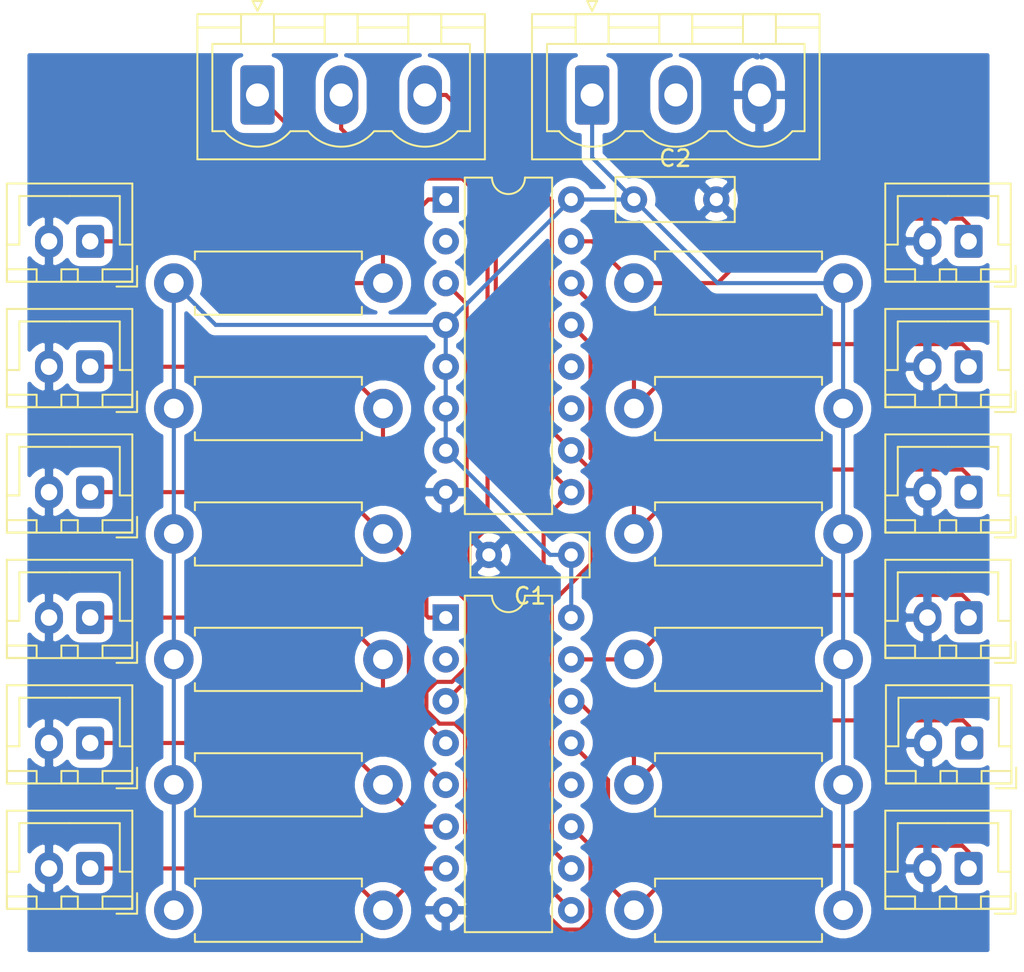
<source format=kicad_pcb>
(kicad_pcb (version 20171130) (host pcbnew "(5.1.5)-3")

  (general
    (thickness 1.6)
    (drawings 0)
    (tracks 147)
    (zones 0)
    (modules 30)
    (nets 25)
  )

  (page A4)
  (title_block
    (title "snazzy SNES controller")
  )

  (layers
    (0 F.Cu signal)
    (31 B.Cu signal)
    (32 B.Adhes user)
    (33 F.Adhes user)
    (34 B.Paste user)
    (35 F.Paste user)
    (36 B.SilkS user)
    (37 F.SilkS user)
    (38 B.Mask user)
    (39 F.Mask user)
    (40 Dwgs.User user)
    (41 Cmts.User user)
    (42 Eco1.User user)
    (43 Eco2.User user)
    (44 Edge.Cuts user)
    (45 Margin user)
    (46 B.CrtYd user)
    (47 F.CrtYd user)
    (48 B.Fab user)
    (49 F.Fab user)
  )

  (setup
    (last_trace_width 0.25)
    (trace_clearance 0.25)
    (zone_clearance 0.508)
    (zone_45_only yes)
    (trace_min 0.25)
    (via_size 0.8)
    (via_drill 0.4)
    (via_min_size 0.4)
    (via_min_drill 0.3)
    (uvia_size 0.3)
    (uvia_drill 0.1)
    (uvias_allowed no)
    (uvia_min_size 0.2)
    (uvia_min_drill 0.1)
    (edge_width 0.05)
    (segment_width 0.2)
    (pcb_text_width 0.3)
    (pcb_text_size 1.5 1.5)
    (mod_edge_width 0.12)
    (mod_text_size 1 1)
    (mod_text_width 0.15)
    (pad_size 1.524 1.524)
    (pad_drill 0.762)
    (pad_to_mask_clearance 0.051)
    (solder_mask_min_width 0.25)
    (aux_axis_origin 0 0)
    (visible_elements 7FFFF7FF)
    (pcbplotparams
      (layerselection 0x010fc_ffffffff)
      (usegerberextensions false)
      (usegerberattributes false)
      (usegerberadvancedattributes false)
      (creategerberjobfile false)
      (excludeedgelayer true)
      (linewidth 0.100000)
      (plotframeref false)
      (viasonmask false)
      (mode 1)
      (useauxorigin false)
      (hpglpennumber 1)
      (hpglpenspeed 20)
      (hpglpendiameter 15.000000)
      (psnegative false)
      (psa4output false)
      (plotreference true)
      (plotvalue true)
      (plotinvisibletext false)
      (padsonsilk false)
      (subtractmaskfromsilk false)
      (outputformat 1)
      (mirror false)
      (drillshape 1)
      (scaleselection 1)
      (outputdirectory ""))
  )

  (net 0 "")
  (net 1 GND)
  (net 2 "Net-(J1-Pad2)")
  (net 3 +5V)
  (net 4 SNES_clack)
  (net 5 SNES_data1)
  (net 6 SNES_latch)
  (net 7 /BTN_START)
  (net 8 /BTN_SELECT)
  (net 9 /BTN_A)
  (net 10 /BTN_B)
  (net 11 /BTN_X)
  (net 12 /BTN_Y)
  (net 13 /BTN_LEFT)
  (net 14 /BTN_RIGHT)
  (net 15 /BTN_UP)
  (net 16 /BTN_DOWN)
  (net 17 /BTN_L)
  (net 18 /BTN_R)
  (net 19 "Net-(U1-Pad12)")
  (net 20 "Net-(U1-Pad11)")
  (net 21 "Net-(U1-Pad3)")
  (net 22 "Net-(U1-Pad2)")
  (net 23 "Net-(U2-Pad12)")
  (net 24 "Net-(U2-Pad2)")

  (net_class Default "This is the default net class."
    (clearance 0.25)
    (trace_width 0.25)
    (via_dia 0.8)
    (via_drill 0.4)
    (uvia_dia 0.3)
    (uvia_drill 0.1)
    (diff_pair_width 0.25)
    (diff_pair_gap 0.25)
    (add_net +5V)
    (add_net /BTN_A)
    (add_net /BTN_B)
    (add_net /BTN_DOWN)
    (add_net /BTN_L)
    (add_net /BTN_LEFT)
    (add_net /BTN_R)
    (add_net /BTN_RIGHT)
    (add_net /BTN_SELECT)
    (add_net /BTN_START)
    (add_net /BTN_UP)
    (add_net /BTN_X)
    (add_net /BTN_Y)
    (add_net GND)
    (add_net "Net-(J1-Pad2)")
    (add_net "Net-(U1-Pad11)")
    (add_net "Net-(U1-Pad12)")
    (add_net "Net-(U1-Pad2)")
    (add_net "Net-(U1-Pad3)")
    (add_net "Net-(U2-Pad12)")
    (add_net "Net-(U2-Pad2)")
    (add_net SNES_clack)
    (add_net SNES_data1)
    (add_net SNES_latch)
  )

  (module Resistor_THT:R_Axial_DIN0411_L9.9mm_D3.6mm_P12.70mm_Horizontal (layer F.Cu) (tedit 5AE5139B) (tstamp 5E7075FB)
    (at 161.29 95.25 180)
    (descr "Resistor, Axial_DIN0411 series, Axial, Horizontal, pin pitch=12.7mm, 1W, length*diameter=9.9*3.6mm^2")
    (tags "Resistor Axial_DIN0411 series Axial Horizontal pin pitch 12.7mm 1W length 9.9mm diameter 3.6mm")
    (path /5E7EAAE8)
    (fp_text reference R11 (at 6.35 -2.92) (layer F.SilkS) hide
      (effects (font (size 1 1) (thickness 0.15)))
    )
    (fp_text value 10k (at 6.35 2.92) (layer F.Fab)
      (effects (font (size 1 1) (thickness 0.15)))
    )
    (fp_text user %R (at 6.35 0) (layer F.Fab)
      (effects (font (size 1 1) (thickness 0.15)))
    )
    (fp_line (start 14.15 -2.05) (end -1.45 -2.05) (layer F.CrtYd) (width 0.05))
    (fp_line (start 14.15 2.05) (end 14.15 -2.05) (layer F.CrtYd) (width 0.05))
    (fp_line (start -1.45 2.05) (end 14.15 2.05) (layer F.CrtYd) (width 0.05))
    (fp_line (start -1.45 -2.05) (end -1.45 2.05) (layer F.CrtYd) (width 0.05))
    (fp_line (start 11.42 1.92) (end 11.42 1.44) (layer F.SilkS) (width 0.12))
    (fp_line (start 1.28 1.92) (end 11.42 1.92) (layer F.SilkS) (width 0.12))
    (fp_line (start 1.28 1.44) (end 1.28 1.92) (layer F.SilkS) (width 0.12))
    (fp_line (start 11.42 -1.92) (end 11.42 -1.44) (layer F.SilkS) (width 0.12))
    (fp_line (start 1.28 -1.92) (end 11.42 -1.92) (layer F.SilkS) (width 0.12))
    (fp_line (start 1.28 -1.44) (end 1.28 -1.92) (layer F.SilkS) (width 0.12))
    (fp_line (start 12.7 0) (end 11.3 0) (layer F.Fab) (width 0.1))
    (fp_line (start 0 0) (end 1.4 0) (layer F.Fab) (width 0.1))
    (fp_line (start 11.3 -1.8) (end 1.4 -1.8) (layer F.Fab) (width 0.1))
    (fp_line (start 11.3 1.8) (end 11.3 -1.8) (layer F.Fab) (width 0.1))
    (fp_line (start 1.4 1.8) (end 11.3 1.8) (layer F.Fab) (width 0.1))
    (fp_line (start 1.4 -1.8) (end 1.4 1.8) (layer F.Fab) (width 0.1))
    (pad 2 thru_hole oval (at 12.7 0 180) (size 2.4 2.4) (drill 1.2) (layers *.Cu *.Mask)
      (net 17 /BTN_L))
    (pad 1 thru_hole circle (at 0 0 180) (size 2.4 2.4) (drill 1.2) (layers *.Cu *.Mask)
      (net 3 +5V))
    (model ${KISYS3DMOD}/Resistor_THT.3dshapes/R_Axial_DIN0411_L9.9mm_D3.6mm_P12.70mm_Horizontal.wrl
      (at (xyz 0 0 0))
      (scale (xyz 1 1 1))
      (rotate (xyz 0 0 0))
    )
  )

  (module Capacitor_THT:C_Rect_L7.0mm_W2.5mm_P5.00mm (layer F.Cu) (tedit 5AE50EF0) (tstamp 5E716FEA)
    (at 148.59 82.55)
    (descr "C, Rect series, Radial, pin pitch=5.00mm, , length*width=7*2.5mm^2, Capacitor")
    (tags "C Rect series Radial pin pitch 5.00mm  length 7mm width 2.5mm Capacitor")
    (path /5E806C1B)
    (fp_text reference C2 (at 2.5 -2.5) (layer F.SilkS)
      (effects (font (size 1 1) (thickness 0.15)))
    )
    (fp_text value 100n (at 2.5 2.5) (layer F.Fab)
      (effects (font (size 1 1) (thickness 0.15)))
    )
    (fp_text user %R (at 2.5 0) (layer F.Fab)
      (effects (font (size 1 1) (thickness 0.15)))
    )
    (fp_line (start 6.25 -1.5) (end -1.25 -1.5) (layer F.CrtYd) (width 0.05))
    (fp_line (start 6.25 1.5) (end 6.25 -1.5) (layer F.CrtYd) (width 0.05))
    (fp_line (start -1.25 1.5) (end 6.25 1.5) (layer F.CrtYd) (width 0.05))
    (fp_line (start -1.25 -1.5) (end -1.25 1.5) (layer F.CrtYd) (width 0.05))
    (fp_line (start 6.12 -1.37) (end 6.12 1.37) (layer F.SilkS) (width 0.12))
    (fp_line (start -1.12 -1.37) (end -1.12 1.37) (layer F.SilkS) (width 0.12))
    (fp_line (start -1.12 1.37) (end 6.12 1.37) (layer F.SilkS) (width 0.12))
    (fp_line (start -1.12 -1.37) (end 6.12 -1.37) (layer F.SilkS) (width 0.12))
    (fp_line (start 6 -1.25) (end -1 -1.25) (layer F.Fab) (width 0.1))
    (fp_line (start 6 1.25) (end 6 -1.25) (layer F.Fab) (width 0.1))
    (fp_line (start -1 1.25) (end 6 1.25) (layer F.Fab) (width 0.1))
    (fp_line (start -1 -1.25) (end -1 1.25) (layer F.Fab) (width 0.1))
    (pad 2 thru_hole circle (at 5 0) (size 1.6 1.6) (drill 0.8) (layers *.Cu *.Mask)
      (net 1 GND))
    (pad 1 thru_hole circle (at 0 0) (size 1.6 1.6) (drill 0.8) (layers *.Cu *.Mask)
      (net 3 +5V))
    (model ${KISYS3DMOD}/Capacitor_THT.3dshapes/C_Rect_L7.0mm_W2.5mm_P5.00mm.wrl
      (at (xyz 0 0 0))
      (scale (xyz 1 1 1))
      (rotate (xyz 0 0 0))
    )
  )

  (module Capacitor_THT:C_Rect_L7.0mm_W2.5mm_P5.00mm (layer F.Cu) (tedit 5AE50EF0) (tstamp 5E716FD7)
    (at 144.78 104.14 180)
    (descr "C, Rect series, Radial, pin pitch=5.00mm, , length*width=7*2.5mm^2, Capacitor")
    (tags "C Rect series Radial pin pitch 5.00mm  length 7mm width 2.5mm Capacitor")
    (path /5E8145B1)
    (fp_text reference C1 (at 2.5 -2.5) (layer F.SilkS)
      (effects (font (size 1 1) (thickness 0.15)))
    )
    (fp_text value 100n (at 2.5 2.5) (layer F.Fab)
      (effects (font (size 1 1) (thickness 0.15)))
    )
    (fp_text user %R (at 2.5 0) (layer F.Fab)
      (effects (font (size 1 1) (thickness 0.15)))
    )
    (fp_line (start 6.25 -1.5) (end -1.25 -1.5) (layer F.CrtYd) (width 0.05))
    (fp_line (start 6.25 1.5) (end 6.25 -1.5) (layer F.CrtYd) (width 0.05))
    (fp_line (start -1.25 1.5) (end 6.25 1.5) (layer F.CrtYd) (width 0.05))
    (fp_line (start -1.25 -1.5) (end -1.25 1.5) (layer F.CrtYd) (width 0.05))
    (fp_line (start 6.12 -1.37) (end 6.12 1.37) (layer F.SilkS) (width 0.12))
    (fp_line (start -1.12 -1.37) (end -1.12 1.37) (layer F.SilkS) (width 0.12))
    (fp_line (start -1.12 1.37) (end 6.12 1.37) (layer F.SilkS) (width 0.12))
    (fp_line (start -1.12 -1.37) (end 6.12 -1.37) (layer F.SilkS) (width 0.12))
    (fp_line (start 6 -1.25) (end -1 -1.25) (layer F.Fab) (width 0.1))
    (fp_line (start 6 1.25) (end 6 -1.25) (layer F.Fab) (width 0.1))
    (fp_line (start -1 1.25) (end 6 1.25) (layer F.Fab) (width 0.1))
    (fp_line (start -1 -1.25) (end -1 1.25) (layer F.Fab) (width 0.1))
    (pad 2 thru_hole circle (at 5 0 180) (size 1.6 1.6) (drill 0.8) (layers *.Cu *.Mask)
      (net 1 GND))
    (pad 1 thru_hole circle (at 0 0 180) (size 1.6 1.6) (drill 0.8) (layers *.Cu *.Mask)
      (net 3 +5V))
    (model ${KISYS3DMOD}/Capacitor_THT.3dshapes/C_Rect_L7.0mm_W2.5mm_P5.00mm.wrl
      (at (xyz 0 0 0))
      (scale (xyz 1 1 1))
      (rotate (xyz 0 0 0))
    )
  )

  (module Connector_Phoenix_MSTB:PhoenixContact_MSTBVA_2,5_3-G-5,08_1x03_P5.08mm_Vertical (layer F.Cu) (tedit 5B785047) (tstamp 5E707556)
    (at 125.73 76.2)
    (descr "Generic Phoenix Contact connector footprint for: MSTBVA_2,5/3-G-5,08; number of pins: 03; pin pitch: 5.08mm; Vertical || order number: 1755749 12A || order number: 1924318 16A (HC)")
    (tags "phoenix_contact connector MSTBVA_01x03_G_5.08mm")
    (path /5E73530D)
    (fp_text reference J2 (at 5.08 -6) (layer F.SilkS) hide
      (effects (font (size 1 1) (thickness 0.15)))
    )
    (fp_text value Conn_01x03 (at 5.08 5) (layer F.Fab)
      (effects (font (size 1 1) (thickness 0.15)))
    )
    (fp_text user %R (at 5.08 -4.1) (layer F.Fab)
      (effects (font (size 1 1) (thickness 0.15)))
    )
    (fp_line (start -0.5 -3.55) (end 0.5 -3.55) (layer F.Fab) (width 0.1))
    (fp_line (start 0 -2.55) (end -0.5 -3.55) (layer F.Fab) (width 0.1))
    (fp_line (start 0.5 -3.55) (end 0 -2.55) (layer F.Fab) (width 0.1))
    (fp_line (start -0.3 -5.71) (end 0.3 -5.71) (layer F.SilkS) (width 0.12))
    (fp_line (start 0 -5.11) (end -0.3 -5.71) (layer F.SilkS) (width 0.12))
    (fp_line (start 0.3 -5.71) (end 0 -5.11) (layer F.SilkS) (width 0.12))
    (fp_line (start 14.2 -5.3) (end -4.04 -5.3) (layer F.CrtYd) (width 0.05))
    (fp_line (start 14.2 4.3) (end 14.2 -5.3) (layer F.CrtYd) (width 0.05))
    (fp_line (start -4.04 4.3) (end 14.2 4.3) (layer F.CrtYd) (width 0.05))
    (fp_line (start -4.04 -5.3) (end -4.04 4.3) (layer F.CrtYd) (width 0.05))
    (fp_line (start 12.9 2.2) (end 12.16 2.2) (layer F.SilkS) (width 0.12))
    (fp_line (start 12.9 -3.1) (end 12.9 2.2) (layer F.SilkS) (width 0.12))
    (fp_line (start -2.74 -3.1) (end 12.9 -3.1) (layer F.SilkS) (width 0.12))
    (fp_line (start -2.74 2.2) (end -2.74 -3.1) (layer F.SilkS) (width 0.12))
    (fp_line (start -2 2.2) (end -2.74 2.2) (layer F.SilkS) (width 0.12))
    (fp_line (start 7.08 2.2) (end 8.16 2.2) (layer F.SilkS) (width 0.12))
    (fp_line (start 2 2.2) (end 3.08 2.2) (layer F.SilkS) (width 0.12))
    (fp_line (start 11.16 -3.1) (end 9.16 -3.1) (layer F.SilkS) (width 0.12))
    (fp_line (start 11.16 -4.91) (end 11.16 -3.1) (layer F.SilkS) (width 0.12))
    (fp_line (start 9.16 -4.91) (end 11.16 -4.91) (layer F.SilkS) (width 0.12))
    (fp_line (start 9.16 -3.1) (end 9.16 -4.91) (layer F.SilkS) (width 0.12))
    (fp_line (start 6.08 -3.1) (end 4.08 -3.1) (layer F.SilkS) (width 0.12))
    (fp_line (start 6.08 -4.91) (end 6.08 -3.1) (layer F.SilkS) (width 0.12))
    (fp_line (start 4.08 -4.91) (end 6.08 -4.91) (layer F.SilkS) (width 0.12))
    (fp_line (start 4.08 -3.1) (end 4.08 -4.91) (layer F.SilkS) (width 0.12))
    (fp_line (start 1 -3.1) (end -1 -3.1) (layer F.SilkS) (width 0.12))
    (fp_line (start 1 -4.91) (end 1 -3.1) (layer F.SilkS) (width 0.12))
    (fp_line (start -1 -4.91) (end 1 -4.91) (layer F.SilkS) (width 0.12))
    (fp_line (start -1 -3.1) (end -1 -4.91) (layer F.SilkS) (width 0.12))
    (fp_line (start 6.08 -4.1) (end 9.16 -4.1) (layer F.SilkS) (width 0.12))
    (fp_line (start 1 -4.1) (end 4.08 -4.1) (layer F.SilkS) (width 0.12))
    (fp_line (start 13.81 -4.1) (end 11.27 -4.1) (layer F.SilkS) (width 0.12))
    (fp_line (start -3.65 -4.1) (end -1.11 -4.1) (layer F.SilkS) (width 0.12))
    (fp_line (start 13.7 -4.8) (end -3.54 -4.8) (layer F.Fab) (width 0.1))
    (fp_line (start 13.7 3.8) (end 13.7 -4.8) (layer F.Fab) (width 0.1))
    (fp_line (start -3.54 3.8) (end 13.7 3.8) (layer F.Fab) (width 0.1))
    (fp_line (start -3.54 -4.8) (end -3.54 3.8) (layer F.Fab) (width 0.1))
    (fp_line (start 13.81 -4.91) (end -3.65 -4.91) (layer F.SilkS) (width 0.12))
    (fp_line (start 13.81 3.91) (end 13.81 -4.91) (layer F.SilkS) (width 0.12))
    (fp_line (start -3.65 3.91) (end 13.81 3.91) (layer F.SilkS) (width 0.12))
    (fp_line (start -3.65 -4.91) (end -3.65 3.91) (layer F.SilkS) (width 0.12))
    (fp_arc (start 10.16 0.55) (end 8.16 2.2) (angle -100.5) (layer F.SilkS) (width 0.12))
    (fp_arc (start 5.08 0.55) (end 3.08 2.2) (angle -100.5) (layer F.SilkS) (width 0.12))
    (fp_arc (start 0 0.55) (end -2 2.2) (angle -100.5) (layer F.SilkS) (width 0.12))
    (pad 3 thru_hole oval (at 10.16 0) (size 2.08 3.6) (drill 1.4) (layers *.Cu *.Mask)
      (net 4 SNES_clack))
    (pad 2 thru_hole oval (at 5.08 0) (size 2.08 3.6) (drill 1.4) (layers *.Cu *.Mask)
      (net 6 SNES_latch))
    (pad 1 thru_hole roundrect (at 0 0) (size 2.08 3.6) (drill 1.4) (layers *.Cu *.Mask) (roundrect_rratio 0.120192)
      (net 5 SNES_data1))
    (model ${KISYS3DMOD}/Connector_Phoenix_MSTB.3dshapes/PhoenixContact_MSTBVA_2,5_3-G-5,08_1x03_P5.08mm_Vertical.wrl
      (at (xyz 0 0 0))
      (scale (xyz 1 1 1))
      (rotate (xyz 0 0 0))
    )
  )

  (module Connector_JST:JST_XH_B2B-XH-A_1x02_P2.50mm_Vertical (layer F.Cu) (tedit 5C28146C) (tstamp 5E7076D7)
    (at 168.91 85.09 180)
    (descr "JST XH series connector, B2B-XH-A (http://www.jst-mfg.com/product/pdf/eng/eXH.pdf), generated with kicad-footprint-generator")
    (tags "connector JST XH vertical")
    (path /5E7EAA6B)
    (fp_text reference SW5 (at 1.25 -3.55) (layer F.SilkS) hide
      (effects (font (size 1 1) (thickness 0.15)))
    )
    (fp_text value BTN_X (at 1.25 4.6) (layer F.Fab)
      (effects (font (size 1 1) (thickness 0.15)))
    )
    (fp_text user %R (at 1.25 2.7) (layer F.Fab)
      (effects (font (size 1 1) (thickness 0.15)))
    )
    (fp_line (start -2.85 -2.75) (end -2.85 -1.5) (layer F.SilkS) (width 0.12))
    (fp_line (start -1.6 -2.75) (end -2.85 -2.75) (layer F.SilkS) (width 0.12))
    (fp_line (start 4.3 2.75) (end 1.25 2.75) (layer F.SilkS) (width 0.12))
    (fp_line (start 4.3 -0.2) (end 4.3 2.75) (layer F.SilkS) (width 0.12))
    (fp_line (start 5.05 -0.2) (end 4.3 -0.2) (layer F.SilkS) (width 0.12))
    (fp_line (start -1.8 2.75) (end 1.25 2.75) (layer F.SilkS) (width 0.12))
    (fp_line (start -1.8 -0.2) (end -1.8 2.75) (layer F.SilkS) (width 0.12))
    (fp_line (start -2.55 -0.2) (end -1.8 -0.2) (layer F.SilkS) (width 0.12))
    (fp_line (start 5.05 -2.45) (end 3.25 -2.45) (layer F.SilkS) (width 0.12))
    (fp_line (start 5.05 -1.7) (end 5.05 -2.45) (layer F.SilkS) (width 0.12))
    (fp_line (start 3.25 -1.7) (end 5.05 -1.7) (layer F.SilkS) (width 0.12))
    (fp_line (start 3.25 -2.45) (end 3.25 -1.7) (layer F.SilkS) (width 0.12))
    (fp_line (start -0.75 -2.45) (end -2.55 -2.45) (layer F.SilkS) (width 0.12))
    (fp_line (start -0.75 -1.7) (end -0.75 -2.45) (layer F.SilkS) (width 0.12))
    (fp_line (start -2.55 -1.7) (end -0.75 -1.7) (layer F.SilkS) (width 0.12))
    (fp_line (start -2.55 -2.45) (end -2.55 -1.7) (layer F.SilkS) (width 0.12))
    (fp_line (start 1.75 -2.45) (end 0.75 -2.45) (layer F.SilkS) (width 0.12))
    (fp_line (start 1.75 -1.7) (end 1.75 -2.45) (layer F.SilkS) (width 0.12))
    (fp_line (start 0.75 -1.7) (end 1.75 -1.7) (layer F.SilkS) (width 0.12))
    (fp_line (start 0.75 -2.45) (end 0.75 -1.7) (layer F.SilkS) (width 0.12))
    (fp_line (start 0 -1.35) (end 0.625 -2.35) (layer F.Fab) (width 0.1))
    (fp_line (start -0.625 -2.35) (end 0 -1.35) (layer F.Fab) (width 0.1))
    (fp_line (start 5.45 -2.85) (end -2.95 -2.85) (layer F.CrtYd) (width 0.05))
    (fp_line (start 5.45 3.9) (end 5.45 -2.85) (layer F.CrtYd) (width 0.05))
    (fp_line (start -2.95 3.9) (end 5.45 3.9) (layer F.CrtYd) (width 0.05))
    (fp_line (start -2.95 -2.85) (end -2.95 3.9) (layer F.CrtYd) (width 0.05))
    (fp_line (start 5.06 -2.46) (end -2.56 -2.46) (layer F.SilkS) (width 0.12))
    (fp_line (start 5.06 3.51) (end 5.06 -2.46) (layer F.SilkS) (width 0.12))
    (fp_line (start -2.56 3.51) (end 5.06 3.51) (layer F.SilkS) (width 0.12))
    (fp_line (start -2.56 -2.46) (end -2.56 3.51) (layer F.SilkS) (width 0.12))
    (fp_line (start 4.95 -2.35) (end -2.45 -2.35) (layer F.Fab) (width 0.1))
    (fp_line (start 4.95 3.4) (end 4.95 -2.35) (layer F.Fab) (width 0.1))
    (fp_line (start -2.45 3.4) (end 4.95 3.4) (layer F.Fab) (width 0.1))
    (fp_line (start -2.45 -2.35) (end -2.45 3.4) (layer F.Fab) (width 0.1))
    (pad 2 thru_hole oval (at 2.5 0 180) (size 1.7 2) (drill 1) (layers *.Cu *.Mask)
      (net 1 GND))
    (pad 1 thru_hole roundrect (at 0 0 180) (size 1.7 2) (drill 1) (layers *.Cu *.Mask) (roundrect_rratio 0.147059)
      (net 11 /BTN_X))
    (model ${KISYS3DMOD}/Connector_JST.3dshapes/JST_XH_B2B-XH-A_1x02_P2.50mm_Vertical.wrl
      (at (xyz 0 0 0))
      (scale (xyz 1 1 1))
      (rotate (xyz 0 0 0))
    )
  )

  (module Resistor_THT:R_Axial_DIN0411_L9.9mm_D3.6mm_P12.70mm_Horizontal (layer F.Cu) (tedit 5AE5139B) (tstamp 5E70760A)
    (at 161.29 102.87 180)
    (descr "Resistor, Axial_DIN0411 series, Axial, Horizontal, pin pitch=12.7mm, 1W, length*diameter=9.9*3.6mm^2")
    (tags "Resistor Axial_DIN0411 series Axial Horizontal pin pitch 12.7mm 1W length 9.9mm diameter 3.6mm")
    (path /5E7EAB18)
    (fp_text reference R12 (at 6.35 -2.92) (layer F.SilkS) hide
      (effects (font (size 1 1) (thickness 0.15)))
    )
    (fp_text value 10k (at 6.35 2.92) (layer F.Fab)
      (effects (font (size 1 1) (thickness 0.15)))
    )
    (fp_text user %R (at 6.35 0) (layer F.Fab)
      (effects (font (size 1 1) (thickness 0.15)))
    )
    (fp_line (start 14.15 -2.05) (end -1.45 -2.05) (layer F.CrtYd) (width 0.05))
    (fp_line (start 14.15 2.05) (end 14.15 -2.05) (layer F.CrtYd) (width 0.05))
    (fp_line (start -1.45 2.05) (end 14.15 2.05) (layer F.CrtYd) (width 0.05))
    (fp_line (start -1.45 -2.05) (end -1.45 2.05) (layer F.CrtYd) (width 0.05))
    (fp_line (start 11.42 1.92) (end 11.42 1.44) (layer F.SilkS) (width 0.12))
    (fp_line (start 1.28 1.92) (end 11.42 1.92) (layer F.SilkS) (width 0.12))
    (fp_line (start 1.28 1.44) (end 1.28 1.92) (layer F.SilkS) (width 0.12))
    (fp_line (start 11.42 -1.92) (end 11.42 -1.44) (layer F.SilkS) (width 0.12))
    (fp_line (start 1.28 -1.92) (end 11.42 -1.92) (layer F.SilkS) (width 0.12))
    (fp_line (start 1.28 -1.44) (end 1.28 -1.92) (layer F.SilkS) (width 0.12))
    (fp_line (start 12.7 0) (end 11.3 0) (layer F.Fab) (width 0.1))
    (fp_line (start 0 0) (end 1.4 0) (layer F.Fab) (width 0.1))
    (fp_line (start 11.3 -1.8) (end 1.4 -1.8) (layer F.Fab) (width 0.1))
    (fp_line (start 11.3 1.8) (end 11.3 -1.8) (layer F.Fab) (width 0.1))
    (fp_line (start 1.4 1.8) (end 11.3 1.8) (layer F.Fab) (width 0.1))
    (fp_line (start 1.4 -1.8) (end 1.4 1.8) (layer F.Fab) (width 0.1))
    (pad 2 thru_hole oval (at 12.7 0 180) (size 2.4 2.4) (drill 1.2) (layers *.Cu *.Mask)
      (net 18 /BTN_R))
    (pad 1 thru_hole circle (at 0 0 180) (size 2.4 2.4) (drill 1.2) (layers *.Cu *.Mask)
      (net 3 +5V))
    (model ${KISYS3DMOD}/Resistor_THT.3dshapes/R_Axial_DIN0411_L9.9mm_D3.6mm_P12.70mm_Horizontal.wrl
      (at (xyz 0 0 0))
      (scale (xyz 1 1 1))
      (rotate (xyz 0 0 0))
    )
  )

  (module Resistor_THT:R_Axial_DIN0411_L9.9mm_D3.6mm_P12.70mm_Horizontal (layer F.Cu) (tedit 5AE5139B) (tstamp 5E7075EC)
    (at 120.65 110.49)
    (descr "Resistor, Axial_DIN0411 series, Axial, Horizontal, pin pitch=12.7mm, 1W, length*diameter=9.9*3.6mm^2")
    (tags "Resistor Axial_DIN0411 series Axial Horizontal pin pitch 12.7mm 1W length 9.9mm diameter 3.6mm")
    (path /5E7EAABE)
    (fp_text reference R10 (at 6.35 -2.92) (layer F.SilkS) hide
      (effects (font (size 1 1) (thickness 0.15)))
    )
    (fp_text value 10k (at 6.35 2.92) (layer F.Fab)
      (effects (font (size 1 1) (thickness 0.15)))
    )
    (fp_text user %R (at 6.35 0 180) (layer F.Fab)
      (effects (font (size 1 1) (thickness 0.15)))
    )
    (fp_line (start 14.15 -2.05) (end -1.45 -2.05) (layer F.CrtYd) (width 0.05))
    (fp_line (start 14.15 2.05) (end 14.15 -2.05) (layer F.CrtYd) (width 0.05))
    (fp_line (start -1.45 2.05) (end 14.15 2.05) (layer F.CrtYd) (width 0.05))
    (fp_line (start -1.45 -2.05) (end -1.45 2.05) (layer F.CrtYd) (width 0.05))
    (fp_line (start 11.42 1.92) (end 11.42 1.44) (layer F.SilkS) (width 0.12))
    (fp_line (start 1.28 1.92) (end 11.42 1.92) (layer F.SilkS) (width 0.12))
    (fp_line (start 1.28 1.44) (end 1.28 1.92) (layer F.SilkS) (width 0.12))
    (fp_line (start 11.42 -1.92) (end 11.42 -1.44) (layer F.SilkS) (width 0.12))
    (fp_line (start 1.28 -1.92) (end 11.42 -1.92) (layer F.SilkS) (width 0.12))
    (fp_line (start 1.28 -1.44) (end 1.28 -1.92) (layer F.SilkS) (width 0.12))
    (fp_line (start 12.7 0) (end 11.3 0) (layer F.Fab) (width 0.1))
    (fp_line (start 0 0) (end 1.4 0) (layer F.Fab) (width 0.1))
    (fp_line (start 11.3 -1.8) (end 1.4 -1.8) (layer F.Fab) (width 0.1))
    (fp_line (start 11.3 1.8) (end 11.3 -1.8) (layer F.Fab) (width 0.1))
    (fp_line (start 1.4 1.8) (end 11.3 1.8) (layer F.Fab) (width 0.1))
    (fp_line (start 1.4 -1.8) (end 1.4 1.8) (layer F.Fab) (width 0.1))
    (pad 2 thru_hole oval (at 12.7 0) (size 2.4 2.4) (drill 1.2) (layers *.Cu *.Mask)
      (net 16 /BTN_DOWN))
    (pad 1 thru_hole circle (at 0 0) (size 2.4 2.4) (drill 1.2) (layers *.Cu *.Mask)
      (net 3 +5V))
    (model ${KISYS3DMOD}/Resistor_THT.3dshapes/R_Axial_DIN0411_L9.9mm_D3.6mm_P12.70mm_Horizontal.wrl
      (at (xyz 0 0 0))
      (scale (xyz 1 1 1))
      (rotate (xyz 0 0 0))
    )
  )

  (module Resistor_THT:R_Axial_DIN0411_L9.9mm_D3.6mm_P12.70mm_Horizontal (layer F.Cu) (tedit 5AE5139B) (tstamp 5E7075DD)
    (at 120.65 102.87)
    (descr "Resistor, Axial_DIN0411 series, Axial, Horizontal, pin pitch=12.7mm, 1W, length*diameter=9.9*3.6mm^2")
    (tags "Resistor Axial_DIN0411 series Axial Horizontal pin pitch 12.7mm 1W length 9.9mm diameter 3.6mm")
    (path /5E7AADC1)
    (fp_text reference R9 (at 6.35 -2.92) (layer F.SilkS) hide
      (effects (font (size 1 1) (thickness 0.15)))
    )
    (fp_text value 10k (at 6.35 2.92) (layer F.Fab)
      (effects (font (size 1 1) (thickness 0.15)))
    )
    (fp_text user %R (at 6.35 0) (layer F.Fab)
      (effects (font (size 1 1) (thickness 0.15)))
    )
    (fp_line (start 14.15 -2.05) (end -1.45 -2.05) (layer F.CrtYd) (width 0.05))
    (fp_line (start 14.15 2.05) (end 14.15 -2.05) (layer F.CrtYd) (width 0.05))
    (fp_line (start -1.45 2.05) (end 14.15 2.05) (layer F.CrtYd) (width 0.05))
    (fp_line (start -1.45 -2.05) (end -1.45 2.05) (layer F.CrtYd) (width 0.05))
    (fp_line (start 11.42 1.92) (end 11.42 1.44) (layer F.SilkS) (width 0.12))
    (fp_line (start 1.28 1.92) (end 11.42 1.92) (layer F.SilkS) (width 0.12))
    (fp_line (start 1.28 1.44) (end 1.28 1.92) (layer F.SilkS) (width 0.12))
    (fp_line (start 11.42 -1.92) (end 11.42 -1.44) (layer F.SilkS) (width 0.12))
    (fp_line (start 1.28 -1.92) (end 11.42 -1.92) (layer F.SilkS) (width 0.12))
    (fp_line (start 1.28 -1.44) (end 1.28 -1.92) (layer F.SilkS) (width 0.12))
    (fp_line (start 12.7 0) (end 11.3 0) (layer F.Fab) (width 0.1))
    (fp_line (start 0 0) (end 1.4 0) (layer F.Fab) (width 0.1))
    (fp_line (start 11.3 -1.8) (end 1.4 -1.8) (layer F.Fab) (width 0.1))
    (fp_line (start 11.3 1.8) (end 11.3 -1.8) (layer F.Fab) (width 0.1))
    (fp_line (start 1.4 1.8) (end 11.3 1.8) (layer F.Fab) (width 0.1))
    (fp_line (start 1.4 -1.8) (end 1.4 1.8) (layer F.Fab) (width 0.1))
    (pad 2 thru_hole oval (at 12.7 0) (size 2.4 2.4) (drill 1.2) (layers *.Cu *.Mask)
      (net 15 /BTN_UP))
    (pad 1 thru_hole circle (at 0 0) (size 2.4 2.4) (drill 1.2) (layers *.Cu *.Mask)
      (net 3 +5V))
    (model ${KISYS3DMOD}/Resistor_THT.3dshapes/R_Axial_DIN0411_L9.9mm_D3.6mm_P12.70mm_Horizontal.wrl
      (at (xyz 0 0 0))
      (scale (xyz 1 1 1))
      (rotate (xyz 0 0 0))
    )
  )

  (module Resistor_THT:R_Axial_DIN0411_L9.9mm_D3.6mm_P12.70mm_Horizontal (layer F.Cu) (tedit 5AE5139B) (tstamp 5E7075CE)
    (at 120.65 125.73)
    (descr "Resistor, Axial_DIN0411 series, Axial, Horizontal, pin pitch=12.7mm, 1W, length*diameter=9.9*3.6mm^2")
    (tags "Resistor Axial_DIN0411 series Axial Horizontal pin pitch 12.7mm 1W length 9.9mm diameter 3.6mm")
    (path /5E7AAD91)
    (fp_text reference R8 (at 6.35 -2.92) (layer F.SilkS) hide
      (effects (font (size 1 1) (thickness 0.15)))
    )
    (fp_text value 10k (at 6.35 2.92) (layer F.Fab)
      (effects (font (size 1 1) (thickness 0.15)))
    )
    (fp_text user %R (at 6.35 0) (layer F.Fab)
      (effects (font (size 1 1) (thickness 0.15)))
    )
    (fp_line (start 14.15 -2.05) (end -1.45 -2.05) (layer F.CrtYd) (width 0.05))
    (fp_line (start 14.15 2.05) (end 14.15 -2.05) (layer F.CrtYd) (width 0.05))
    (fp_line (start -1.45 2.05) (end 14.15 2.05) (layer F.CrtYd) (width 0.05))
    (fp_line (start -1.45 -2.05) (end -1.45 2.05) (layer F.CrtYd) (width 0.05))
    (fp_line (start 11.42 1.92) (end 11.42 1.44) (layer F.SilkS) (width 0.12))
    (fp_line (start 1.28 1.92) (end 11.42 1.92) (layer F.SilkS) (width 0.12))
    (fp_line (start 1.28 1.44) (end 1.28 1.92) (layer F.SilkS) (width 0.12))
    (fp_line (start 11.42 -1.92) (end 11.42 -1.44) (layer F.SilkS) (width 0.12))
    (fp_line (start 1.28 -1.92) (end 11.42 -1.92) (layer F.SilkS) (width 0.12))
    (fp_line (start 1.28 -1.44) (end 1.28 -1.92) (layer F.SilkS) (width 0.12))
    (fp_line (start 12.7 0) (end 11.3 0) (layer F.Fab) (width 0.1))
    (fp_line (start 0 0) (end 1.4 0) (layer F.Fab) (width 0.1))
    (fp_line (start 11.3 -1.8) (end 1.4 -1.8) (layer F.Fab) (width 0.1))
    (fp_line (start 11.3 1.8) (end 11.3 -1.8) (layer F.Fab) (width 0.1))
    (fp_line (start 1.4 1.8) (end 11.3 1.8) (layer F.Fab) (width 0.1))
    (fp_line (start 1.4 -1.8) (end 1.4 1.8) (layer F.Fab) (width 0.1))
    (pad 2 thru_hole oval (at 12.7 0) (size 2.4 2.4) (drill 1.2) (layers *.Cu *.Mask)
      (net 14 /BTN_RIGHT))
    (pad 1 thru_hole circle (at 0 0) (size 2.4 2.4) (drill 1.2) (layers *.Cu *.Mask)
      (net 3 +5V))
    (model ${KISYS3DMOD}/Resistor_THT.3dshapes/R_Axial_DIN0411_L9.9mm_D3.6mm_P12.70mm_Horizontal.wrl
      (at (xyz 0 0 0))
      (scale (xyz 1 1 1))
      (rotate (xyz 0 0 0))
    )
  )

  (module Resistor_THT:R_Axial_DIN0411_L9.9mm_D3.6mm_P12.70mm_Horizontal (layer F.Cu) (tedit 5AE5139B) (tstamp 5E7075BF)
    (at 120.65 118.11)
    (descr "Resistor, Axial_DIN0411 series, Axial, Horizontal, pin pitch=12.7mm, 1W, length*diameter=9.9*3.6mm^2")
    (tags "Resistor Axial_DIN0411 series Axial Horizontal pin pitch 12.7mm 1W length 9.9mm diameter 3.6mm")
    (path /5E7AAD67)
    (fp_text reference R7 (at 6.35 -2.92) (layer F.SilkS) hide
      (effects (font (size 1 1) (thickness 0.15)))
    )
    (fp_text value 10k (at 6.35 2.92) (layer F.Fab)
      (effects (font (size 1 1) (thickness 0.15)))
    )
    (fp_text user %R (at 6.35 0) (layer F.Fab)
      (effects (font (size 1 1) (thickness 0.15)))
    )
    (fp_line (start 14.15 -2.05) (end -1.45 -2.05) (layer F.CrtYd) (width 0.05))
    (fp_line (start 14.15 2.05) (end 14.15 -2.05) (layer F.CrtYd) (width 0.05))
    (fp_line (start -1.45 2.05) (end 14.15 2.05) (layer F.CrtYd) (width 0.05))
    (fp_line (start -1.45 -2.05) (end -1.45 2.05) (layer F.CrtYd) (width 0.05))
    (fp_line (start 11.42 1.92) (end 11.42 1.44) (layer F.SilkS) (width 0.12))
    (fp_line (start 1.28 1.92) (end 11.42 1.92) (layer F.SilkS) (width 0.12))
    (fp_line (start 1.28 1.44) (end 1.28 1.92) (layer F.SilkS) (width 0.12))
    (fp_line (start 11.42 -1.92) (end 11.42 -1.44) (layer F.SilkS) (width 0.12))
    (fp_line (start 1.28 -1.92) (end 11.42 -1.92) (layer F.SilkS) (width 0.12))
    (fp_line (start 1.28 -1.44) (end 1.28 -1.92) (layer F.SilkS) (width 0.12))
    (fp_line (start 12.7 0) (end 11.3 0) (layer F.Fab) (width 0.1))
    (fp_line (start 0 0) (end 1.4 0) (layer F.Fab) (width 0.1))
    (fp_line (start 11.3 -1.8) (end 1.4 -1.8) (layer F.Fab) (width 0.1))
    (fp_line (start 11.3 1.8) (end 11.3 -1.8) (layer F.Fab) (width 0.1))
    (fp_line (start 1.4 1.8) (end 11.3 1.8) (layer F.Fab) (width 0.1))
    (fp_line (start 1.4 -1.8) (end 1.4 1.8) (layer F.Fab) (width 0.1))
    (pad 2 thru_hole oval (at 12.7 0) (size 2.4 2.4) (drill 1.2) (layers *.Cu *.Mask)
      (net 13 /BTN_LEFT))
    (pad 1 thru_hole circle (at 0 0) (size 2.4 2.4) (drill 1.2) (layers *.Cu *.Mask)
      (net 3 +5V))
    (model ${KISYS3DMOD}/Resistor_THT.3dshapes/R_Axial_DIN0411_L9.9mm_D3.6mm_P12.70mm_Horizontal.wrl
      (at (xyz 0 0 0))
      (scale (xyz 1 1 1))
      (rotate (xyz 0 0 0))
    )
  )

  (module Resistor_THT:R_Axial_DIN0411_L9.9mm_D3.6mm_P12.70mm_Horizontal (layer F.Cu) (tedit 5AE5139B) (tstamp 5E7075B0)
    (at 161.29 110.49 180)
    (descr "Resistor, Axial_DIN0411 series, Axial, Horizontal, pin pitch=12.7mm, 1W, length*diameter=9.9*3.6mm^2")
    (tags "Resistor Axial_DIN0411 series Axial Horizontal pin pitch 12.7mm 1W length 9.9mm diameter 3.6mm")
    (path /5E7EAA91)
    (fp_text reference R6 (at 6.35 -2.92) (layer F.SilkS) hide
      (effects (font (size 1 1) (thickness 0.15)))
    )
    (fp_text value 10k (at 6.35 2.92) (layer F.Fab)
      (effects (font (size 1 1) (thickness 0.15)))
    )
    (fp_text user %R (at 6.35 0) (layer F.Fab)
      (effects (font (size 1 1) (thickness 0.15)))
    )
    (fp_line (start 14.15 -2.05) (end -1.45 -2.05) (layer F.CrtYd) (width 0.05))
    (fp_line (start 14.15 2.05) (end 14.15 -2.05) (layer F.CrtYd) (width 0.05))
    (fp_line (start -1.45 2.05) (end 14.15 2.05) (layer F.CrtYd) (width 0.05))
    (fp_line (start -1.45 -2.05) (end -1.45 2.05) (layer F.CrtYd) (width 0.05))
    (fp_line (start 11.42 1.92) (end 11.42 1.44) (layer F.SilkS) (width 0.12))
    (fp_line (start 1.28 1.92) (end 11.42 1.92) (layer F.SilkS) (width 0.12))
    (fp_line (start 1.28 1.44) (end 1.28 1.92) (layer F.SilkS) (width 0.12))
    (fp_line (start 11.42 -1.92) (end 11.42 -1.44) (layer F.SilkS) (width 0.12))
    (fp_line (start 1.28 -1.92) (end 11.42 -1.92) (layer F.SilkS) (width 0.12))
    (fp_line (start 1.28 -1.44) (end 1.28 -1.92) (layer F.SilkS) (width 0.12))
    (fp_line (start 12.7 0) (end 11.3 0) (layer F.Fab) (width 0.1))
    (fp_line (start 0 0) (end 1.4 0) (layer F.Fab) (width 0.1))
    (fp_line (start 11.3 -1.8) (end 1.4 -1.8) (layer F.Fab) (width 0.1))
    (fp_line (start 11.3 1.8) (end 11.3 -1.8) (layer F.Fab) (width 0.1))
    (fp_line (start 1.4 1.8) (end 11.3 1.8) (layer F.Fab) (width 0.1))
    (fp_line (start 1.4 -1.8) (end 1.4 1.8) (layer F.Fab) (width 0.1))
    (pad 2 thru_hole oval (at 12.7 0 180) (size 2.4 2.4) (drill 1.2) (layers *.Cu *.Mask)
      (net 12 /BTN_Y))
    (pad 1 thru_hole circle (at 0 0 180) (size 2.4 2.4) (drill 1.2) (layers *.Cu *.Mask)
      (net 3 +5V))
    (model ${KISYS3DMOD}/Resistor_THT.3dshapes/R_Axial_DIN0411_L9.9mm_D3.6mm_P12.70mm_Horizontal.wrl
      (at (xyz 0 0 0))
      (scale (xyz 1 1 1))
      (rotate (xyz 0 0 0))
    )
  )

  (module Resistor_THT:R_Axial_DIN0411_L9.9mm_D3.6mm_P12.70mm_Horizontal (layer F.Cu) (tedit 5AE5139B) (tstamp 5E7075A1)
    (at 161.29 87.63 180)
    (descr "Resistor, Axial_DIN0411 series, Axial, Horizontal, pin pitch=12.7mm, 1W, length*diameter=9.9*3.6mm^2")
    (tags "Resistor Axial_DIN0411 series Axial Horizontal pin pitch 12.7mm 1W length 9.9mm diameter 3.6mm")
    (path /5E7EAA61)
    (fp_text reference R5 (at 6.35 -2.92) (layer F.SilkS) hide
      (effects (font (size 1 1) (thickness 0.15)))
    )
    (fp_text value 10k (at 6.35 2.92) (layer F.Fab)
      (effects (font (size 1 1) (thickness 0.15)))
    )
    (fp_text user %R (at 6.35 0) (layer F.Fab)
      (effects (font (size 1 1) (thickness 0.15)))
    )
    (fp_line (start 14.15 -2.05) (end -1.45 -2.05) (layer F.CrtYd) (width 0.05))
    (fp_line (start 14.15 2.05) (end 14.15 -2.05) (layer F.CrtYd) (width 0.05))
    (fp_line (start -1.45 2.05) (end 14.15 2.05) (layer F.CrtYd) (width 0.05))
    (fp_line (start -1.45 -2.05) (end -1.45 2.05) (layer F.CrtYd) (width 0.05))
    (fp_line (start 11.42 1.92) (end 11.42 1.44) (layer F.SilkS) (width 0.12))
    (fp_line (start 1.28 1.92) (end 11.42 1.92) (layer F.SilkS) (width 0.12))
    (fp_line (start 1.28 1.44) (end 1.28 1.92) (layer F.SilkS) (width 0.12))
    (fp_line (start 11.42 -1.92) (end 11.42 -1.44) (layer F.SilkS) (width 0.12))
    (fp_line (start 1.28 -1.92) (end 11.42 -1.92) (layer F.SilkS) (width 0.12))
    (fp_line (start 1.28 -1.44) (end 1.28 -1.92) (layer F.SilkS) (width 0.12))
    (fp_line (start 12.7 0) (end 11.3 0) (layer F.Fab) (width 0.1))
    (fp_line (start 0 0) (end 1.4 0) (layer F.Fab) (width 0.1))
    (fp_line (start 11.3 -1.8) (end 1.4 -1.8) (layer F.Fab) (width 0.1))
    (fp_line (start 11.3 1.8) (end 11.3 -1.8) (layer F.Fab) (width 0.1))
    (fp_line (start 1.4 1.8) (end 11.3 1.8) (layer F.Fab) (width 0.1))
    (fp_line (start 1.4 -1.8) (end 1.4 1.8) (layer F.Fab) (width 0.1))
    (pad 2 thru_hole oval (at 12.7 0 180) (size 2.4 2.4) (drill 1.2) (layers *.Cu *.Mask)
      (net 11 /BTN_X))
    (pad 1 thru_hole circle (at 0 0 180) (size 2.4 2.4) (drill 1.2) (layers *.Cu *.Mask)
      (net 3 +5V))
    (model ${KISYS3DMOD}/Resistor_THT.3dshapes/R_Axial_DIN0411_L9.9mm_D3.6mm_P12.70mm_Horizontal.wrl
      (at (xyz 0 0 0))
      (scale (xyz 1 1 1))
      (rotate (xyz 0 0 0))
    )
  )

  (module Resistor_THT:R_Axial_DIN0411_L9.9mm_D3.6mm_P12.70mm_Horizontal (layer F.Cu) (tedit 5AE5139B) (tstamp 5E707592)
    (at 120.65 95.25)
    (descr "Resistor, Axial_DIN0411 series, Axial, Horizontal, pin pitch=12.7mm, 1W, length*diameter=9.9*3.6mm^2")
    (tags "Resistor Axial_DIN0411 series Axial Horizontal pin pitch 12.7mm 1W length 9.9mm diameter 3.6mm")
    (path /5E7EAA37)
    (fp_text reference R4 (at 6.35 -2.92) (layer F.SilkS) hide
      (effects (font (size 1 1) (thickness 0.15)))
    )
    (fp_text value 10k (at 6.35 2.92) (layer F.Fab)
      (effects (font (size 1 1) (thickness 0.15)))
    )
    (fp_text user %R (at 6.35 0) (layer F.Fab)
      (effects (font (size 1 1) (thickness 0.15)))
    )
    (fp_line (start 14.15 -2.05) (end -1.45 -2.05) (layer F.CrtYd) (width 0.05))
    (fp_line (start 14.15 2.05) (end 14.15 -2.05) (layer F.CrtYd) (width 0.05))
    (fp_line (start -1.45 2.05) (end 14.15 2.05) (layer F.CrtYd) (width 0.05))
    (fp_line (start -1.45 -2.05) (end -1.45 2.05) (layer F.CrtYd) (width 0.05))
    (fp_line (start 11.42 1.92) (end 11.42 1.44) (layer F.SilkS) (width 0.12))
    (fp_line (start 1.28 1.92) (end 11.42 1.92) (layer F.SilkS) (width 0.12))
    (fp_line (start 1.28 1.44) (end 1.28 1.92) (layer F.SilkS) (width 0.12))
    (fp_line (start 11.42 -1.92) (end 11.42 -1.44) (layer F.SilkS) (width 0.12))
    (fp_line (start 1.28 -1.92) (end 11.42 -1.92) (layer F.SilkS) (width 0.12))
    (fp_line (start 1.28 -1.44) (end 1.28 -1.92) (layer F.SilkS) (width 0.12))
    (fp_line (start 12.7 0) (end 11.3 0) (layer F.Fab) (width 0.1))
    (fp_line (start 0 0) (end 1.4 0) (layer F.Fab) (width 0.1))
    (fp_line (start 11.3 -1.8) (end 1.4 -1.8) (layer F.Fab) (width 0.1))
    (fp_line (start 11.3 1.8) (end 11.3 -1.8) (layer F.Fab) (width 0.1))
    (fp_line (start 1.4 1.8) (end 11.3 1.8) (layer F.Fab) (width 0.1))
    (fp_line (start 1.4 -1.8) (end 1.4 1.8) (layer F.Fab) (width 0.1))
    (pad 2 thru_hole oval (at 12.7 0) (size 2.4 2.4) (drill 1.2) (layers *.Cu *.Mask)
      (net 10 /BTN_B))
    (pad 1 thru_hole circle (at 0 0) (size 2.4 2.4) (drill 1.2) (layers *.Cu *.Mask)
      (net 3 +5V))
    (model ${KISYS3DMOD}/Resistor_THT.3dshapes/R_Axial_DIN0411_L9.9mm_D3.6mm_P12.70mm_Horizontal.wrl
      (at (xyz 0 0 0))
      (scale (xyz 1 1 1))
      (rotate (xyz 0 0 0))
    )
  )

  (module Resistor_THT:R_Axial_DIN0411_L9.9mm_D3.6mm_P12.70mm_Horizontal (layer F.Cu) (tedit 5AE5139B) (tstamp 5E707583)
    (at 120.65 87.63)
    (descr "Resistor, Axial_DIN0411 series, Axial, Horizontal, pin pitch=12.7mm, 1W, length*diameter=9.9*3.6mm^2")
    (tags "Resistor Axial_DIN0411 series Axial Horizontal pin pitch 12.7mm 1W length 9.9mm diameter 3.6mm")
    (path /5E796713)
    (fp_text reference R3 (at 6.35 -2.92) (layer F.SilkS) hide
      (effects (font (size 1 1) (thickness 0.15)))
    )
    (fp_text value 10k (at 6.35 2.92) (layer F.Fab)
      (effects (font (size 1 1) (thickness 0.15)))
    )
    (fp_text user %R (at 6.35 0) (layer F.Fab)
      (effects (font (size 1 1) (thickness 0.15)))
    )
    (fp_line (start 14.15 -2.05) (end -1.45 -2.05) (layer F.CrtYd) (width 0.05))
    (fp_line (start 14.15 2.05) (end 14.15 -2.05) (layer F.CrtYd) (width 0.05))
    (fp_line (start -1.45 2.05) (end 14.15 2.05) (layer F.CrtYd) (width 0.05))
    (fp_line (start -1.45 -2.05) (end -1.45 2.05) (layer F.CrtYd) (width 0.05))
    (fp_line (start 11.42 1.92) (end 11.42 1.44) (layer F.SilkS) (width 0.12))
    (fp_line (start 1.28 1.92) (end 11.42 1.92) (layer F.SilkS) (width 0.12))
    (fp_line (start 1.28 1.44) (end 1.28 1.92) (layer F.SilkS) (width 0.12))
    (fp_line (start 11.42 -1.92) (end 11.42 -1.44) (layer F.SilkS) (width 0.12))
    (fp_line (start 1.28 -1.92) (end 11.42 -1.92) (layer F.SilkS) (width 0.12))
    (fp_line (start 1.28 -1.44) (end 1.28 -1.92) (layer F.SilkS) (width 0.12))
    (fp_line (start 12.7 0) (end 11.3 0) (layer F.Fab) (width 0.1))
    (fp_line (start 0 0) (end 1.4 0) (layer F.Fab) (width 0.1))
    (fp_line (start 11.3 -1.8) (end 1.4 -1.8) (layer F.Fab) (width 0.1))
    (fp_line (start 11.3 1.8) (end 11.3 -1.8) (layer F.Fab) (width 0.1))
    (fp_line (start 1.4 1.8) (end 11.3 1.8) (layer F.Fab) (width 0.1))
    (fp_line (start 1.4 -1.8) (end 1.4 1.8) (layer F.Fab) (width 0.1))
    (pad 2 thru_hole oval (at 12.7 0) (size 2.4 2.4) (drill 1.2) (layers *.Cu *.Mask)
      (net 9 /BTN_A))
    (pad 1 thru_hole circle (at 0 0) (size 2.4 2.4) (drill 1.2) (layers *.Cu *.Mask)
      (net 3 +5V))
    (model ${KISYS3DMOD}/Resistor_THT.3dshapes/R_Axial_DIN0411_L9.9mm_D3.6mm_P12.70mm_Horizontal.wrl
      (at (xyz 0 0 0))
      (scale (xyz 1 1 1))
      (rotate (xyz 0 0 0))
    )
  )

  (module Resistor_THT:R_Axial_DIN0411_L9.9mm_D3.6mm_P12.70mm_Horizontal (layer F.Cu) (tedit 5AE5139B) (tstamp 5E707574)
    (at 161.29 118.11 180)
    (descr "Resistor, Axial_DIN0411 series, Axial, Horizontal, pin pitch=12.7mm, 1W, length*diameter=9.9*3.6mm^2")
    (tags "Resistor Axial_DIN0411 series Axial Horizontal pin pitch 12.7mm 1W length 9.9mm diameter 3.6mm")
    (path /5E77B127)
    (fp_text reference R2 (at 6.35 -2.92) (layer F.SilkS) hide
      (effects (font (size 1 1) (thickness 0.15)))
    )
    (fp_text value 10k (at 6.35 2.92) (layer F.Fab)
      (effects (font (size 1 1) (thickness 0.15)))
    )
    (fp_text user %R (at 6.35 0) (layer F.Fab)
      (effects (font (size 1 1) (thickness 0.15)))
    )
    (fp_line (start 14.15 -2.05) (end -1.45 -2.05) (layer F.CrtYd) (width 0.05))
    (fp_line (start 14.15 2.05) (end 14.15 -2.05) (layer F.CrtYd) (width 0.05))
    (fp_line (start -1.45 2.05) (end 14.15 2.05) (layer F.CrtYd) (width 0.05))
    (fp_line (start -1.45 -2.05) (end -1.45 2.05) (layer F.CrtYd) (width 0.05))
    (fp_line (start 11.42 1.92) (end 11.42 1.44) (layer F.SilkS) (width 0.12))
    (fp_line (start 1.28 1.92) (end 11.42 1.92) (layer F.SilkS) (width 0.12))
    (fp_line (start 1.28 1.44) (end 1.28 1.92) (layer F.SilkS) (width 0.12))
    (fp_line (start 11.42 -1.92) (end 11.42 -1.44) (layer F.SilkS) (width 0.12))
    (fp_line (start 1.28 -1.92) (end 11.42 -1.92) (layer F.SilkS) (width 0.12))
    (fp_line (start 1.28 -1.44) (end 1.28 -1.92) (layer F.SilkS) (width 0.12))
    (fp_line (start 12.7 0) (end 11.3 0) (layer F.Fab) (width 0.1))
    (fp_line (start 0 0) (end 1.4 0) (layer F.Fab) (width 0.1))
    (fp_line (start 11.3 -1.8) (end 1.4 -1.8) (layer F.Fab) (width 0.1))
    (fp_line (start 11.3 1.8) (end 11.3 -1.8) (layer F.Fab) (width 0.1))
    (fp_line (start 1.4 1.8) (end 11.3 1.8) (layer F.Fab) (width 0.1))
    (fp_line (start 1.4 -1.8) (end 1.4 1.8) (layer F.Fab) (width 0.1))
    (pad 2 thru_hole oval (at 12.7 0 180) (size 2.4 2.4) (drill 1.2) (layers *.Cu *.Mask)
      (net 8 /BTN_SELECT))
    (pad 1 thru_hole circle (at 0 0 180) (size 2.4 2.4) (drill 1.2) (layers *.Cu *.Mask)
      (net 3 +5V))
    (model ${KISYS3DMOD}/Resistor_THT.3dshapes/R_Axial_DIN0411_L9.9mm_D3.6mm_P12.70mm_Horizontal.wrl
      (at (xyz 0 0 0))
      (scale (xyz 1 1 1))
      (rotate (xyz 0 0 0))
    )
  )

  (module Resistor_THT:R_Axial_DIN0411_L9.9mm_D3.6mm_P12.70mm_Horizontal (layer F.Cu) (tedit 5AE5139B) (tstamp 5E707565)
    (at 161.29 125.73 180)
    (descr "Resistor, Axial_DIN0411 series, Axial, Horizontal, pin pitch=12.7mm, 1W, length*diameter=9.9*3.6mm^2")
    (tags "Resistor Axial_DIN0411 series Axial Horizontal pin pitch 12.7mm 1W length 9.9mm diameter 3.6mm")
    (path /5E735D45)
    (fp_text reference R1 (at 6.35 -2.92) (layer F.SilkS) hide
      (effects (font (size 1 1) (thickness 0.15)))
    )
    (fp_text value 10k (at 6.35 2.92) (layer F.Fab)
      (effects (font (size 1 1) (thickness 0.15)))
    )
    (fp_text user %R (at 6.35 0) (layer F.Fab)
      (effects (font (size 1 1) (thickness 0.15)))
    )
    (fp_line (start 14.15 -2.05) (end -1.45 -2.05) (layer F.CrtYd) (width 0.05))
    (fp_line (start 14.15 2.05) (end 14.15 -2.05) (layer F.CrtYd) (width 0.05))
    (fp_line (start -1.45 2.05) (end 14.15 2.05) (layer F.CrtYd) (width 0.05))
    (fp_line (start -1.45 -2.05) (end -1.45 2.05) (layer F.CrtYd) (width 0.05))
    (fp_line (start 11.42 1.92) (end 11.42 1.44) (layer F.SilkS) (width 0.12))
    (fp_line (start 1.28 1.92) (end 11.42 1.92) (layer F.SilkS) (width 0.12))
    (fp_line (start 1.28 1.44) (end 1.28 1.92) (layer F.SilkS) (width 0.12))
    (fp_line (start 11.42 -1.92) (end 11.42 -1.44) (layer F.SilkS) (width 0.12))
    (fp_line (start 1.28 -1.92) (end 11.42 -1.92) (layer F.SilkS) (width 0.12))
    (fp_line (start 1.28 -1.44) (end 1.28 -1.92) (layer F.SilkS) (width 0.12))
    (fp_line (start 12.7 0) (end 11.3 0) (layer F.Fab) (width 0.1))
    (fp_line (start 0 0) (end 1.4 0) (layer F.Fab) (width 0.1))
    (fp_line (start 11.3 -1.8) (end 1.4 -1.8) (layer F.Fab) (width 0.1))
    (fp_line (start 11.3 1.8) (end 11.3 -1.8) (layer F.Fab) (width 0.1))
    (fp_line (start 1.4 1.8) (end 11.3 1.8) (layer F.Fab) (width 0.1))
    (fp_line (start 1.4 -1.8) (end 1.4 1.8) (layer F.Fab) (width 0.1))
    (pad 2 thru_hole oval (at 12.7 0 180) (size 2.4 2.4) (drill 1.2) (layers *.Cu *.Mask)
      (net 7 /BTN_START))
    (pad 1 thru_hole circle (at 0 0 180) (size 2.4 2.4) (drill 1.2) (layers *.Cu *.Mask)
      (net 3 +5V))
    (model ${KISYS3DMOD}/Resistor_THT.3dshapes/R_Axial_DIN0411_L9.9mm_D3.6mm_P12.70mm_Horizontal.wrl
      (at (xyz 0 0 0))
      (scale (xyz 1 1 1))
      (rotate (xyz 0 0 0))
    )
  )

  (module Package_DIP:DIP-16_W7.62mm (layer F.Cu) (tedit 5A02E8C5) (tstamp 5E70783E)
    (at 137.16 107.95)
    (descr "16-lead though-hole mounted DIP package, row spacing 7.62 mm (300 mils)")
    (tags "THT DIP DIL PDIP 2.54mm 7.62mm 300mil")
    (path /5E71B42D)
    (fp_text reference U2 (at 3.81 -2.33) (layer F.SilkS) hide
      (effects (font (size 1 1) (thickness 0.15)))
    )
    (fp_text value 4021 (at 3.81 20.11) (layer F.Fab)
      (effects (font (size 1 1) (thickness 0.15)))
    )
    (fp_text user %R (at 3.81 8.89) (layer F.Fab)
      (effects (font (size 1 1) (thickness 0.15)))
    )
    (fp_line (start 8.7 -1.55) (end -1.1 -1.55) (layer F.CrtYd) (width 0.05))
    (fp_line (start 8.7 19.3) (end 8.7 -1.55) (layer F.CrtYd) (width 0.05))
    (fp_line (start -1.1 19.3) (end 8.7 19.3) (layer F.CrtYd) (width 0.05))
    (fp_line (start -1.1 -1.55) (end -1.1 19.3) (layer F.CrtYd) (width 0.05))
    (fp_line (start 6.46 -1.33) (end 4.81 -1.33) (layer F.SilkS) (width 0.12))
    (fp_line (start 6.46 19.11) (end 6.46 -1.33) (layer F.SilkS) (width 0.12))
    (fp_line (start 1.16 19.11) (end 6.46 19.11) (layer F.SilkS) (width 0.12))
    (fp_line (start 1.16 -1.33) (end 1.16 19.11) (layer F.SilkS) (width 0.12))
    (fp_line (start 2.81 -1.33) (end 1.16 -1.33) (layer F.SilkS) (width 0.12))
    (fp_line (start 0.635 -0.27) (end 1.635 -1.27) (layer F.Fab) (width 0.1))
    (fp_line (start 0.635 19.05) (end 0.635 -0.27) (layer F.Fab) (width 0.1))
    (fp_line (start 6.985 19.05) (end 0.635 19.05) (layer F.Fab) (width 0.1))
    (fp_line (start 6.985 -1.27) (end 6.985 19.05) (layer F.Fab) (width 0.1))
    (fp_line (start 1.635 -1.27) (end 6.985 -1.27) (layer F.Fab) (width 0.1))
    (fp_arc (start 3.81 -1.33) (end 2.81 -1.33) (angle -180) (layer F.SilkS) (width 0.12))
    (pad 16 thru_hole oval (at 7.62 0) (size 1.6 1.6) (drill 0.8) (layers *.Cu *.Mask)
      (net 3 +5V))
    (pad 8 thru_hole oval (at 0 17.78) (size 1.6 1.6) (drill 0.8) (layers *.Cu *.Mask)
      (net 1 GND))
    (pad 15 thru_hole oval (at 7.62 2.54) (size 1.6 1.6) (drill 0.8) (layers *.Cu *.Mask)
      (net 12 /BTN_Y))
    (pad 7 thru_hole oval (at 0 15.24) (size 1.6 1.6) (drill 0.8) (layers *.Cu *.Mask)
      (net 14 /BTN_RIGHT))
    (pad 14 thru_hole oval (at 7.62 5.08) (size 1.6 1.6) (drill 0.8) (layers *.Cu *.Mask)
      (net 8 /BTN_SELECT))
    (pad 6 thru_hole oval (at 0 12.7) (size 1.6 1.6) (drill 0.8) (layers *.Cu *.Mask)
      (net 13 /BTN_LEFT))
    (pad 13 thru_hole oval (at 7.62 7.62) (size 1.6 1.6) (drill 0.8) (layers *.Cu *.Mask)
      (net 7 /BTN_START))
    (pad 5 thru_hole oval (at 0 10.16) (size 1.6 1.6) (drill 0.8) (layers *.Cu *.Mask)
      (net 16 /BTN_DOWN))
    (pad 12 thru_hole oval (at 7.62 10.16) (size 1.6 1.6) (drill 0.8) (layers *.Cu *.Mask)
      (net 23 "Net-(U2-Pad12)"))
    (pad 4 thru_hole oval (at 0 7.62) (size 1.6 1.6) (drill 0.8) (layers *.Cu *.Mask)
      (net 15 /BTN_UP))
    (pad 11 thru_hole oval (at 7.62 12.7) (size 1.6 1.6) (drill 0.8) (layers *.Cu *.Mask)
      (net 21 "Net-(U1-Pad3)"))
    (pad 3 thru_hole oval (at 0 5.08) (size 1.6 1.6) (drill 0.8) (layers *.Cu *.Mask)
      (net 5 SNES_data1))
    (pad 10 thru_hole oval (at 7.62 15.24) (size 1.6 1.6) (drill 0.8) (layers *.Cu *.Mask)
      (net 4 SNES_clack))
    (pad 2 thru_hole oval (at 0 2.54) (size 1.6 1.6) (drill 0.8) (layers *.Cu *.Mask)
      (net 24 "Net-(U2-Pad2)"))
    (pad 9 thru_hole oval (at 7.62 17.78) (size 1.6 1.6) (drill 0.8) (layers *.Cu *.Mask)
      (net 6 SNES_latch))
    (pad 1 thru_hole rect (at 0 0) (size 1.6 1.6) (drill 0.8) (layers *.Cu *.Mask)
      (net 10 /BTN_B))
    (model ${KISYS3DMOD}/Package_DIP.3dshapes/DIP-16_W7.62mm.wrl
      (at (xyz 0 0 0))
      (scale (xyz 1 1 1))
      (rotate (xyz 0 0 0))
    )
  )

  (module Package_DIP:DIP-16_W7.62mm (layer F.Cu) (tedit 5A02E8C5) (tstamp 5E70781A)
    (at 137.16 82.55)
    (descr "16-lead though-hole mounted DIP package, row spacing 7.62 mm (300 mils)")
    (tags "THT DIP DIL PDIP 2.54mm 7.62mm 300mil")
    (path /5E71A7E2)
    (fp_text reference U1 (at 3.81 -2.33) (layer F.SilkS) hide
      (effects (font (size 1 1) (thickness 0.15)))
    )
    (fp_text value 4021 (at 3.81 20.11) (layer F.Fab)
      (effects (font (size 1 1) (thickness 0.15)))
    )
    (fp_text user %R (at 3.81 8.89) (layer F.Fab)
      (effects (font (size 1 1) (thickness 0.15)))
    )
    (fp_line (start 8.7 -1.55) (end -1.1 -1.55) (layer F.CrtYd) (width 0.05))
    (fp_line (start 8.7 19.3) (end 8.7 -1.55) (layer F.CrtYd) (width 0.05))
    (fp_line (start -1.1 19.3) (end 8.7 19.3) (layer F.CrtYd) (width 0.05))
    (fp_line (start -1.1 -1.55) (end -1.1 19.3) (layer F.CrtYd) (width 0.05))
    (fp_line (start 6.46 -1.33) (end 4.81 -1.33) (layer F.SilkS) (width 0.12))
    (fp_line (start 6.46 19.11) (end 6.46 -1.33) (layer F.SilkS) (width 0.12))
    (fp_line (start 1.16 19.11) (end 6.46 19.11) (layer F.SilkS) (width 0.12))
    (fp_line (start 1.16 -1.33) (end 1.16 19.11) (layer F.SilkS) (width 0.12))
    (fp_line (start 2.81 -1.33) (end 1.16 -1.33) (layer F.SilkS) (width 0.12))
    (fp_line (start 0.635 -0.27) (end 1.635 -1.27) (layer F.Fab) (width 0.1))
    (fp_line (start 0.635 19.05) (end 0.635 -0.27) (layer F.Fab) (width 0.1))
    (fp_line (start 6.985 19.05) (end 0.635 19.05) (layer F.Fab) (width 0.1))
    (fp_line (start 6.985 -1.27) (end 6.985 19.05) (layer F.Fab) (width 0.1))
    (fp_line (start 1.635 -1.27) (end 6.985 -1.27) (layer F.Fab) (width 0.1))
    (fp_arc (start 3.81 -1.33) (end 2.81 -1.33) (angle -180) (layer F.SilkS) (width 0.12))
    (pad 16 thru_hole oval (at 7.62 0) (size 1.6 1.6) (drill 0.8) (layers *.Cu *.Mask)
      (net 3 +5V))
    (pad 8 thru_hole oval (at 0 17.78) (size 1.6 1.6) (drill 0.8) (layers *.Cu *.Mask)
      (net 1 GND))
    (pad 15 thru_hole oval (at 7.62 2.54) (size 1.6 1.6) (drill 0.8) (layers *.Cu *.Mask)
      (net 11 /BTN_X))
    (pad 7 thru_hole oval (at 0 15.24) (size 1.6 1.6) (drill 0.8) (layers *.Cu *.Mask)
      (net 3 +5V))
    (pad 14 thru_hole oval (at 7.62 5.08) (size 1.6 1.6) (drill 0.8) (layers *.Cu *.Mask)
      (net 17 /BTN_L))
    (pad 6 thru_hole oval (at 0 12.7) (size 1.6 1.6) (drill 0.8) (layers *.Cu *.Mask)
      (net 3 +5V))
    (pad 13 thru_hole oval (at 7.62 7.62) (size 1.6 1.6) (drill 0.8) (layers *.Cu *.Mask)
      (net 18 /BTN_R))
    (pad 5 thru_hole oval (at 0 10.16) (size 1.6 1.6) (drill 0.8) (layers *.Cu *.Mask)
      (net 3 +5V))
    (pad 12 thru_hole oval (at 7.62 10.16) (size 1.6 1.6) (drill 0.8) (layers *.Cu *.Mask)
      (net 19 "Net-(U1-Pad12)"))
    (pad 4 thru_hole oval (at 0 7.62) (size 1.6 1.6) (drill 0.8) (layers *.Cu *.Mask)
      (net 3 +5V))
    (pad 11 thru_hole oval (at 7.62 12.7) (size 1.6 1.6) (drill 0.8) (layers *.Cu *.Mask)
      (net 20 "Net-(U1-Pad11)"))
    (pad 3 thru_hole oval (at 0 5.08) (size 1.6 1.6) (drill 0.8) (layers *.Cu *.Mask)
      (net 21 "Net-(U1-Pad3)"))
    (pad 10 thru_hole oval (at 7.62 15.24) (size 1.6 1.6) (drill 0.8) (layers *.Cu *.Mask)
      (net 4 SNES_clack))
    (pad 2 thru_hole oval (at 0 2.54) (size 1.6 1.6) (drill 0.8) (layers *.Cu *.Mask)
      (net 22 "Net-(U1-Pad2)"))
    (pad 9 thru_hole oval (at 7.62 17.78) (size 1.6 1.6) (drill 0.8) (layers *.Cu *.Mask)
      (net 6 SNES_latch))
    (pad 1 thru_hole rect (at 0 0) (size 1.6 1.6) (drill 0.8) (layers *.Cu *.Mask)
      (net 9 /BTN_A))
    (model ${KISYS3DMOD}/Package_DIP.3dshapes/DIP-16_W7.62mm.wrl
      (at (xyz 0 0 0))
      (scale (xyz 1 1 1))
      (rotate (xyz 0 0 0))
    )
  )

  (module Connector_JST:JST_XH_B2B-XH-A_1x02_P2.50mm_Vertical (layer F.Cu) (tedit 5C28146C) (tstamp 5E7077F6)
    (at 168.91 100.33 180)
    (descr "JST XH series connector, B2B-XH-A (http://www.jst-mfg.com/product/pdf/eng/eXH.pdf), generated with kicad-footprint-generator")
    (tags "connector JST XH vertical")
    (path /5E7EAB22)
    (fp_text reference SW12 (at 1.25 -3.55) (layer F.SilkS) hide
      (effects (font (size 1 1) (thickness 0.15)))
    )
    (fp_text value BTN_R (at 1.25 4.6) (layer F.Fab)
      (effects (font (size 1 1) (thickness 0.15)))
    )
    (fp_text user %R (at 1.25 2.7) (layer F.Fab)
      (effects (font (size 1 1) (thickness 0.15)))
    )
    (fp_line (start -2.85 -2.75) (end -2.85 -1.5) (layer F.SilkS) (width 0.12))
    (fp_line (start -1.6 -2.75) (end -2.85 -2.75) (layer F.SilkS) (width 0.12))
    (fp_line (start 4.3 2.75) (end 1.25 2.75) (layer F.SilkS) (width 0.12))
    (fp_line (start 4.3 -0.2) (end 4.3 2.75) (layer F.SilkS) (width 0.12))
    (fp_line (start 5.05 -0.2) (end 4.3 -0.2) (layer F.SilkS) (width 0.12))
    (fp_line (start -1.8 2.75) (end 1.25 2.75) (layer F.SilkS) (width 0.12))
    (fp_line (start -1.8 -0.2) (end -1.8 2.75) (layer F.SilkS) (width 0.12))
    (fp_line (start -2.55 -0.2) (end -1.8 -0.2) (layer F.SilkS) (width 0.12))
    (fp_line (start 5.05 -2.45) (end 3.25 -2.45) (layer F.SilkS) (width 0.12))
    (fp_line (start 5.05 -1.7) (end 5.05 -2.45) (layer F.SilkS) (width 0.12))
    (fp_line (start 3.25 -1.7) (end 5.05 -1.7) (layer F.SilkS) (width 0.12))
    (fp_line (start 3.25 -2.45) (end 3.25 -1.7) (layer F.SilkS) (width 0.12))
    (fp_line (start -0.75 -2.45) (end -2.55 -2.45) (layer F.SilkS) (width 0.12))
    (fp_line (start -0.75 -1.7) (end -0.75 -2.45) (layer F.SilkS) (width 0.12))
    (fp_line (start -2.55 -1.7) (end -0.75 -1.7) (layer F.SilkS) (width 0.12))
    (fp_line (start -2.55 -2.45) (end -2.55 -1.7) (layer F.SilkS) (width 0.12))
    (fp_line (start 1.75 -2.45) (end 0.75 -2.45) (layer F.SilkS) (width 0.12))
    (fp_line (start 1.75 -1.7) (end 1.75 -2.45) (layer F.SilkS) (width 0.12))
    (fp_line (start 0.75 -1.7) (end 1.75 -1.7) (layer F.SilkS) (width 0.12))
    (fp_line (start 0.75 -2.45) (end 0.75 -1.7) (layer F.SilkS) (width 0.12))
    (fp_line (start 0 -1.35) (end 0.625 -2.35) (layer F.Fab) (width 0.1))
    (fp_line (start -0.625 -2.35) (end 0 -1.35) (layer F.Fab) (width 0.1))
    (fp_line (start 5.45 -2.85) (end -2.95 -2.85) (layer F.CrtYd) (width 0.05))
    (fp_line (start 5.45 3.9) (end 5.45 -2.85) (layer F.CrtYd) (width 0.05))
    (fp_line (start -2.95 3.9) (end 5.45 3.9) (layer F.CrtYd) (width 0.05))
    (fp_line (start -2.95 -2.85) (end -2.95 3.9) (layer F.CrtYd) (width 0.05))
    (fp_line (start 5.06 -2.46) (end -2.56 -2.46) (layer F.SilkS) (width 0.12))
    (fp_line (start 5.06 3.51) (end 5.06 -2.46) (layer F.SilkS) (width 0.12))
    (fp_line (start -2.56 3.51) (end 5.06 3.51) (layer F.SilkS) (width 0.12))
    (fp_line (start -2.56 -2.46) (end -2.56 3.51) (layer F.SilkS) (width 0.12))
    (fp_line (start 4.95 -2.35) (end -2.45 -2.35) (layer F.Fab) (width 0.1))
    (fp_line (start 4.95 3.4) (end 4.95 -2.35) (layer F.Fab) (width 0.1))
    (fp_line (start -2.45 3.4) (end 4.95 3.4) (layer F.Fab) (width 0.1))
    (fp_line (start -2.45 -2.35) (end -2.45 3.4) (layer F.Fab) (width 0.1))
    (pad 2 thru_hole oval (at 2.5 0 180) (size 1.7 2) (drill 1) (layers *.Cu *.Mask)
      (net 1 GND))
    (pad 1 thru_hole roundrect (at 0 0 180) (size 1.7 2) (drill 1) (layers *.Cu *.Mask) (roundrect_rratio 0.147059)
      (net 18 /BTN_R))
    (model ${KISYS3DMOD}/Connector_JST.3dshapes/JST_XH_B2B-XH-A_1x02_P2.50mm_Vertical.wrl
      (at (xyz 0 0 0))
      (scale (xyz 1 1 1))
      (rotate (xyz 0 0 0))
    )
  )

  (module Connector_JST:JST_XH_B2B-XH-A_1x02_P2.50mm_Vertical (layer F.Cu) (tedit 5C28146C) (tstamp 5E7077CD)
    (at 168.91 92.71 180)
    (descr "JST XH series connector, B2B-XH-A (http://www.jst-mfg.com/product/pdf/eng/eXH.pdf), generated with kicad-footprint-generator")
    (tags "connector JST XH vertical")
    (path /5E7EAAF2)
    (fp_text reference SW11 (at 1.25 -3.55) (layer F.SilkS) hide
      (effects (font (size 1 1) (thickness 0.15)))
    )
    (fp_text value BTN_L (at 1.25 4.6) (layer F.Fab)
      (effects (font (size 1 1) (thickness 0.15)))
    )
    (fp_text user %R (at 1.25 2.7) (layer F.Fab)
      (effects (font (size 1 1) (thickness 0.15)))
    )
    (fp_line (start -2.85 -2.75) (end -2.85 -1.5) (layer F.SilkS) (width 0.12))
    (fp_line (start -1.6 -2.75) (end -2.85 -2.75) (layer F.SilkS) (width 0.12))
    (fp_line (start 4.3 2.75) (end 1.25 2.75) (layer F.SilkS) (width 0.12))
    (fp_line (start 4.3 -0.2) (end 4.3 2.75) (layer F.SilkS) (width 0.12))
    (fp_line (start 5.05 -0.2) (end 4.3 -0.2) (layer F.SilkS) (width 0.12))
    (fp_line (start -1.8 2.75) (end 1.25 2.75) (layer F.SilkS) (width 0.12))
    (fp_line (start -1.8 -0.2) (end -1.8 2.75) (layer F.SilkS) (width 0.12))
    (fp_line (start -2.55 -0.2) (end -1.8 -0.2) (layer F.SilkS) (width 0.12))
    (fp_line (start 5.05 -2.45) (end 3.25 -2.45) (layer F.SilkS) (width 0.12))
    (fp_line (start 5.05 -1.7) (end 5.05 -2.45) (layer F.SilkS) (width 0.12))
    (fp_line (start 3.25 -1.7) (end 5.05 -1.7) (layer F.SilkS) (width 0.12))
    (fp_line (start 3.25 -2.45) (end 3.25 -1.7) (layer F.SilkS) (width 0.12))
    (fp_line (start -0.75 -2.45) (end -2.55 -2.45) (layer F.SilkS) (width 0.12))
    (fp_line (start -0.75 -1.7) (end -0.75 -2.45) (layer F.SilkS) (width 0.12))
    (fp_line (start -2.55 -1.7) (end -0.75 -1.7) (layer F.SilkS) (width 0.12))
    (fp_line (start -2.55 -2.45) (end -2.55 -1.7) (layer F.SilkS) (width 0.12))
    (fp_line (start 1.75 -2.45) (end 0.75 -2.45) (layer F.SilkS) (width 0.12))
    (fp_line (start 1.75 -1.7) (end 1.75 -2.45) (layer F.SilkS) (width 0.12))
    (fp_line (start 0.75 -1.7) (end 1.75 -1.7) (layer F.SilkS) (width 0.12))
    (fp_line (start 0.75 -2.45) (end 0.75 -1.7) (layer F.SilkS) (width 0.12))
    (fp_line (start 0 -1.35) (end 0.625 -2.35) (layer F.Fab) (width 0.1))
    (fp_line (start -0.625 -2.35) (end 0 -1.35) (layer F.Fab) (width 0.1))
    (fp_line (start 5.45 -2.85) (end -2.95 -2.85) (layer F.CrtYd) (width 0.05))
    (fp_line (start 5.45 3.9) (end 5.45 -2.85) (layer F.CrtYd) (width 0.05))
    (fp_line (start -2.95 3.9) (end 5.45 3.9) (layer F.CrtYd) (width 0.05))
    (fp_line (start -2.95 -2.85) (end -2.95 3.9) (layer F.CrtYd) (width 0.05))
    (fp_line (start 5.06 -2.46) (end -2.56 -2.46) (layer F.SilkS) (width 0.12))
    (fp_line (start 5.06 3.51) (end 5.06 -2.46) (layer F.SilkS) (width 0.12))
    (fp_line (start -2.56 3.51) (end 5.06 3.51) (layer F.SilkS) (width 0.12))
    (fp_line (start -2.56 -2.46) (end -2.56 3.51) (layer F.SilkS) (width 0.12))
    (fp_line (start 4.95 -2.35) (end -2.45 -2.35) (layer F.Fab) (width 0.1))
    (fp_line (start 4.95 3.4) (end 4.95 -2.35) (layer F.Fab) (width 0.1))
    (fp_line (start -2.45 3.4) (end 4.95 3.4) (layer F.Fab) (width 0.1))
    (fp_line (start -2.45 -2.35) (end -2.45 3.4) (layer F.Fab) (width 0.1))
    (pad 2 thru_hole oval (at 2.5 0 180) (size 1.7 2) (drill 1) (layers *.Cu *.Mask)
      (net 1 GND))
    (pad 1 thru_hole roundrect (at 0 0 180) (size 1.7 2) (drill 1) (layers *.Cu *.Mask) (roundrect_rratio 0.147059)
      (net 17 /BTN_L))
    (model ${KISYS3DMOD}/Connector_JST.3dshapes/JST_XH_B2B-XH-A_1x02_P2.50mm_Vertical.wrl
      (at (xyz 0 0 0))
      (scale (xyz 1 1 1))
      (rotate (xyz 0 0 0))
    )
  )

  (module Connector_JST:JST_XH_B2B-XH-A_1x02_P2.50mm_Vertical (layer F.Cu) (tedit 5C28146C) (tstamp 5E7077A4)
    (at 115.57 107.95 180)
    (descr "JST XH series connector, B2B-XH-A (http://www.jst-mfg.com/product/pdf/eng/eXH.pdf), generated with kicad-footprint-generator")
    (tags "connector JST XH vertical")
    (path /5E7EAAC8)
    (fp_text reference SW10 (at 1.25 -3.55) (layer F.SilkS) hide
      (effects (font (size 1 1) (thickness 0.15)))
    )
    (fp_text value BTN_DOWN (at 1.25 4.6) (layer F.Fab)
      (effects (font (size 1 1) (thickness 0.15)))
    )
    (fp_text user %R (at 1.25 2.7) (layer F.Fab)
      (effects (font (size 1 1) (thickness 0.15)))
    )
    (fp_line (start -2.85 -2.75) (end -2.85 -1.5) (layer F.SilkS) (width 0.12))
    (fp_line (start -1.6 -2.75) (end -2.85 -2.75) (layer F.SilkS) (width 0.12))
    (fp_line (start 4.3 2.75) (end 1.25 2.75) (layer F.SilkS) (width 0.12))
    (fp_line (start 4.3 -0.2) (end 4.3 2.75) (layer F.SilkS) (width 0.12))
    (fp_line (start 5.05 -0.2) (end 4.3 -0.2) (layer F.SilkS) (width 0.12))
    (fp_line (start -1.8 2.75) (end 1.25 2.75) (layer F.SilkS) (width 0.12))
    (fp_line (start -1.8 -0.2) (end -1.8 2.75) (layer F.SilkS) (width 0.12))
    (fp_line (start -2.55 -0.2) (end -1.8 -0.2) (layer F.SilkS) (width 0.12))
    (fp_line (start 5.05 -2.45) (end 3.25 -2.45) (layer F.SilkS) (width 0.12))
    (fp_line (start 5.05 -1.7) (end 5.05 -2.45) (layer F.SilkS) (width 0.12))
    (fp_line (start 3.25 -1.7) (end 5.05 -1.7) (layer F.SilkS) (width 0.12))
    (fp_line (start 3.25 -2.45) (end 3.25 -1.7) (layer F.SilkS) (width 0.12))
    (fp_line (start -0.75 -2.45) (end -2.55 -2.45) (layer F.SilkS) (width 0.12))
    (fp_line (start -0.75 -1.7) (end -0.75 -2.45) (layer F.SilkS) (width 0.12))
    (fp_line (start -2.55 -1.7) (end -0.75 -1.7) (layer F.SilkS) (width 0.12))
    (fp_line (start -2.55 -2.45) (end -2.55 -1.7) (layer F.SilkS) (width 0.12))
    (fp_line (start 1.75 -2.45) (end 0.75 -2.45) (layer F.SilkS) (width 0.12))
    (fp_line (start 1.75 -1.7) (end 1.75 -2.45) (layer F.SilkS) (width 0.12))
    (fp_line (start 0.75 -1.7) (end 1.75 -1.7) (layer F.SilkS) (width 0.12))
    (fp_line (start 0.75 -2.45) (end 0.75 -1.7) (layer F.SilkS) (width 0.12))
    (fp_line (start 0 -1.35) (end 0.625 -2.35) (layer F.Fab) (width 0.1))
    (fp_line (start -0.625 -2.35) (end 0 -1.35) (layer F.Fab) (width 0.1))
    (fp_line (start 5.45 -2.85) (end -2.95 -2.85) (layer F.CrtYd) (width 0.05))
    (fp_line (start 5.45 3.9) (end 5.45 -2.85) (layer F.CrtYd) (width 0.05))
    (fp_line (start -2.95 3.9) (end 5.45 3.9) (layer F.CrtYd) (width 0.05))
    (fp_line (start -2.95 -2.85) (end -2.95 3.9) (layer F.CrtYd) (width 0.05))
    (fp_line (start 5.06 -2.46) (end -2.56 -2.46) (layer F.SilkS) (width 0.12))
    (fp_line (start 5.06 3.51) (end 5.06 -2.46) (layer F.SilkS) (width 0.12))
    (fp_line (start -2.56 3.51) (end 5.06 3.51) (layer F.SilkS) (width 0.12))
    (fp_line (start -2.56 -2.46) (end -2.56 3.51) (layer F.SilkS) (width 0.12))
    (fp_line (start 4.95 -2.35) (end -2.45 -2.35) (layer F.Fab) (width 0.1))
    (fp_line (start 4.95 3.4) (end 4.95 -2.35) (layer F.Fab) (width 0.1))
    (fp_line (start -2.45 3.4) (end 4.95 3.4) (layer F.Fab) (width 0.1))
    (fp_line (start -2.45 -2.35) (end -2.45 3.4) (layer F.Fab) (width 0.1))
    (pad 2 thru_hole oval (at 2.5 0 180) (size 1.7 2) (drill 1) (layers *.Cu *.Mask)
      (net 1 GND))
    (pad 1 thru_hole roundrect (at 0 0 180) (size 1.7 2) (drill 1) (layers *.Cu *.Mask) (roundrect_rratio 0.147059)
      (net 16 /BTN_DOWN))
    (model ${KISYS3DMOD}/Connector_JST.3dshapes/JST_XH_B2B-XH-A_1x02_P2.50mm_Vertical.wrl
      (at (xyz 0 0 0))
      (scale (xyz 1 1 1))
      (rotate (xyz 0 0 0))
    )
  )

  (module Connector_JST:JST_XH_B2B-XH-A_1x02_P2.50mm_Vertical (layer F.Cu) (tedit 5C28146C) (tstamp 5E70777B)
    (at 115.57 100.33 180)
    (descr "JST XH series connector, B2B-XH-A (http://www.jst-mfg.com/product/pdf/eng/eXH.pdf), generated with kicad-footprint-generator")
    (tags "connector JST XH vertical")
    (path /5E7AADCB)
    (fp_text reference SW9 (at 1.25 -3.55) (layer F.SilkS) hide
      (effects (font (size 1 1) (thickness 0.15)))
    )
    (fp_text value BTN_UP (at 1.25 4.6) (layer F.Fab)
      (effects (font (size 1 1) (thickness 0.15)))
    )
    (fp_text user %R (at 1.25 2.7) (layer F.Fab)
      (effects (font (size 1 1) (thickness 0.15)))
    )
    (fp_line (start -2.85 -2.75) (end -2.85 -1.5) (layer F.SilkS) (width 0.12))
    (fp_line (start -1.6 -2.75) (end -2.85 -2.75) (layer F.SilkS) (width 0.12))
    (fp_line (start 4.3 2.75) (end 1.25 2.75) (layer F.SilkS) (width 0.12))
    (fp_line (start 4.3 -0.2) (end 4.3 2.75) (layer F.SilkS) (width 0.12))
    (fp_line (start 5.05 -0.2) (end 4.3 -0.2) (layer F.SilkS) (width 0.12))
    (fp_line (start -1.8 2.75) (end 1.25 2.75) (layer F.SilkS) (width 0.12))
    (fp_line (start -1.8 -0.2) (end -1.8 2.75) (layer F.SilkS) (width 0.12))
    (fp_line (start -2.55 -0.2) (end -1.8 -0.2) (layer F.SilkS) (width 0.12))
    (fp_line (start 5.05 -2.45) (end 3.25 -2.45) (layer F.SilkS) (width 0.12))
    (fp_line (start 5.05 -1.7) (end 5.05 -2.45) (layer F.SilkS) (width 0.12))
    (fp_line (start 3.25 -1.7) (end 5.05 -1.7) (layer F.SilkS) (width 0.12))
    (fp_line (start 3.25 -2.45) (end 3.25 -1.7) (layer F.SilkS) (width 0.12))
    (fp_line (start -0.75 -2.45) (end -2.55 -2.45) (layer F.SilkS) (width 0.12))
    (fp_line (start -0.75 -1.7) (end -0.75 -2.45) (layer F.SilkS) (width 0.12))
    (fp_line (start -2.55 -1.7) (end -0.75 -1.7) (layer F.SilkS) (width 0.12))
    (fp_line (start -2.55 -2.45) (end -2.55 -1.7) (layer F.SilkS) (width 0.12))
    (fp_line (start 1.75 -2.45) (end 0.75 -2.45) (layer F.SilkS) (width 0.12))
    (fp_line (start 1.75 -1.7) (end 1.75 -2.45) (layer F.SilkS) (width 0.12))
    (fp_line (start 0.75 -1.7) (end 1.75 -1.7) (layer F.SilkS) (width 0.12))
    (fp_line (start 0.75 -2.45) (end 0.75 -1.7) (layer F.SilkS) (width 0.12))
    (fp_line (start 0 -1.35) (end 0.625 -2.35) (layer F.Fab) (width 0.1))
    (fp_line (start -0.625 -2.35) (end 0 -1.35) (layer F.Fab) (width 0.1))
    (fp_line (start 5.45 -2.85) (end -2.95 -2.85) (layer F.CrtYd) (width 0.05))
    (fp_line (start 5.45 3.9) (end 5.45 -2.85) (layer F.CrtYd) (width 0.05))
    (fp_line (start -2.95 3.9) (end 5.45 3.9) (layer F.CrtYd) (width 0.05))
    (fp_line (start -2.95 -2.85) (end -2.95 3.9) (layer F.CrtYd) (width 0.05))
    (fp_line (start 5.06 -2.46) (end -2.56 -2.46) (layer F.SilkS) (width 0.12))
    (fp_line (start 5.06 3.51) (end 5.06 -2.46) (layer F.SilkS) (width 0.12))
    (fp_line (start -2.56 3.51) (end 5.06 3.51) (layer F.SilkS) (width 0.12))
    (fp_line (start -2.56 -2.46) (end -2.56 3.51) (layer F.SilkS) (width 0.12))
    (fp_line (start 4.95 -2.35) (end -2.45 -2.35) (layer F.Fab) (width 0.1))
    (fp_line (start 4.95 3.4) (end 4.95 -2.35) (layer F.Fab) (width 0.1))
    (fp_line (start -2.45 3.4) (end 4.95 3.4) (layer F.Fab) (width 0.1))
    (fp_line (start -2.45 -2.35) (end -2.45 3.4) (layer F.Fab) (width 0.1))
    (pad 2 thru_hole oval (at 2.5 0 180) (size 1.7 2) (drill 1) (layers *.Cu *.Mask)
      (net 1 GND))
    (pad 1 thru_hole roundrect (at 0 0 180) (size 1.7 2) (drill 1) (layers *.Cu *.Mask) (roundrect_rratio 0.147059)
      (net 15 /BTN_UP))
    (model ${KISYS3DMOD}/Connector_JST.3dshapes/JST_XH_B2B-XH-A_1x02_P2.50mm_Vertical.wrl
      (at (xyz 0 0 0))
      (scale (xyz 1 1 1))
      (rotate (xyz 0 0 0))
    )
  )

  (module Connector_JST:JST_XH_B2B-XH-A_1x02_P2.50mm_Vertical (layer F.Cu) (tedit 5C28146C) (tstamp 5E707752)
    (at 115.57 123.19 180)
    (descr "JST XH series connector, B2B-XH-A (http://www.jst-mfg.com/product/pdf/eng/eXH.pdf), generated with kicad-footprint-generator")
    (tags "connector JST XH vertical")
    (path /5E7AAD9B)
    (fp_text reference SW8 (at 1.25 -3.55) (layer F.SilkS) hide
      (effects (font (size 1 1) (thickness 0.15)))
    )
    (fp_text value BTN_RIGHT (at 1.25 4.6) (layer F.Fab)
      (effects (font (size 1 1) (thickness 0.15)))
    )
    (fp_text user %R (at 1.25 2.7) (layer F.Fab)
      (effects (font (size 1 1) (thickness 0.15)))
    )
    (fp_line (start -2.85 -2.75) (end -2.85 -1.5) (layer F.SilkS) (width 0.12))
    (fp_line (start -1.6 -2.75) (end -2.85 -2.75) (layer F.SilkS) (width 0.12))
    (fp_line (start 4.3 2.75) (end 1.25 2.75) (layer F.SilkS) (width 0.12))
    (fp_line (start 4.3 -0.2) (end 4.3 2.75) (layer F.SilkS) (width 0.12))
    (fp_line (start 5.05 -0.2) (end 4.3 -0.2) (layer F.SilkS) (width 0.12))
    (fp_line (start -1.8 2.75) (end 1.25 2.75) (layer F.SilkS) (width 0.12))
    (fp_line (start -1.8 -0.2) (end -1.8 2.75) (layer F.SilkS) (width 0.12))
    (fp_line (start -2.55 -0.2) (end -1.8 -0.2) (layer F.SilkS) (width 0.12))
    (fp_line (start 5.05 -2.45) (end 3.25 -2.45) (layer F.SilkS) (width 0.12))
    (fp_line (start 5.05 -1.7) (end 5.05 -2.45) (layer F.SilkS) (width 0.12))
    (fp_line (start 3.25 -1.7) (end 5.05 -1.7) (layer F.SilkS) (width 0.12))
    (fp_line (start 3.25 -2.45) (end 3.25 -1.7) (layer F.SilkS) (width 0.12))
    (fp_line (start -0.75 -2.45) (end -2.55 -2.45) (layer F.SilkS) (width 0.12))
    (fp_line (start -0.75 -1.7) (end -0.75 -2.45) (layer F.SilkS) (width 0.12))
    (fp_line (start -2.55 -1.7) (end -0.75 -1.7) (layer F.SilkS) (width 0.12))
    (fp_line (start -2.55 -2.45) (end -2.55 -1.7) (layer F.SilkS) (width 0.12))
    (fp_line (start 1.75 -2.45) (end 0.75 -2.45) (layer F.SilkS) (width 0.12))
    (fp_line (start 1.75 -1.7) (end 1.75 -2.45) (layer F.SilkS) (width 0.12))
    (fp_line (start 0.75 -1.7) (end 1.75 -1.7) (layer F.SilkS) (width 0.12))
    (fp_line (start 0.75 -2.45) (end 0.75 -1.7) (layer F.SilkS) (width 0.12))
    (fp_line (start 0 -1.35) (end 0.625 -2.35) (layer F.Fab) (width 0.1))
    (fp_line (start -0.625 -2.35) (end 0 -1.35) (layer F.Fab) (width 0.1))
    (fp_line (start 5.45 -2.85) (end -2.95 -2.85) (layer F.CrtYd) (width 0.05))
    (fp_line (start 5.45 3.9) (end 5.45 -2.85) (layer F.CrtYd) (width 0.05))
    (fp_line (start -2.95 3.9) (end 5.45 3.9) (layer F.CrtYd) (width 0.05))
    (fp_line (start -2.95 -2.85) (end -2.95 3.9) (layer F.CrtYd) (width 0.05))
    (fp_line (start 5.06 -2.46) (end -2.56 -2.46) (layer F.SilkS) (width 0.12))
    (fp_line (start 5.06 3.51) (end 5.06 -2.46) (layer F.SilkS) (width 0.12))
    (fp_line (start -2.56 3.51) (end 5.06 3.51) (layer F.SilkS) (width 0.12))
    (fp_line (start -2.56 -2.46) (end -2.56 3.51) (layer F.SilkS) (width 0.12))
    (fp_line (start 4.95 -2.35) (end -2.45 -2.35) (layer F.Fab) (width 0.1))
    (fp_line (start 4.95 3.4) (end 4.95 -2.35) (layer F.Fab) (width 0.1))
    (fp_line (start -2.45 3.4) (end 4.95 3.4) (layer F.Fab) (width 0.1))
    (fp_line (start -2.45 -2.35) (end -2.45 3.4) (layer F.Fab) (width 0.1))
    (pad 2 thru_hole oval (at 2.5 0 180) (size 1.7 2) (drill 1) (layers *.Cu *.Mask)
      (net 1 GND))
    (pad 1 thru_hole roundrect (at 0 0 180) (size 1.7 2) (drill 1) (layers *.Cu *.Mask) (roundrect_rratio 0.147059)
      (net 14 /BTN_RIGHT))
    (model ${KISYS3DMOD}/Connector_JST.3dshapes/JST_XH_B2B-XH-A_1x02_P2.50mm_Vertical.wrl
      (at (xyz 0 0 0))
      (scale (xyz 1 1 1))
      (rotate (xyz 0 0 0))
    )
  )

  (module Connector_JST:JST_XH_B2B-XH-A_1x02_P2.50mm_Vertical (layer F.Cu) (tedit 5C28146C) (tstamp 5E707729)
    (at 115.57 115.57 180)
    (descr "JST XH series connector, B2B-XH-A (http://www.jst-mfg.com/product/pdf/eng/eXH.pdf), generated with kicad-footprint-generator")
    (tags "connector JST XH vertical")
    (path /5E7AAD71)
    (fp_text reference SW7 (at 1.25 -3.55) (layer F.SilkS) hide
      (effects (font (size 1 1) (thickness 0.15)))
    )
    (fp_text value BTN_LEFT (at 1.25 4.6) (layer F.Fab)
      (effects (font (size 1 1) (thickness 0.15)))
    )
    (fp_text user %R (at 1.25 2.7) (layer F.Fab)
      (effects (font (size 1 1) (thickness 0.15)))
    )
    (fp_line (start -2.85 -2.75) (end -2.85 -1.5) (layer F.SilkS) (width 0.12))
    (fp_line (start -1.6 -2.75) (end -2.85 -2.75) (layer F.SilkS) (width 0.12))
    (fp_line (start 4.3 2.75) (end 1.25 2.75) (layer F.SilkS) (width 0.12))
    (fp_line (start 4.3 -0.2) (end 4.3 2.75) (layer F.SilkS) (width 0.12))
    (fp_line (start 5.05 -0.2) (end 4.3 -0.2) (layer F.SilkS) (width 0.12))
    (fp_line (start -1.8 2.75) (end 1.25 2.75) (layer F.SilkS) (width 0.12))
    (fp_line (start -1.8 -0.2) (end -1.8 2.75) (layer F.SilkS) (width 0.12))
    (fp_line (start -2.55 -0.2) (end -1.8 -0.2) (layer F.SilkS) (width 0.12))
    (fp_line (start 5.05 -2.45) (end 3.25 -2.45) (layer F.SilkS) (width 0.12))
    (fp_line (start 5.05 -1.7) (end 5.05 -2.45) (layer F.SilkS) (width 0.12))
    (fp_line (start 3.25 -1.7) (end 5.05 -1.7) (layer F.SilkS) (width 0.12))
    (fp_line (start 3.25 -2.45) (end 3.25 -1.7) (layer F.SilkS) (width 0.12))
    (fp_line (start -0.75 -2.45) (end -2.55 -2.45) (layer F.SilkS) (width 0.12))
    (fp_line (start -0.75 -1.7) (end -0.75 -2.45) (layer F.SilkS) (width 0.12))
    (fp_line (start -2.55 -1.7) (end -0.75 -1.7) (layer F.SilkS) (width 0.12))
    (fp_line (start -2.55 -2.45) (end -2.55 -1.7) (layer F.SilkS) (width 0.12))
    (fp_line (start 1.75 -2.45) (end 0.75 -2.45) (layer F.SilkS) (width 0.12))
    (fp_line (start 1.75 -1.7) (end 1.75 -2.45) (layer F.SilkS) (width 0.12))
    (fp_line (start 0.75 -1.7) (end 1.75 -1.7) (layer F.SilkS) (width 0.12))
    (fp_line (start 0.75 -2.45) (end 0.75 -1.7) (layer F.SilkS) (width 0.12))
    (fp_line (start 0 -1.35) (end 0.625 -2.35) (layer F.Fab) (width 0.1))
    (fp_line (start -0.625 -2.35) (end 0 -1.35) (layer F.Fab) (width 0.1))
    (fp_line (start 5.45 -2.85) (end -2.95 -2.85) (layer F.CrtYd) (width 0.05))
    (fp_line (start 5.45 3.9) (end 5.45 -2.85) (layer F.CrtYd) (width 0.05))
    (fp_line (start -2.95 3.9) (end 5.45 3.9) (layer F.CrtYd) (width 0.05))
    (fp_line (start -2.95 -2.85) (end -2.95 3.9) (layer F.CrtYd) (width 0.05))
    (fp_line (start 5.06 -2.46) (end -2.56 -2.46) (layer F.SilkS) (width 0.12))
    (fp_line (start 5.06 3.51) (end 5.06 -2.46) (layer F.SilkS) (width 0.12))
    (fp_line (start -2.56 3.51) (end 5.06 3.51) (layer F.SilkS) (width 0.12))
    (fp_line (start -2.56 -2.46) (end -2.56 3.51) (layer F.SilkS) (width 0.12))
    (fp_line (start 4.95 -2.35) (end -2.45 -2.35) (layer F.Fab) (width 0.1))
    (fp_line (start 4.95 3.4) (end 4.95 -2.35) (layer F.Fab) (width 0.1))
    (fp_line (start -2.45 3.4) (end 4.95 3.4) (layer F.Fab) (width 0.1))
    (fp_line (start -2.45 -2.35) (end -2.45 3.4) (layer F.Fab) (width 0.1))
    (pad 2 thru_hole oval (at 2.5 0 180) (size 1.7 2) (drill 1) (layers *.Cu *.Mask)
      (net 1 GND))
    (pad 1 thru_hole roundrect (at 0 0 180) (size 1.7 2) (drill 1) (layers *.Cu *.Mask) (roundrect_rratio 0.147059)
      (net 13 /BTN_LEFT))
    (model ${KISYS3DMOD}/Connector_JST.3dshapes/JST_XH_B2B-XH-A_1x02_P2.50mm_Vertical.wrl
      (at (xyz 0 0 0))
      (scale (xyz 1 1 1))
      (rotate (xyz 0 0 0))
    )
  )

  (module Connector_JST:JST_XH_B2B-XH-A_1x02_P2.50mm_Vertical (layer F.Cu) (tedit 5C28146C) (tstamp 5E707700)
    (at 168.91 107.95 180)
    (descr "JST XH series connector, B2B-XH-A (http://www.jst-mfg.com/product/pdf/eng/eXH.pdf), generated with kicad-footprint-generator")
    (tags "connector JST XH vertical")
    (path /5E7EAA9B)
    (fp_text reference SW6 (at 1.25 -3.55) (layer F.SilkS) hide
      (effects (font (size 1 1) (thickness 0.15)))
    )
    (fp_text value BTN_Y (at 1.25 4.6) (layer F.Fab)
      (effects (font (size 1 1) (thickness 0.15)))
    )
    (fp_text user %R (at 1.25 2.7) (layer F.Fab)
      (effects (font (size 1 1) (thickness 0.15)))
    )
    (fp_line (start -2.85 -2.75) (end -2.85 -1.5) (layer F.SilkS) (width 0.12))
    (fp_line (start -1.6 -2.75) (end -2.85 -2.75) (layer F.SilkS) (width 0.12))
    (fp_line (start 4.3 2.75) (end 1.25 2.75) (layer F.SilkS) (width 0.12))
    (fp_line (start 4.3 -0.2) (end 4.3 2.75) (layer F.SilkS) (width 0.12))
    (fp_line (start 5.05 -0.2) (end 4.3 -0.2) (layer F.SilkS) (width 0.12))
    (fp_line (start -1.8 2.75) (end 1.25 2.75) (layer F.SilkS) (width 0.12))
    (fp_line (start -1.8 -0.2) (end -1.8 2.75) (layer F.SilkS) (width 0.12))
    (fp_line (start -2.55 -0.2) (end -1.8 -0.2) (layer F.SilkS) (width 0.12))
    (fp_line (start 5.05 -2.45) (end 3.25 -2.45) (layer F.SilkS) (width 0.12))
    (fp_line (start 5.05 -1.7) (end 5.05 -2.45) (layer F.SilkS) (width 0.12))
    (fp_line (start 3.25 -1.7) (end 5.05 -1.7) (layer F.SilkS) (width 0.12))
    (fp_line (start 3.25 -2.45) (end 3.25 -1.7) (layer F.SilkS) (width 0.12))
    (fp_line (start -0.75 -2.45) (end -2.55 -2.45) (layer F.SilkS) (width 0.12))
    (fp_line (start -0.75 -1.7) (end -0.75 -2.45) (layer F.SilkS) (width 0.12))
    (fp_line (start -2.55 -1.7) (end -0.75 -1.7) (layer F.SilkS) (width 0.12))
    (fp_line (start -2.55 -2.45) (end -2.55 -1.7) (layer F.SilkS) (width 0.12))
    (fp_line (start 1.75 -2.45) (end 0.75 -2.45) (layer F.SilkS) (width 0.12))
    (fp_line (start 1.75 -1.7) (end 1.75 -2.45) (layer F.SilkS) (width 0.12))
    (fp_line (start 0.75 -1.7) (end 1.75 -1.7) (layer F.SilkS) (width 0.12))
    (fp_line (start 0.75 -2.45) (end 0.75 -1.7) (layer F.SilkS) (width 0.12))
    (fp_line (start 0 -1.35) (end 0.625 -2.35) (layer F.Fab) (width 0.1))
    (fp_line (start -0.625 -2.35) (end 0 -1.35) (layer F.Fab) (width 0.1))
    (fp_line (start 5.45 -2.85) (end -2.95 -2.85) (layer F.CrtYd) (width 0.05))
    (fp_line (start 5.45 3.9) (end 5.45 -2.85) (layer F.CrtYd) (width 0.05))
    (fp_line (start -2.95 3.9) (end 5.45 3.9) (layer F.CrtYd) (width 0.05))
    (fp_line (start -2.95 -2.85) (end -2.95 3.9) (layer F.CrtYd) (width 0.05))
    (fp_line (start 5.06 -2.46) (end -2.56 -2.46) (layer F.SilkS) (width 0.12))
    (fp_line (start 5.06 3.51) (end 5.06 -2.46) (layer F.SilkS) (width 0.12))
    (fp_line (start -2.56 3.51) (end 5.06 3.51) (layer F.SilkS) (width 0.12))
    (fp_line (start -2.56 -2.46) (end -2.56 3.51) (layer F.SilkS) (width 0.12))
    (fp_line (start 4.95 -2.35) (end -2.45 -2.35) (layer F.Fab) (width 0.1))
    (fp_line (start 4.95 3.4) (end 4.95 -2.35) (layer F.Fab) (width 0.1))
    (fp_line (start -2.45 3.4) (end 4.95 3.4) (layer F.Fab) (width 0.1))
    (fp_line (start -2.45 -2.35) (end -2.45 3.4) (layer F.Fab) (width 0.1))
    (pad 2 thru_hole oval (at 2.5 0 180) (size 1.7 2) (drill 1) (layers *.Cu *.Mask)
      (net 1 GND))
    (pad 1 thru_hole roundrect (at 0 0 180) (size 1.7 2) (drill 1) (layers *.Cu *.Mask) (roundrect_rratio 0.147059)
      (net 12 /BTN_Y))
    (model ${KISYS3DMOD}/Connector_JST.3dshapes/JST_XH_B2B-XH-A_1x02_P2.50mm_Vertical.wrl
      (at (xyz 0 0 0))
      (scale (xyz 1 1 1))
      (rotate (xyz 0 0 0))
    )
  )

  (module Connector_JST:JST_XH_B2B-XH-A_1x02_P2.50mm_Vertical (layer F.Cu) (tedit 5C28146C) (tstamp 5E7076AE)
    (at 115.57 92.71 180)
    (descr "JST XH series connector, B2B-XH-A (http://www.jst-mfg.com/product/pdf/eng/eXH.pdf), generated with kicad-footprint-generator")
    (tags "connector JST XH vertical")
    (path /5E7EAA41)
    (fp_text reference SW4 (at 1.25 -3.55) (layer F.SilkS) hide
      (effects (font (size 1 1) (thickness 0.15)))
    )
    (fp_text value BTN_B (at 1.25 4.6) (layer F.Fab)
      (effects (font (size 1 1) (thickness 0.15)))
    )
    (fp_text user %R (at 1.25 2.7) (layer F.Fab)
      (effects (font (size 1 1) (thickness 0.15)))
    )
    (fp_line (start -2.85 -2.75) (end -2.85 -1.5) (layer F.SilkS) (width 0.12))
    (fp_line (start -1.6 -2.75) (end -2.85 -2.75) (layer F.SilkS) (width 0.12))
    (fp_line (start 4.3 2.75) (end 1.25 2.75) (layer F.SilkS) (width 0.12))
    (fp_line (start 4.3 -0.2) (end 4.3 2.75) (layer F.SilkS) (width 0.12))
    (fp_line (start 5.05 -0.2) (end 4.3 -0.2) (layer F.SilkS) (width 0.12))
    (fp_line (start -1.8 2.75) (end 1.25 2.75) (layer F.SilkS) (width 0.12))
    (fp_line (start -1.8 -0.2) (end -1.8 2.75) (layer F.SilkS) (width 0.12))
    (fp_line (start -2.55 -0.2) (end -1.8 -0.2) (layer F.SilkS) (width 0.12))
    (fp_line (start 5.05 -2.45) (end 3.25 -2.45) (layer F.SilkS) (width 0.12))
    (fp_line (start 5.05 -1.7) (end 5.05 -2.45) (layer F.SilkS) (width 0.12))
    (fp_line (start 3.25 -1.7) (end 5.05 -1.7) (layer F.SilkS) (width 0.12))
    (fp_line (start 3.25 -2.45) (end 3.25 -1.7) (layer F.SilkS) (width 0.12))
    (fp_line (start -0.75 -2.45) (end -2.55 -2.45) (layer F.SilkS) (width 0.12))
    (fp_line (start -0.75 -1.7) (end -0.75 -2.45) (layer F.SilkS) (width 0.12))
    (fp_line (start -2.55 -1.7) (end -0.75 -1.7) (layer F.SilkS) (width 0.12))
    (fp_line (start -2.55 -2.45) (end -2.55 -1.7) (layer F.SilkS) (width 0.12))
    (fp_line (start 1.75 -2.45) (end 0.75 -2.45) (layer F.SilkS) (width 0.12))
    (fp_line (start 1.75 -1.7) (end 1.75 -2.45) (layer F.SilkS) (width 0.12))
    (fp_line (start 0.75 -1.7) (end 1.75 -1.7) (layer F.SilkS) (width 0.12))
    (fp_line (start 0.75 -2.45) (end 0.75 -1.7) (layer F.SilkS) (width 0.12))
    (fp_line (start 0 -1.35) (end 0.625 -2.35) (layer F.Fab) (width 0.1))
    (fp_line (start -0.625 -2.35) (end 0 -1.35) (layer F.Fab) (width 0.1))
    (fp_line (start 5.45 -2.85) (end -2.95 -2.85) (layer F.CrtYd) (width 0.05))
    (fp_line (start 5.45 3.9) (end 5.45 -2.85) (layer F.CrtYd) (width 0.05))
    (fp_line (start -2.95 3.9) (end 5.45 3.9) (layer F.CrtYd) (width 0.05))
    (fp_line (start -2.95 -2.85) (end -2.95 3.9) (layer F.CrtYd) (width 0.05))
    (fp_line (start 5.06 -2.46) (end -2.56 -2.46) (layer F.SilkS) (width 0.12))
    (fp_line (start 5.06 3.51) (end 5.06 -2.46) (layer F.SilkS) (width 0.12))
    (fp_line (start -2.56 3.51) (end 5.06 3.51) (layer F.SilkS) (width 0.12))
    (fp_line (start -2.56 -2.46) (end -2.56 3.51) (layer F.SilkS) (width 0.12))
    (fp_line (start 4.95 -2.35) (end -2.45 -2.35) (layer F.Fab) (width 0.1))
    (fp_line (start 4.95 3.4) (end 4.95 -2.35) (layer F.Fab) (width 0.1))
    (fp_line (start -2.45 3.4) (end 4.95 3.4) (layer F.Fab) (width 0.1))
    (fp_line (start -2.45 -2.35) (end -2.45 3.4) (layer F.Fab) (width 0.1))
    (pad 2 thru_hole oval (at 2.5 0 180) (size 1.7 2) (drill 1) (layers *.Cu *.Mask)
      (net 1 GND))
    (pad 1 thru_hole roundrect (at 0 0 180) (size 1.7 2) (drill 1) (layers *.Cu *.Mask) (roundrect_rratio 0.147059)
      (net 10 /BTN_B))
    (model ${KISYS3DMOD}/Connector_JST.3dshapes/JST_XH_B2B-XH-A_1x02_P2.50mm_Vertical.wrl
      (at (xyz 0 0 0))
      (scale (xyz 1 1 1))
      (rotate (xyz 0 0 0))
    )
  )

  (module Connector_JST:JST_XH_B2B-XH-A_1x02_P2.50mm_Vertical (layer F.Cu) (tedit 5C28146C) (tstamp 5E707685)
    (at 115.57 85.09 180)
    (descr "JST XH series connector, B2B-XH-A (http://www.jst-mfg.com/product/pdf/eng/eXH.pdf), generated with kicad-footprint-generator")
    (tags "connector JST XH vertical")
    (path /5E79671D)
    (fp_text reference SW3 (at 1.25 -3.55) (layer F.SilkS) hide
      (effects (font (size 1 1) (thickness 0.15)))
    )
    (fp_text value BTN_A (at 1.25 4.6) (layer F.Fab)
      (effects (font (size 1 1) (thickness 0.15)))
    )
    (fp_text user %R (at 1.25 2.7) (layer F.Fab)
      (effects (font (size 1 1) (thickness 0.15)))
    )
    (fp_line (start -2.85 -2.75) (end -2.85 -1.5) (layer F.SilkS) (width 0.12))
    (fp_line (start -1.6 -2.75) (end -2.85 -2.75) (layer F.SilkS) (width 0.12))
    (fp_line (start 4.3 2.75) (end 1.25 2.75) (layer F.SilkS) (width 0.12))
    (fp_line (start 4.3 -0.2) (end 4.3 2.75) (layer F.SilkS) (width 0.12))
    (fp_line (start 5.05 -0.2) (end 4.3 -0.2) (layer F.SilkS) (width 0.12))
    (fp_line (start -1.8 2.75) (end 1.25 2.75) (layer F.SilkS) (width 0.12))
    (fp_line (start -1.8 -0.2) (end -1.8 2.75) (layer F.SilkS) (width 0.12))
    (fp_line (start -2.55 -0.2) (end -1.8 -0.2) (layer F.SilkS) (width 0.12))
    (fp_line (start 5.05 -2.45) (end 3.25 -2.45) (layer F.SilkS) (width 0.12))
    (fp_line (start 5.05 -1.7) (end 5.05 -2.45) (layer F.SilkS) (width 0.12))
    (fp_line (start 3.25 -1.7) (end 5.05 -1.7) (layer F.SilkS) (width 0.12))
    (fp_line (start 3.25 -2.45) (end 3.25 -1.7) (layer F.SilkS) (width 0.12))
    (fp_line (start -0.75 -2.45) (end -2.55 -2.45) (layer F.SilkS) (width 0.12))
    (fp_line (start -0.75 -1.7) (end -0.75 -2.45) (layer F.SilkS) (width 0.12))
    (fp_line (start -2.55 -1.7) (end -0.75 -1.7) (layer F.SilkS) (width 0.12))
    (fp_line (start -2.55 -2.45) (end -2.55 -1.7) (layer F.SilkS) (width 0.12))
    (fp_line (start 1.75 -2.45) (end 0.75 -2.45) (layer F.SilkS) (width 0.12))
    (fp_line (start 1.75 -1.7) (end 1.75 -2.45) (layer F.SilkS) (width 0.12))
    (fp_line (start 0.75 -1.7) (end 1.75 -1.7) (layer F.SilkS) (width 0.12))
    (fp_line (start 0.75 -2.45) (end 0.75 -1.7) (layer F.SilkS) (width 0.12))
    (fp_line (start 0 -1.35) (end 0.625 -2.35) (layer F.Fab) (width 0.1))
    (fp_line (start -0.625 -2.35) (end 0 -1.35) (layer F.Fab) (width 0.1))
    (fp_line (start 5.45 -2.85) (end -2.95 -2.85) (layer F.CrtYd) (width 0.05))
    (fp_line (start 5.45 3.9) (end 5.45 -2.85) (layer F.CrtYd) (width 0.05))
    (fp_line (start -2.95 3.9) (end 5.45 3.9) (layer F.CrtYd) (width 0.05))
    (fp_line (start -2.95 -2.85) (end -2.95 3.9) (layer F.CrtYd) (width 0.05))
    (fp_line (start 5.06 -2.46) (end -2.56 -2.46) (layer F.SilkS) (width 0.12))
    (fp_line (start 5.06 3.51) (end 5.06 -2.46) (layer F.SilkS) (width 0.12))
    (fp_line (start -2.56 3.51) (end 5.06 3.51) (layer F.SilkS) (width 0.12))
    (fp_line (start -2.56 -2.46) (end -2.56 3.51) (layer F.SilkS) (width 0.12))
    (fp_line (start 4.95 -2.35) (end -2.45 -2.35) (layer F.Fab) (width 0.1))
    (fp_line (start 4.95 3.4) (end 4.95 -2.35) (layer F.Fab) (width 0.1))
    (fp_line (start -2.45 3.4) (end 4.95 3.4) (layer F.Fab) (width 0.1))
    (fp_line (start -2.45 -2.35) (end -2.45 3.4) (layer F.Fab) (width 0.1))
    (pad 2 thru_hole oval (at 2.5 0 180) (size 1.7 2) (drill 1) (layers *.Cu *.Mask)
      (net 1 GND))
    (pad 1 thru_hole roundrect (at 0 0 180) (size 1.7 2) (drill 1) (layers *.Cu *.Mask) (roundrect_rratio 0.147059)
      (net 9 /BTN_A))
    (model ${KISYS3DMOD}/Connector_JST.3dshapes/JST_XH_B2B-XH-A_1x02_P2.50mm_Vertical.wrl
      (at (xyz 0 0 0))
      (scale (xyz 1 1 1))
      (rotate (xyz 0 0 0))
    )
  )

  (module Connector_JST:JST_XH_B2B-XH-A_1x02_P2.50mm_Vertical (layer F.Cu) (tedit 5C28146C) (tstamp 5E70765C)
    (at 168.95 115.57 180)
    (descr "JST XH series connector, B2B-XH-A (http://www.jst-mfg.com/product/pdf/eng/eXH.pdf), generated with kicad-footprint-generator")
    (tags "connector JST XH vertical")
    (path /5E77B131)
    (fp_text reference SW2 (at 1.25 -3.55) (layer F.SilkS) hide
      (effects (font (size 1 1) (thickness 0.15)))
    )
    (fp_text value BTN_SELECT (at 1.25 4.6) (layer F.Fab)
      (effects (font (size 1 1) (thickness 0.15)))
    )
    (fp_text user %R (at 1.25 2.7) (layer F.Fab)
      (effects (font (size 1 1) (thickness 0.15)))
    )
    (fp_line (start -2.85 -2.75) (end -2.85 -1.5) (layer F.SilkS) (width 0.12))
    (fp_line (start -1.6 -2.75) (end -2.85 -2.75) (layer F.SilkS) (width 0.12))
    (fp_line (start 4.3 2.75) (end 1.25 2.75) (layer F.SilkS) (width 0.12))
    (fp_line (start 4.3 -0.2) (end 4.3 2.75) (layer F.SilkS) (width 0.12))
    (fp_line (start 5.05 -0.2) (end 4.3 -0.2) (layer F.SilkS) (width 0.12))
    (fp_line (start -1.8 2.75) (end 1.25 2.75) (layer F.SilkS) (width 0.12))
    (fp_line (start -1.8 -0.2) (end -1.8 2.75) (layer F.SilkS) (width 0.12))
    (fp_line (start -2.55 -0.2) (end -1.8 -0.2) (layer F.SilkS) (width 0.12))
    (fp_line (start 5.05 -2.45) (end 3.25 -2.45) (layer F.SilkS) (width 0.12))
    (fp_line (start 5.05 -1.7) (end 5.05 -2.45) (layer F.SilkS) (width 0.12))
    (fp_line (start 3.25 -1.7) (end 5.05 -1.7) (layer F.SilkS) (width 0.12))
    (fp_line (start 3.25 -2.45) (end 3.25 -1.7) (layer F.SilkS) (width 0.12))
    (fp_line (start -0.75 -2.45) (end -2.55 -2.45) (layer F.SilkS) (width 0.12))
    (fp_line (start -0.75 -1.7) (end -0.75 -2.45) (layer F.SilkS) (width 0.12))
    (fp_line (start -2.55 -1.7) (end -0.75 -1.7) (layer F.SilkS) (width 0.12))
    (fp_line (start -2.55 -2.45) (end -2.55 -1.7) (layer F.SilkS) (width 0.12))
    (fp_line (start 1.75 -2.45) (end 0.75 -2.45) (layer F.SilkS) (width 0.12))
    (fp_line (start 1.75 -1.7) (end 1.75 -2.45) (layer F.SilkS) (width 0.12))
    (fp_line (start 0.75 -1.7) (end 1.75 -1.7) (layer F.SilkS) (width 0.12))
    (fp_line (start 0.75 -2.45) (end 0.75 -1.7) (layer F.SilkS) (width 0.12))
    (fp_line (start 0 -1.35) (end 0.625 -2.35) (layer F.Fab) (width 0.1))
    (fp_line (start -0.625 -2.35) (end 0 -1.35) (layer F.Fab) (width 0.1))
    (fp_line (start 5.45 -2.85) (end -2.95 -2.85) (layer F.CrtYd) (width 0.05))
    (fp_line (start 5.45 3.9) (end 5.45 -2.85) (layer F.CrtYd) (width 0.05))
    (fp_line (start -2.95 3.9) (end 5.45 3.9) (layer F.CrtYd) (width 0.05))
    (fp_line (start -2.95 -2.85) (end -2.95 3.9) (layer F.CrtYd) (width 0.05))
    (fp_line (start 5.06 -2.46) (end -2.56 -2.46) (layer F.SilkS) (width 0.12))
    (fp_line (start 5.06 3.51) (end 5.06 -2.46) (layer F.SilkS) (width 0.12))
    (fp_line (start -2.56 3.51) (end 5.06 3.51) (layer F.SilkS) (width 0.12))
    (fp_line (start -2.56 -2.46) (end -2.56 3.51) (layer F.SilkS) (width 0.12))
    (fp_line (start 4.95 -2.35) (end -2.45 -2.35) (layer F.Fab) (width 0.1))
    (fp_line (start 4.95 3.4) (end 4.95 -2.35) (layer F.Fab) (width 0.1))
    (fp_line (start -2.45 3.4) (end 4.95 3.4) (layer F.Fab) (width 0.1))
    (fp_line (start -2.45 -2.35) (end -2.45 3.4) (layer F.Fab) (width 0.1))
    (pad 2 thru_hole oval (at 2.5 0 180) (size 1.7 2) (drill 1) (layers *.Cu *.Mask)
      (net 1 GND))
    (pad 1 thru_hole roundrect (at 0 0 180) (size 1.7 2) (drill 1) (layers *.Cu *.Mask) (roundrect_rratio 0.147059)
      (net 8 /BTN_SELECT))
    (model ${KISYS3DMOD}/Connector_JST.3dshapes/JST_XH_B2B-XH-A_1x02_P2.50mm_Vertical.wrl
      (at (xyz 0 0 0))
      (scale (xyz 1 1 1))
      (rotate (xyz 0 0 0))
    )
  )

  (module Connector_JST:JST_XH_B2B-XH-A_1x02_P2.50mm_Vertical (layer F.Cu) (tedit 5C28146C) (tstamp 5E707633)
    (at 168.91 123.19 180)
    (descr "JST XH series connector, B2B-XH-A (http://www.jst-mfg.com/product/pdf/eng/eXH.pdf), generated with kicad-footprint-generator")
    (tags "connector JST XH vertical")
    (path /5E7348EA)
    (fp_text reference SW1 (at 1.25 -3.55) (layer F.SilkS) hide
      (effects (font (size 1 1) (thickness 0.15)))
    )
    (fp_text value BTN_START (at 1.25 4.6) (layer F.Fab)
      (effects (font (size 1 1) (thickness 0.15)))
    )
    (fp_text user %R (at 1.25 2.7) (layer F.Fab)
      (effects (font (size 1 1) (thickness 0.15)))
    )
    (fp_line (start -2.85 -2.75) (end -2.85 -1.5) (layer F.SilkS) (width 0.12))
    (fp_line (start -1.6 -2.75) (end -2.85 -2.75) (layer F.SilkS) (width 0.12))
    (fp_line (start 4.3 2.75) (end 1.25 2.75) (layer F.SilkS) (width 0.12))
    (fp_line (start 4.3 -0.2) (end 4.3 2.75) (layer F.SilkS) (width 0.12))
    (fp_line (start 5.05 -0.2) (end 4.3 -0.2) (layer F.SilkS) (width 0.12))
    (fp_line (start -1.8 2.75) (end 1.25 2.75) (layer F.SilkS) (width 0.12))
    (fp_line (start -1.8 -0.2) (end -1.8 2.75) (layer F.SilkS) (width 0.12))
    (fp_line (start -2.55 -0.2) (end -1.8 -0.2) (layer F.SilkS) (width 0.12))
    (fp_line (start 5.05 -2.45) (end 3.25 -2.45) (layer F.SilkS) (width 0.12))
    (fp_line (start 5.05 -1.7) (end 5.05 -2.45) (layer F.SilkS) (width 0.12))
    (fp_line (start 3.25 -1.7) (end 5.05 -1.7) (layer F.SilkS) (width 0.12))
    (fp_line (start 3.25 -2.45) (end 3.25 -1.7) (layer F.SilkS) (width 0.12))
    (fp_line (start -0.75 -2.45) (end -2.55 -2.45) (layer F.SilkS) (width 0.12))
    (fp_line (start -0.75 -1.7) (end -0.75 -2.45) (layer F.SilkS) (width 0.12))
    (fp_line (start -2.55 -1.7) (end -0.75 -1.7) (layer F.SilkS) (width 0.12))
    (fp_line (start -2.55 -2.45) (end -2.55 -1.7) (layer F.SilkS) (width 0.12))
    (fp_line (start 1.75 -2.45) (end 0.75 -2.45) (layer F.SilkS) (width 0.12))
    (fp_line (start 1.75 -1.7) (end 1.75 -2.45) (layer F.SilkS) (width 0.12))
    (fp_line (start 0.75 -1.7) (end 1.75 -1.7) (layer F.SilkS) (width 0.12))
    (fp_line (start 0.75 -2.45) (end 0.75 -1.7) (layer F.SilkS) (width 0.12))
    (fp_line (start 0 -1.35) (end 0.625 -2.35) (layer F.Fab) (width 0.1))
    (fp_line (start -0.625 -2.35) (end 0 -1.35) (layer F.Fab) (width 0.1))
    (fp_line (start 5.45 -2.85) (end -2.95 -2.85) (layer F.CrtYd) (width 0.05))
    (fp_line (start 5.45 3.9) (end 5.45 -2.85) (layer F.CrtYd) (width 0.05))
    (fp_line (start -2.95 3.9) (end 5.45 3.9) (layer F.CrtYd) (width 0.05))
    (fp_line (start -2.95 -2.85) (end -2.95 3.9) (layer F.CrtYd) (width 0.05))
    (fp_line (start 5.06 -2.46) (end -2.56 -2.46) (layer F.SilkS) (width 0.12))
    (fp_line (start 5.06 3.51) (end 5.06 -2.46) (layer F.SilkS) (width 0.12))
    (fp_line (start -2.56 3.51) (end 5.06 3.51) (layer F.SilkS) (width 0.12))
    (fp_line (start -2.56 -2.46) (end -2.56 3.51) (layer F.SilkS) (width 0.12))
    (fp_line (start 4.95 -2.35) (end -2.45 -2.35) (layer F.Fab) (width 0.1))
    (fp_line (start 4.95 3.4) (end 4.95 -2.35) (layer F.Fab) (width 0.1))
    (fp_line (start -2.45 3.4) (end 4.95 3.4) (layer F.Fab) (width 0.1))
    (fp_line (start -2.45 -2.35) (end -2.45 3.4) (layer F.Fab) (width 0.1))
    (pad 2 thru_hole oval (at 2.5 0 180) (size 1.7 2) (drill 1) (layers *.Cu *.Mask)
      (net 1 GND))
    (pad 1 thru_hole roundrect (at 0 0 180) (size 1.7 2) (drill 1) (layers *.Cu *.Mask) (roundrect_rratio 0.147059)
      (net 7 /BTN_START))
    (model ${KISYS3DMOD}/Connector_JST.3dshapes/JST_XH_B2B-XH-A_1x02_P2.50mm_Vertical.wrl
      (at (xyz 0 0 0))
      (scale (xyz 1 1 1))
      (rotate (xyz 0 0 0))
    )
  )

  (module Connector_Phoenix_MSTB:PhoenixContact_MSTBVA_2,5_3-G-5,08_1x03_P5.08mm_Vertical (layer F.Cu) (tedit 5B785047) (tstamp 5E7185EB)
    (at 146.05 76.2)
    (descr "Generic Phoenix Contact connector footprint for: MSTBVA_2,5/3-G-5,08; number of pins: 03; pin pitch: 5.08mm; Vertical || order number: 1755749 12A || order number: 1924318 16A (HC)")
    (tags "phoenix_contact connector MSTBVA_01x03_G_5.08mm")
    (path /5E734403)
    (fp_text reference J1 (at 5.08 -6) (layer F.SilkS) hide
      (effects (font (size 1 1) (thickness 0.15)))
    )
    (fp_text value Conn_01x03 (at 5.08 5) (layer F.Fab)
      (effects (font (size 1 1) (thickness 0.15)))
    )
    (fp_text user %R (at 5.08 -4.1) (layer F.Fab)
      (effects (font (size 1 1) (thickness 0.15)))
    )
    (fp_line (start -0.5 -3.55) (end 0.5 -3.55) (layer F.Fab) (width 0.1))
    (fp_line (start 0 -2.55) (end -0.5 -3.55) (layer F.Fab) (width 0.1))
    (fp_line (start 0.5 -3.55) (end 0 -2.55) (layer F.Fab) (width 0.1))
    (fp_line (start -0.3 -5.71) (end 0.3 -5.71) (layer F.SilkS) (width 0.12))
    (fp_line (start 0 -5.11) (end -0.3 -5.71) (layer F.SilkS) (width 0.12))
    (fp_line (start 0.3 -5.71) (end 0 -5.11) (layer F.SilkS) (width 0.12))
    (fp_line (start 14.2 -5.3) (end -4.04 -5.3) (layer F.CrtYd) (width 0.05))
    (fp_line (start 14.2 4.3) (end 14.2 -5.3) (layer F.CrtYd) (width 0.05))
    (fp_line (start -4.04 4.3) (end 14.2 4.3) (layer F.CrtYd) (width 0.05))
    (fp_line (start -4.04 -5.3) (end -4.04 4.3) (layer F.CrtYd) (width 0.05))
    (fp_line (start 12.9 2.2) (end 12.16 2.2) (layer F.SilkS) (width 0.12))
    (fp_line (start 12.9 -3.1) (end 12.9 2.2) (layer F.SilkS) (width 0.12))
    (fp_line (start -2.74 -3.1) (end 12.9 -3.1) (layer F.SilkS) (width 0.12))
    (fp_line (start -2.74 2.2) (end -2.74 -3.1) (layer F.SilkS) (width 0.12))
    (fp_line (start -2 2.2) (end -2.74 2.2) (layer F.SilkS) (width 0.12))
    (fp_line (start 7.08 2.2) (end 8.16 2.2) (layer F.SilkS) (width 0.12))
    (fp_line (start 2 2.2) (end 3.08 2.2) (layer F.SilkS) (width 0.12))
    (fp_line (start 11.16 -3.1) (end 9.16 -3.1) (layer F.SilkS) (width 0.12))
    (fp_line (start 11.16 -4.91) (end 11.16 -3.1) (layer F.SilkS) (width 0.12))
    (fp_line (start 9.16 -4.91) (end 11.16 -4.91) (layer F.SilkS) (width 0.12))
    (fp_line (start 9.16 -3.1) (end 9.16 -4.91) (layer F.SilkS) (width 0.12))
    (fp_line (start 6.08 -3.1) (end 4.08 -3.1) (layer F.SilkS) (width 0.12))
    (fp_line (start 6.08 -4.91) (end 6.08 -3.1) (layer F.SilkS) (width 0.12))
    (fp_line (start 4.08 -4.91) (end 6.08 -4.91) (layer F.SilkS) (width 0.12))
    (fp_line (start 4.08 -3.1) (end 4.08 -4.91) (layer F.SilkS) (width 0.12))
    (fp_line (start 1 -3.1) (end -1 -3.1) (layer F.SilkS) (width 0.12))
    (fp_line (start 1 -4.91) (end 1 -3.1) (layer F.SilkS) (width 0.12))
    (fp_line (start -1 -4.91) (end 1 -4.91) (layer F.SilkS) (width 0.12))
    (fp_line (start -1 -3.1) (end -1 -4.91) (layer F.SilkS) (width 0.12))
    (fp_line (start 6.08 -4.1) (end 9.16 -4.1) (layer F.SilkS) (width 0.12))
    (fp_line (start 1 -4.1) (end 4.08 -4.1) (layer F.SilkS) (width 0.12))
    (fp_line (start 13.81 -4.1) (end 11.27 -4.1) (layer F.SilkS) (width 0.12))
    (fp_line (start -3.65 -4.1) (end -1.11 -4.1) (layer F.SilkS) (width 0.12))
    (fp_line (start 13.7 -4.8) (end -3.54 -4.8) (layer F.Fab) (width 0.1))
    (fp_line (start 13.7 3.8) (end 13.7 -4.8) (layer F.Fab) (width 0.1))
    (fp_line (start -3.54 3.8) (end 13.7 3.8) (layer F.Fab) (width 0.1))
    (fp_line (start -3.54 -4.8) (end -3.54 3.8) (layer F.Fab) (width 0.1))
    (fp_line (start 13.81 -4.91) (end -3.65 -4.91) (layer F.SilkS) (width 0.12))
    (fp_line (start 13.81 3.91) (end 13.81 -4.91) (layer F.SilkS) (width 0.12))
    (fp_line (start -3.65 3.91) (end 13.81 3.91) (layer F.SilkS) (width 0.12))
    (fp_line (start -3.65 -4.91) (end -3.65 3.91) (layer F.SilkS) (width 0.12))
    (fp_arc (start 10.16 0.55) (end 8.16 2.2) (angle -100.5) (layer F.SilkS) (width 0.12))
    (fp_arc (start 5.08 0.55) (end 3.08 2.2) (angle -100.5) (layer F.SilkS) (width 0.12))
    (fp_arc (start 0 0.55) (end -2 2.2) (angle -100.5) (layer F.SilkS) (width 0.12))
    (pad 3 thru_hole oval (at 10.16 0) (size 2.08 3.6) (drill 1.4) (layers *.Cu *.Mask)
      (net 1 GND))
    (pad 2 thru_hole oval (at 5.08 0) (size 2.08 3.6) (drill 1.4) (layers *.Cu *.Mask)
      (net 2 "Net-(J1-Pad2)"))
    (pad 1 thru_hole roundrect (at 0 0) (size 2.08 3.6) (drill 1.4) (layers *.Cu *.Mask) (roundrect_rratio 0.120192)
      (net 3 +5V))
    (model ${KISYS3DMOD}/Connector_Phoenix_MSTB.3dshapes/PhoenixContact_MSTBVA_2,5_3-G-5,08_1x03_P5.08mm_Vertical.wrl
      (at (xyz 0 0 0))
      (scale (xyz 1 1 1))
      (rotate (xyz 0 0 0))
    )
  )

  (segment (start 161.29 87.63) (end 161.29 95.25) (width 0.25) (layer B.Cu) (net 3))
  (segment (start 161.29 95.25) (end 161.29 102.87) (width 0.25) (layer B.Cu) (net 3))
  (segment (start 161.29 110.49) (end 161.29 102.87) (width 0.25) (layer B.Cu) (net 3))
  (segment (start 161.29 110.49) (end 161.29 118.11) (width 0.25) (layer B.Cu) (net 3))
  (segment (start 161.29 118.11) (end 161.29 125.73) (width 0.25) (layer B.Cu) (net 3))
  (segment (start 120.65 125.73) (end 120.65 118.11) (width 0.25) (layer B.Cu) (net 3))
  (segment (start 120.65 118.11) (end 120.65 110.49) (width 0.25) (layer B.Cu) (net 3))
  (segment (start 120.65 110.49) (end 120.65 102.87) (width 0.25) (layer B.Cu) (net 3))
  (segment (start 120.65 95.25) (end 120.65 102.87) (width 0.25) (layer B.Cu) (net 3))
  (segment (start 120.65 87.63) (end 120.65 95.25) (width 0.25) (layer B.Cu) (net 3))
  (segment (start 148.59 82.55) (end 144.78 82.55) (width 0.25) (layer B.Cu) (net 3))
  (segment (start 153.67 87.63) (end 161.29 87.63) (width 0.25) (layer B.Cu) (net 3))
  (segment (start 148.59 82.55) (end 153.67 87.63) (width 0.25) (layer B.Cu) (net 3))
  (segment (start 144.78 82.55) (end 137.16 90.17) (width 0.25) (layer B.Cu) (net 3))
  (segment (start 137.16 90.17) (end 137.16 92.71) (width 0.25) (layer B.Cu) (net 3))
  (segment (start 137.16 92.71) (end 137.16 95.25) (width 0.25) (layer B.Cu) (net 3))
  (segment (start 137.16 95.25) (end 137.16 97.79) (width 0.25) (layer B.Cu) (net 3))
  (segment (start 123.19 90.17) (end 137.16 90.17) (width 0.25) (layer B.Cu) (net 3))
  (segment (start 120.65 87.63) (end 123.19 90.17) (width 0.25) (layer B.Cu) (net 3))
  (segment (start 146.05 80.01) (end 148.59 82.55) (width 0.25) (layer B.Cu) (net 3))
  (segment (start 146.05 76.2) (end 146.05 80.01) (width 0.25) (layer B.Cu) (net 3))
  (segment (start 144.78 104.14) (end 144.78 107.95) (width 0.25) (layer B.Cu) (net 3))
  (segment (start 143.51 104.14) (end 137.16 97.79) (width 0.25) (layer B.Cu) (net 3))
  (segment (start 144.78 104.14) (end 143.51 104.14) (width 0.25) (layer B.Cu) (net 3))
  (segment (start 143.980001 122.390001) (end 144.78 123.19) (width 0.25) (layer F.Cu) (net 4))
  (segment (start 143.604999 122.014999) (end 143.980001 122.390001) (width 0.25) (layer F.Cu) (net 4))
  (segment (start 143.604999 107.054003) (end 143.604999 122.014999) (width 0.25) (layer F.Cu) (net 4))
  (segment (start 145.955001 104.704001) (end 143.604999 107.054003) (width 0.25) (layer F.Cu) (net 4))
  (segment (start 145.955001 98.965001) (end 145.955001 104.704001) (width 0.25) (layer F.Cu) (net 4))
  (segment (start 144.78 97.79) (end 145.955001 98.965001) (width 0.25) (layer F.Cu) (net 4))
  (segment (start 137.18 76.2) (end 143.605 82.625) (width 0.25) (layer F.Cu) (net 4))
  (segment (start 143.980001 96.990001) (end 144.78 97.79) (width 0.25) (layer F.Cu) (net 4))
  (segment (start 135.89 76.2) (end 137.18 76.2) (width 0.25) (layer F.Cu) (net 4))
  (segment (start 143.605 96.615) (end 143.980001 96.990001) (width 0.25) (layer F.Cu) (net 4))
  (segment (start 143.605 82.625) (end 143.605 96.615) (width 0.25) (layer F.Cu) (net 4))
  (segment (start 139.7 102.480998) (end 138.604999 103.575999) (width 0.25) (layer F.Cu) (net 5))
  (segment (start 138.604999 106.412875) (end 138.930011 106.737887) (width 0.25) (layer F.Cu) (net 5))
  (segment (start 138.604999 103.575999) (end 138.604999 106.412875) (width 0.25) (layer F.Cu) (net 5))
  (segment (start 138.930011 111.259989) (end 137.959999 112.230001) (width 0.25) (layer F.Cu) (net 5))
  (segment (start 130.81 81.28) (end 138.165002 81.28) (width 0.25) (layer F.Cu) (net 5))
  (segment (start 138.930011 106.737887) (end 138.930011 111.259989) (width 0.25) (layer F.Cu) (net 5))
  (segment (start 137.959999 112.230001) (end 137.16 113.03) (width 0.25) (layer F.Cu) (net 5))
  (segment (start 139.7 82.814998) (end 139.7 102.480998) (width 0.25) (layer F.Cu) (net 5))
  (segment (start 138.165002 81.28) (end 139.7 82.814998) (width 0.25) (layer F.Cu) (net 5))
  (segment (start 125.73 76.2) (end 130.81 81.28) (width 0.25) (layer F.Cu) (net 5))
  (segment (start 143.980001 124.930001) (end 144.78 125.73) (width 0.25) (layer F.Cu) (net 6))
  (segment (start 143.104977 124.054977) (end 143.980001 124.930001) (width 0.25) (layer F.Cu) (net 6))
  (segment (start 143.104977 102.005024) (end 143.104977 124.054977) (width 0.25) (layer F.Cu) (net 6))
  (segment (start 144.78 100.33) (end 143.104977 102.005024) (width 0.25) (layer F.Cu) (net 6))
  (segment (start 130.81 78.25) (end 130.81 76.2) (width 0.25) (layer F.Cu) (net 6))
  (segment (start 140.200011 82.607887) (end 138.372113 80.779989) (width 0.25) (layer F.Cu) (net 6))
  (segment (start 138.372113 80.779989) (end 133.339989 80.779989) (width 0.25) (layer F.Cu) (net 6))
  (segment (start 140.200011 95.750011) (end 140.200011 82.607887) (width 0.25) (layer F.Cu) (net 6))
  (segment (start 144.78 100.33) (end 140.200011 95.750011) (width 0.25) (layer F.Cu) (net 6))
  (segment (start 133.339989 80.779989) (end 130.81 78.25) (width 0.25) (layer F.Cu) (net 6))
  (segment (start 168.53499 121.81499) (end 168.91 122.19) (width 0.25) (layer F.Cu) (net 7))
  (segment (start 152.50501 121.81499) (end 168.53499 121.81499) (width 0.25) (layer F.Cu) (net 7))
  (segment (start 168.91 122.19) (end 168.91 123.19) (width 0.25) (layer F.Cu) (net 7))
  (segment (start 145.579999 116.369999) (end 144.78 115.57) (width 0.25) (layer F.Cu) (net 7))
  (segment (start 147.014999 117.804999) (end 145.579999 116.369999) (width 0.25) (layer F.Cu) (net 7))
  (segment (start 147.014999 124.154999) (end 147.014999 117.804999) (width 0.25) (layer F.Cu) (net 7))
  (segment (start 148.59 125.73) (end 147.014999 124.154999) (width 0.25) (layer F.Cu) (net 7))
  (segment (start 148.59 125.73) (end 152.50501 121.81499) (width 0.25) (layer F.Cu) (net 7))
  (segment (start 168.95 114.57) (end 168.95 115.57) (width 0.25) (layer F.Cu) (net 8))
  (segment (start 152.50501 114.19499) (end 168.57499 114.19499) (width 0.25) (layer F.Cu) (net 8))
  (segment (start 168.57499 114.19499) (end 168.95 114.57) (width 0.25) (layer F.Cu) (net 8))
  (segment (start 148.59 118.11) (end 152.50501 114.19499) (width 0.25) (layer F.Cu) (net 8))
  (segment (start 148.59 116.412944) (end 145.207056 113.03) (width 0.25) (layer F.Cu) (net 8))
  (segment (start 145.207056 113.03) (end 144.78 113.03) (width 0.25) (layer F.Cu) (net 8))
  (segment (start 148.59 118.11) (end 148.59 116.412944) (width 0.25) (layer F.Cu) (net 8))
  (segment (start 115.57 85.09) (end 128.27 85.09) (width 0.25) (layer F.Cu) (net 9))
  (segment (start 130.81 87.63) (end 133.35 87.63) (width 0.25) (layer F.Cu) (net 9))
  (segment (start 128.27 85.09) (end 130.81 87.63) (width 0.25) (layer F.Cu) (net 9))
  (segment (start 136.11 82.55) (end 137.16 82.55) (width 0.25) (layer F.Cu) (net 9))
  (segment (start 133.35 85.31) (end 136.11 82.55) (width 0.25) (layer F.Cu) (net 9))
  (segment (start 133.35 87.63) (end 133.35 85.31) (width 0.25) (layer F.Cu) (net 9))
  (segment (start 130.81 92.71) (end 115.57 92.71) (width 0.25) (layer F.Cu) (net 10))
  (segment (start 133.35 95.25) (end 130.81 92.71) (width 0.25) (layer F.Cu) (net 10))
  (segment (start 135.984999 107.824999) (end 136.11 107.95) (width 0.25) (layer F.Cu) (net 10))
  (segment (start 135.984999 102.164001) (end 135.984999 107.824999) (width 0.25) (layer F.Cu) (net 10))
  (segment (start 136.11 107.95) (end 137.16 107.95) (width 0.25) (layer F.Cu) (net 10))
  (segment (start 133.35 99.529002) (end 135.984999 102.164001) (width 0.25) (layer F.Cu) (net 10))
  (segment (start 133.35 95.25) (end 133.35 99.529002) (width 0.25) (layer F.Cu) (net 10))
  (segment (start 146.05 85.09) (end 144.78 85.09) (width 0.25) (layer F.Cu) (net 11))
  (segment (start 148.59 87.63) (end 146.05 85.09) (width 0.25) (layer F.Cu) (net 11))
  (segment (start 148.59 87.63) (end 153.67 87.63) (width 0.25) (layer F.Cu) (net 11))
  (segment (start 168.91 84.09) (end 168.91 85.09) (width 0.25) (layer F.Cu) (net 11))
  (segment (start 168.53499 83.71499) (end 168.91 84.09) (width 0.25) (layer F.Cu) (net 11))
  (segment (start 157.58501 83.71499) (end 168.53499 83.71499) (width 0.25) (layer F.Cu) (net 11))
  (segment (start 153.67 87.63) (end 157.58501 83.71499) (width 0.25) (layer F.Cu) (net 11))
  (segment (start 148.59 110.49) (end 144.78 110.49) (width 0.25) (layer F.Cu) (net 12))
  (segment (start 168.91 106.95) (end 168.91 107.95) (width 0.25) (layer F.Cu) (net 12))
  (segment (start 168.53499 106.57499) (end 168.91 106.95) (width 0.25) (layer F.Cu) (net 12))
  (segment (start 152.50501 106.57499) (end 168.53499 106.57499) (width 0.25) (layer F.Cu) (net 12))
  (segment (start 148.59 110.49) (end 152.50501 106.57499) (width 0.25) (layer F.Cu) (net 12))
  (segment (start 135.89 120.65) (end 137.16 120.65) (width 0.25) (layer F.Cu) (net 13))
  (segment (start 133.35 118.11) (end 135.89 120.65) (width 0.25) (layer F.Cu) (net 13))
  (segment (start 130.81 115.57) (end 115.57 115.57) (width 0.25) (layer F.Cu) (net 13))
  (segment (start 133.35 118.11) (end 130.81 115.57) (width 0.25) (layer F.Cu) (net 13))
  (segment (start 135.89 123.19) (end 137.16 123.19) (width 0.25) (layer F.Cu) (net 14))
  (segment (start 133.35 125.73) (end 135.89 123.19) (width 0.25) (layer F.Cu) (net 14))
  (segment (start 130.81 123.19) (end 115.57 123.19) (width 0.25) (layer F.Cu) (net 14))
  (segment (start 133.35 125.73) (end 130.81 123.19) (width 0.25) (layer F.Cu) (net 14))
  (segment (start 136.360001 114.770001) (end 137.16 115.57) (width 0.25) (layer F.Cu) (net 15))
  (segment (start 134.925001 113.335001) (end 136.360001 114.770001) (width 0.25) (layer F.Cu) (net 15))
  (segment (start 134.925001 104.445001) (end 134.925001 113.335001) (width 0.25) (layer F.Cu) (net 15))
  (segment (start 133.35 102.87) (end 134.925001 104.445001) (width 0.25) (layer F.Cu) (net 15))
  (segment (start 130.81 100.33) (end 115.57 100.33) (width 0.25) (layer F.Cu) (net 15))
  (segment (start 133.35 102.87) (end 130.81 100.33) (width 0.25) (layer F.Cu) (net 15))
  (segment (start 130.81 107.95) (end 115.57 107.95) (width 0.25) (layer F.Cu) (net 16))
  (segment (start 133.35 110.49) (end 130.81 107.95) (width 0.25) (layer F.Cu) (net 16))
  (segment (start 133.35 114.3) (end 137.16 118.11) (width 0.25) (layer F.Cu) (net 16))
  (segment (start 133.35 110.49) (end 133.35 114.3) (width 0.25) (layer F.Cu) (net 16))
  (segment (start 168.91 91.71) (end 168.91 92.71) (width 0.25) (layer F.Cu) (net 17))
  (segment (start 168.53499 91.33499) (end 168.91 91.71) (width 0.25) (layer F.Cu) (net 17))
  (segment (start 152.50501 91.33499) (end 168.53499 91.33499) (width 0.25) (layer F.Cu) (net 17))
  (segment (start 148.59 95.25) (end 152.50501 91.33499) (width 0.25) (layer F.Cu) (net 17))
  (segment (start 148.59 91.44) (end 144.78 87.63) (width 0.25) (layer F.Cu) (net 17))
  (segment (start 148.59 95.25) (end 148.59 91.44) (width 0.25) (layer F.Cu) (net 17))
  (segment (start 168.91 99.33) (end 168.91 100.33) (width 0.25) (layer F.Cu) (net 18))
  (segment (start 168.53499 98.95499) (end 168.91 99.33) (width 0.25) (layer F.Cu) (net 18))
  (segment (start 152.50501 98.95499) (end 168.53499 98.95499) (width 0.25) (layer F.Cu) (net 18))
  (segment (start 148.59 102.87) (end 152.50501 98.95499) (width 0.25) (layer F.Cu) (net 18))
  (segment (start 145.955001 98.257879) (end 145.955001 91.345001) (width 0.25) (layer F.Cu) (net 18))
  (segment (start 145.955001 91.345001) (end 145.579999 90.969999) (width 0.25) (layer F.Cu) (net 18))
  (segment (start 145.579999 90.969999) (end 144.78 90.17) (width 0.25) (layer F.Cu) (net 18))
  (segment (start 148.59 100.892878) (end 145.955001 98.257879) (width 0.25) (layer F.Cu) (net 18))
  (segment (start 148.59 102.87) (end 148.59 100.892878) (width 0.25) (layer F.Cu) (net 18))
  (segment (start 138.43 88.9) (end 137.16 87.63) (width 0.25) (layer F.Cu) (net 21))
  (segment (start 144.215999 126.905001) (end 138.335001 121.024003) (width 0.25) (layer F.Cu) (net 21))
  (segment (start 144.78 120.65) (end 145.955001 121.825001) (width 0.25) (layer F.Cu) (net 21))
  (segment (start 138.335001 115.005999) (end 137.724001 114.394999) (width 0.25) (layer F.Cu) (net 21))
  (segment (start 138.335001 121.024003) (end 138.335001 115.005999) (width 0.25) (layer F.Cu) (net 21))
  (segment (start 145.344001 126.905001) (end 144.215999 126.905001) (width 0.25) (layer F.Cu) (net 21))
  (segment (start 145.955001 126.294001) (end 145.344001 126.905001) (width 0.25) (layer F.Cu) (net 21))
  (segment (start 145.955001 121.825001) (end 145.955001 126.294001) (width 0.25) (layer F.Cu) (net 21))
  (segment (start 138.104988 106.619986) (end 138.43 106.944998) (width 0.25) (layer F.Cu) (net 21))
  (segment (start 138.104988 103.368888) (end 138.104988 106.619986) (width 0.25) (layer F.Cu) (net 21))
  (segment (start 138.43 103.043876) (end 138.104988 103.368888) (width 0.25) (layer F.Cu) (net 21))
  (segment (start 138.43 88.9) (end 138.43 103.043876) (width 0.25) (layer F.Cu) (net 21))
  (segment (start 136.785997 114.394999) (end 137.724001 114.394999) (width 0.25) (layer F.Cu) (net 21))
  (segment (start 135.984999 113.594001) (end 136.785997 114.394999) (width 0.25) (layer F.Cu) (net 21))
  (segment (start 135.984999 112.465999) (end 135.984999 113.594001) (width 0.25) (layer F.Cu) (net 21))
  (segment (start 137.534003 111.854999) (end 136.595999 111.854999) (width 0.25) (layer F.Cu) (net 21))
  (segment (start 138.43 110.959002) (end 137.534003 111.854999) (width 0.25) (layer F.Cu) (net 21))
  (segment (start 136.595999 111.854999) (end 135.984999 112.465999) (width 0.25) (layer F.Cu) (net 21))
  (segment (start 138.43 106.944998) (end 138.43 110.959002) (width 0.25) (layer F.Cu) (net 21))

  (zone (net 1) (net_name GND) (layer B.Cu) (tstamp 5E719B35) (hatch edge 0.508)
    (connect_pads (clearance 0.508))
    (min_thickness 0.254)
    (fill yes (arc_segments 32) (thermal_gap 0.508) (thermal_bridge_width 0.508))
    (polygon
      (pts
        (xy 170.18 128.27) (xy 111.76 128.27) (xy 111.76 73.66) (xy 170.18 73.66)
      )
    )
    (filled_polygon
      (pts
        (xy 124.600149 73.829528) (xy 124.446613 73.911595) (xy 124.312038 74.022038) (xy 124.201595 74.156613) (xy 124.119528 74.310149)
        (xy 124.068992 74.476745) (xy 124.051928 74.649999) (xy 124.051928 77.750001) (xy 124.068992 77.923255) (xy 124.119528 78.089851)
        (xy 124.201595 78.243387) (xy 124.312038 78.377962) (xy 124.446613 78.488405) (xy 124.600149 78.570472) (xy 124.766745 78.621008)
        (xy 124.939999 78.638072) (xy 126.520001 78.638072) (xy 126.693255 78.621008) (xy 126.859851 78.570472) (xy 127.013387 78.488405)
        (xy 127.147962 78.377962) (xy 127.258405 78.243387) (xy 127.340472 78.089851) (xy 127.391008 77.923255) (xy 127.408072 77.750001)
        (xy 127.408072 74.649999) (xy 127.391008 74.476745) (xy 127.340472 74.310149) (xy 127.258405 74.156613) (xy 127.147962 74.022038)
        (xy 127.013387 73.911595) (xy 126.859851 73.829528) (xy 126.719654 73.787) (xy 130.504346 73.787) (xy 130.481643 73.789236)
        (xy 130.165904 73.885015) (xy 129.874918 74.04055) (xy 129.619866 74.249866) (xy 129.41055 74.504919) (xy 129.255015 74.795905)
        (xy 129.159236 75.111644) (xy 129.135 75.357719) (xy 129.135 77.042282) (xy 129.159236 77.288357) (xy 129.255016 77.604096)
        (xy 129.410551 77.895082) (xy 129.619867 78.150134) (xy 129.874919 78.35945) (xy 130.165905 78.514985) (xy 130.481644 78.610764)
        (xy 130.81 78.643104) (xy 131.138357 78.610764) (xy 131.454096 78.514985) (xy 131.745082 78.35945) (xy 132.000134 78.150134)
        (xy 132.20945 77.895082) (xy 132.364985 77.604096) (xy 132.460764 77.288357) (xy 132.485 77.042282) (xy 132.485 75.357718)
        (xy 132.460764 75.111643) (xy 132.364985 74.795904) (xy 132.20945 74.504918) (xy 132.000134 74.249866) (xy 131.745081 74.04055)
        (xy 131.454095 73.885015) (xy 131.138356 73.789236) (xy 131.115653 73.787) (xy 135.584346 73.787) (xy 135.561643 73.789236)
        (xy 135.245904 73.885015) (xy 134.954918 74.04055) (xy 134.699866 74.249866) (xy 134.49055 74.504919) (xy 134.335015 74.795905)
        (xy 134.239236 75.111644) (xy 134.215 75.357719) (xy 134.215 77.042282) (xy 134.239236 77.288357) (xy 134.335016 77.604096)
        (xy 134.490551 77.895082) (xy 134.699867 78.150134) (xy 134.954919 78.35945) (xy 135.245905 78.514985) (xy 135.561644 78.610764)
        (xy 135.89 78.643104) (xy 136.218357 78.610764) (xy 136.534096 78.514985) (xy 136.825082 78.35945) (xy 137.080134 78.150134)
        (xy 137.28945 77.895082) (xy 137.444985 77.604096) (xy 137.540764 77.288357) (xy 137.565 77.042282) (xy 137.565 75.357718)
        (xy 137.540764 75.111643) (xy 137.444985 74.795904) (xy 137.28945 74.504918) (xy 137.080134 74.249866) (xy 136.825081 74.04055)
        (xy 136.534095 73.885015) (xy 136.218356 73.789236) (xy 136.195653 73.787) (xy 145.060346 73.787) (xy 144.920149 73.829528)
        (xy 144.766613 73.911595) (xy 144.632038 74.022038) (xy 144.521595 74.156613) (xy 144.439528 74.310149) (xy 144.388992 74.476745)
        (xy 144.371928 74.649999) (xy 144.371928 77.750001) (xy 144.388992 77.923255) (xy 144.439528 78.089851) (xy 144.521595 78.243387)
        (xy 144.632038 78.377962) (xy 144.766613 78.488405) (xy 144.920149 78.570472) (xy 145.086745 78.621008) (xy 145.259999 78.638072)
        (xy 145.290001 78.638072) (xy 145.290001 79.972668) (xy 145.286324 80.01) (xy 145.300998 80.158985) (xy 145.344454 80.302246)
        (xy 145.415026 80.434276) (xy 145.486201 80.521002) (xy 145.51 80.550001) (xy 145.538998 80.573799) (xy 146.755198 81.79)
        (xy 145.998043 81.79) (xy 145.894637 81.635241) (xy 145.694759 81.435363) (xy 145.459727 81.27832) (xy 145.198574 81.170147)
        (xy 144.921335 81.115) (xy 144.638665 81.115) (xy 144.361426 81.170147) (xy 144.100273 81.27832) (xy 143.865241 81.435363)
        (xy 143.665363 81.635241) (xy 143.50832 81.870273) (xy 143.400147 82.131426) (xy 143.345 82.408665) (xy 143.345 82.691335)
        (xy 143.381312 82.873886) (xy 138.595 87.660199) (xy 138.595 87.488665) (xy 138.539853 87.211426) (xy 138.43168 86.950273)
        (xy 138.274637 86.715241) (xy 138.074759 86.515363) (xy 137.842241 86.36) (xy 138.074759 86.204637) (xy 138.274637 86.004759)
        (xy 138.43168 85.769727) (xy 138.539853 85.508574) (xy 138.595 85.231335) (xy 138.595 84.948665) (xy 138.539853 84.671426)
        (xy 138.43168 84.410273) (xy 138.274637 84.175241) (xy 138.076039 83.976643) (xy 138.084482 83.975812) (xy 138.20418 83.939502)
        (xy 138.314494 83.880537) (xy 138.411185 83.801185) (xy 138.490537 83.704494) (xy 138.549502 83.59418) (xy 138.585812 83.474482)
        (xy 138.598072 83.35) (xy 138.598072 81.75) (xy 138.585812 81.625518) (xy 138.549502 81.50582) (xy 138.490537 81.395506)
        (xy 138.411185 81.298815) (xy 138.314494 81.219463) (xy 138.20418 81.160498) (xy 138.084482 81.124188) (xy 137.96 81.111928)
        (xy 136.36 81.111928) (xy 136.235518 81.124188) (xy 136.11582 81.160498) (xy 136.005506 81.219463) (xy 135.908815 81.298815)
        (xy 135.829463 81.395506) (xy 135.770498 81.50582) (xy 135.734188 81.625518) (xy 135.721928 81.75) (xy 135.721928 83.35)
        (xy 135.734188 83.474482) (xy 135.770498 83.59418) (xy 135.829463 83.704494) (xy 135.908815 83.801185) (xy 136.005506 83.880537)
        (xy 136.11582 83.939502) (xy 136.235518 83.975812) (xy 136.243961 83.976643) (xy 136.045363 84.175241) (xy 135.88832 84.410273)
        (xy 135.780147 84.671426) (xy 135.725 84.948665) (xy 135.725 85.231335) (xy 135.780147 85.508574) (xy 135.88832 85.769727)
        (xy 136.045363 86.004759) (xy 136.245241 86.204637) (xy 136.477759 86.36) (xy 136.245241 86.515363) (xy 136.045363 86.715241)
        (xy 135.88832 86.950273) (xy 135.780147 87.211426) (xy 135.725 87.488665) (xy 135.725 87.771335) (xy 135.780147 88.048574)
        (xy 135.88832 88.309727) (xy 136.045363 88.544759) (xy 136.245241 88.744637) (xy 136.477759 88.9) (xy 136.245241 89.055363)
        (xy 136.045363 89.255241) (xy 135.941957 89.41) (xy 133.807236 89.41) (xy 133.88525 89.394482) (xy 134.219199 89.256156)
        (xy 134.519744 89.055338) (xy 134.775338 88.799744) (xy 134.976156 88.499199) (xy 135.114482 88.16525) (xy 135.185 87.810732)
        (xy 135.185 87.449268) (xy 135.114482 87.09475) (xy 134.976156 86.760801) (xy 134.775338 86.460256) (xy 134.519744 86.204662)
        (xy 134.219199 86.003844) (xy 133.88525 85.865518) (xy 133.530732 85.795) (xy 133.169268 85.795) (xy 132.81475 85.865518)
        (xy 132.480801 86.003844) (xy 132.180256 86.204662) (xy 131.924662 86.460256) (xy 131.723844 86.760801) (xy 131.585518 87.09475)
        (xy 131.515 87.449268) (xy 131.515 87.810732) (xy 131.585518 88.16525) (xy 131.723844 88.499199) (xy 131.924662 88.799744)
        (xy 132.180256 89.055338) (xy 132.480801 89.256156) (xy 132.81475 89.394482) (xy 132.892764 89.41) (xy 123.504803 89.41)
        (xy 122.369251 88.274449) (xy 122.414482 88.16525) (xy 122.485 87.810732) (xy 122.485 87.449268) (xy 122.414482 87.09475)
        (xy 122.276156 86.760801) (xy 122.075338 86.460256) (xy 121.819744 86.204662) (xy 121.519199 86.003844) (xy 121.18525 85.865518)
        (xy 120.830732 85.795) (xy 120.469268 85.795) (xy 120.11475 85.865518) (xy 119.780801 86.003844) (xy 119.480256 86.204662)
        (xy 119.224662 86.460256) (xy 119.023844 86.760801) (xy 118.885518 87.09475) (xy 118.815 87.449268) (xy 118.815 87.810732)
        (xy 118.885518 88.16525) (xy 119.023844 88.499199) (xy 119.224662 88.799744) (xy 119.480256 89.055338) (xy 119.780801 89.256156)
        (xy 119.89 89.301388) (xy 119.890001 93.578612) (xy 119.780801 93.623844) (xy 119.480256 93.824662) (xy 119.224662 94.080256)
        (xy 119.023844 94.380801) (xy 118.885518 94.71475) (xy 118.815 95.069268) (xy 118.815 95.430732) (xy 118.885518 95.78525)
        (xy 119.023844 96.119199) (xy 119.224662 96.419744) (xy 119.480256 96.675338) (xy 119.780801 96.876156) (xy 119.89 96.921388)
        (xy 119.890001 101.198612) (xy 119.780801 101.243844) (xy 119.480256 101.444662) (xy 119.224662 101.700256) (xy 119.023844 102.000801)
        (xy 118.885518 102.33475) (xy 118.815 102.689268) (xy 118.815 103.050732) (xy 118.885518 103.40525) (xy 119.023844 103.739199)
        (xy 119.224662 104.039744) (xy 119.480256 104.295338) (xy 119.780801 104.496156) (xy 119.890001 104.541388) (xy 119.89 108.818612)
        (xy 119.780801 108.863844) (xy 119.480256 109.064662) (xy 119.224662 109.320256) (xy 119.023844 109.620801) (xy 118.885518 109.95475)
        (xy 118.815 110.309268) (xy 118.815 110.670732) (xy 118.885518 111.02525) (xy 119.023844 111.359199) (xy 119.224662 111.659744)
        (xy 119.480256 111.915338) (xy 119.780801 112.116156) (xy 119.890001 112.161388) (xy 119.89 116.438612) (xy 119.780801 116.483844)
        (xy 119.480256 116.684662) (xy 119.224662 116.940256) (xy 119.023844 117.240801) (xy 118.885518 117.57475) (xy 118.815 117.929268)
        (xy 118.815 118.290732) (xy 118.885518 118.64525) (xy 119.023844 118.979199) (xy 119.224662 119.279744) (xy 119.480256 119.535338)
        (xy 119.780801 119.736156) (xy 119.890001 119.781388) (xy 119.89 124.058612) (xy 119.780801 124.103844) (xy 119.480256 124.304662)
        (xy 119.224662 124.560256) (xy 119.023844 124.860801) (xy 118.885518 125.19475) (xy 118.815 125.549268) (xy 118.815 125.910732)
        (xy 118.885518 126.26525) (xy 119.023844 126.599199) (xy 119.224662 126.899744) (xy 119.480256 127.155338) (xy 119.780801 127.356156)
        (xy 120.11475 127.494482) (xy 120.469268 127.565) (xy 120.830732 127.565) (xy 121.18525 127.494482) (xy 121.519199 127.356156)
        (xy 121.819744 127.155338) (xy 122.075338 126.899744) (xy 122.276156 126.599199) (xy 122.414482 126.26525) (xy 122.485 125.910732)
        (xy 122.485 125.549268) (xy 131.515 125.549268) (xy 131.515 125.910732) (xy 131.585518 126.26525) (xy 131.723844 126.599199)
        (xy 131.924662 126.899744) (xy 132.180256 127.155338) (xy 132.480801 127.356156) (xy 132.81475 127.494482) (xy 133.169268 127.565)
        (xy 133.530732 127.565) (xy 133.88525 127.494482) (xy 134.219199 127.356156) (xy 134.519744 127.155338) (xy 134.775338 126.899744)
        (xy 134.976156 126.599199) (xy 135.114482 126.26525) (xy 135.151521 126.079039) (xy 135.768096 126.079039) (xy 135.808754 126.213087)
        (xy 135.928963 126.46742) (xy 136.096481 126.693414) (xy 136.304869 126.882385) (xy 136.546119 127.02707) (xy 136.81096 127.121909)
        (xy 137.033 127.000624) (xy 137.033 125.857) (xy 137.287 125.857) (xy 137.287 127.000624) (xy 137.50904 127.121909)
        (xy 137.773881 127.02707) (xy 138.015131 126.882385) (xy 138.223519 126.693414) (xy 138.391037 126.46742) (xy 138.511246 126.213087)
        (xy 138.551904 126.079039) (xy 138.429915 125.857) (xy 137.287 125.857) (xy 137.033 125.857) (xy 135.890085 125.857)
        (xy 135.768096 126.079039) (xy 135.151521 126.079039) (xy 135.185 125.910732) (xy 135.185 125.549268) (xy 135.114482 125.19475)
        (xy 134.976156 124.860801) (xy 134.775338 124.560256) (xy 134.519744 124.304662) (xy 134.219199 124.103844) (xy 133.88525 123.965518)
        (xy 133.530732 123.895) (xy 133.169268 123.895) (xy 132.81475 123.965518) (xy 132.480801 124.103844) (xy 132.180256 124.304662)
        (xy 131.924662 124.560256) (xy 131.723844 124.860801) (xy 131.585518 125.19475) (xy 131.515 125.549268) (xy 122.485 125.549268)
        (xy 122.414482 125.19475) (xy 122.276156 124.860801) (xy 122.075338 124.560256) (xy 121.819744 124.304662) (xy 121.519199 124.103844)
        (xy 121.41 124.058612) (xy 121.41 119.781388) (xy 121.519199 119.736156) (xy 121.819744 119.535338) (xy 122.075338 119.279744)
        (xy 122.276156 118.979199) (xy 122.414482 118.64525) (xy 122.485 118.290732) (xy 122.485 117.929268) (xy 131.515 117.929268)
        (xy 131.515 118.290732) (xy 131.585518 118.64525) (xy 131.723844 118.979199) (xy 131.924662 119.279744) (xy 132.180256 119.535338)
        (xy 132.480801 119.736156) (xy 132.81475 119.874482) (xy 133.169268 119.945) (xy 133.530732 119.945) (xy 133.88525 119.874482)
        (xy 134.219199 119.736156) (xy 134.519744 119.535338) (xy 134.775338 119.279744) (xy 134.976156 118.979199) (xy 135.114482 118.64525)
        (xy 135.185 118.290732) (xy 135.185 117.929268) (xy 135.114482 117.57475) (xy 134.976156 117.240801) (xy 134.775338 116.940256)
        (xy 134.519744 116.684662) (xy 134.219199 116.483844) (xy 133.88525 116.345518) (xy 133.530732 116.275) (xy 133.169268 116.275)
        (xy 132.81475 116.345518) (xy 132.480801 116.483844) (xy 132.180256 116.684662) (xy 131.924662 116.940256) (xy 131.723844 117.240801)
        (xy 131.585518 117.57475) (xy 131.515 117.929268) (xy 122.485 117.929268) (xy 122.414482 117.57475) (xy 122.276156 117.240801)
        (xy 122.075338 116.940256) (xy 121.819744 116.684662) (xy 121.519199 116.483844) (xy 121.41 116.438612) (xy 121.41 112.161388)
        (xy 121.519199 112.116156) (xy 121.819744 111.915338) (xy 122.075338 111.659744) (xy 122.276156 111.359199) (xy 122.414482 111.02525)
        (xy 122.485 110.670732) (xy 122.485 110.309268) (xy 131.515 110.309268) (xy 131.515 110.670732) (xy 131.585518 111.02525)
        (xy 131.723844 111.359199) (xy 131.924662 111.659744) (xy 132.180256 111.915338) (xy 132.480801 112.116156) (xy 132.81475 112.254482)
        (xy 133.169268 112.325) (xy 133.530732 112.325) (xy 133.88525 112.254482) (xy 134.219199 112.116156) (xy 134.519744 111.915338)
        (xy 134.775338 111.659744) (xy 134.976156 111.359199) (xy 135.114482 111.02525) (xy 135.185 110.670732) (xy 135.185 110.309268)
        (xy 135.114482 109.95475) (xy 134.976156 109.620801) (xy 134.775338 109.320256) (xy 134.519744 109.064662) (xy 134.219199 108.863844)
        (xy 133.88525 108.725518) (xy 133.530732 108.655) (xy 133.169268 108.655) (xy 132.81475 108.725518) (xy 132.480801 108.863844)
        (xy 132.180256 109.064662) (xy 131.924662 109.320256) (xy 131.723844 109.620801) (xy 131.585518 109.95475) (xy 131.515 110.309268)
        (xy 122.485 110.309268) (xy 122.414482 109.95475) (xy 122.276156 109.620801) (xy 122.075338 109.320256) (xy 121.819744 109.064662)
        (xy 121.519199 108.863844) (xy 121.41 108.818612) (xy 121.41 107.15) (xy 135.721928 107.15) (xy 135.721928 108.75)
        (xy 135.734188 108.874482) (xy 135.770498 108.99418) (xy 135.829463 109.104494) (xy 135.908815 109.201185) (xy 136.005506 109.280537)
        (xy 136.11582 109.339502) (xy 136.235518 109.375812) (xy 136.243961 109.376643) (xy 136.045363 109.575241) (xy 135.88832 109.810273)
        (xy 135.780147 110.071426) (xy 135.725 110.348665) (xy 135.725 110.631335) (xy 135.780147 110.908574) (xy 135.88832 111.169727)
        (xy 136.045363 111.404759) (xy 136.245241 111.604637) (xy 136.477759 111.76) (xy 136.245241 111.915363) (xy 136.045363 112.115241)
        (xy 135.88832 112.350273) (xy 135.780147 112.611426) (xy 135.725 112.888665) (xy 135.725 113.171335) (xy 135.780147 113.448574)
        (xy 135.88832 113.709727) (xy 136.045363 113.944759) (xy 136.245241 114.144637) (xy 136.477759 114.3) (xy 136.245241 114.455363)
        (xy 136.045363 114.655241) (xy 135.88832 114.890273) (xy 135.780147 115.151426) (xy 135.725 115.428665) (xy 135.725 115.711335)
        (xy 135.780147 115.988574) (xy 135.88832 116.249727) (xy 136.045363 116.484759) (xy 136.245241 116.684637) (xy 136.477759 116.84)
        (xy 136.245241 116.995363) (xy 136.045363 117.195241) (xy 135.88832 117.430273) (xy 135.780147 117.691426) (xy 135.725 117.968665)
        (xy 135.725 118.251335) (xy 135.780147 118.528574) (xy 135.88832 118.789727) (xy 136.045363 119.024759) (xy 136.245241 119.224637)
        (xy 136.477759 119.38) (xy 136.245241 119.535363) (xy 136.045363 119.735241) (xy 135.88832 119.970273) (xy 135.780147 120.231426)
        (xy 135.725 120.508665) (xy 135.725 120.791335) (xy 135.780147 121.068574) (xy 135.88832 121.329727) (xy 136.045363 121.564759)
        (xy 136.245241 121.764637) (xy 136.477759 121.92) (xy 136.245241 122.075363) (xy 136.045363 122.275241) (xy 135.88832 122.510273)
        (xy 135.780147 122.771426) (xy 135.725 123.048665) (xy 135.725 123.331335) (xy 135.780147 123.608574) (xy 135.88832 123.869727)
        (xy 136.045363 124.104759) (xy 136.245241 124.304637) (xy 136.480273 124.46168) (xy 136.490865 124.466067) (xy 136.304869 124.577615)
        (xy 136.096481 124.766586) (xy 135.928963 124.99258) (xy 135.808754 125.246913) (xy 135.768096 125.380961) (xy 135.890085 125.603)
        (xy 137.033 125.603) (xy 137.033 125.583) (xy 137.287 125.583) (xy 137.287 125.603) (xy 138.429915 125.603)
        (xy 138.551904 125.380961) (xy 138.511246 125.246913) (xy 138.391037 124.99258) (xy 138.223519 124.766586) (xy 138.015131 124.577615)
        (xy 137.829135 124.466067) (xy 137.839727 124.46168) (xy 138.074759 124.304637) (xy 138.274637 124.104759) (xy 138.43168 123.869727)
        (xy 138.539853 123.608574) (xy 138.595 123.331335) (xy 138.595 123.048665) (xy 138.539853 122.771426) (xy 138.43168 122.510273)
        (xy 138.274637 122.275241) (xy 138.074759 122.075363) (xy 137.842241 121.92) (xy 138.074759 121.764637) (xy 138.274637 121.564759)
        (xy 138.43168 121.329727) (xy 138.539853 121.068574) (xy 138.595 120.791335) (xy 138.595 120.508665) (xy 138.539853 120.231426)
        (xy 138.43168 119.970273) (xy 138.274637 119.735241) (xy 138.074759 119.535363) (xy 137.842241 119.38) (xy 138.074759 119.224637)
        (xy 138.274637 119.024759) (xy 138.43168 118.789727) (xy 138.539853 118.528574) (xy 138.595 118.251335) (xy 138.595 117.968665)
        (xy 138.539853 117.691426) (xy 138.43168 117.430273) (xy 138.274637 117.195241) (xy 138.074759 116.995363) (xy 137.842241 116.84)
        (xy 138.074759 116.684637) (xy 138.274637 116.484759) (xy 138.43168 116.249727) (xy 138.539853 115.988574) (xy 138.595 115.711335)
        (xy 138.595 115.428665) (xy 138.539853 115.151426) (xy 138.43168 114.890273) (xy 138.274637 114.655241) (xy 138.074759 114.455363)
        (xy 137.842241 114.3) (xy 138.074759 114.144637) (xy 138.274637 113.944759) (xy 138.43168 113.709727) (xy 138.539853 113.448574)
        (xy 138.595 113.171335) (xy 138.595 112.888665) (xy 138.539853 112.611426) (xy 138.43168 112.350273) (xy 138.274637 112.115241)
        (xy 138.074759 111.915363) (xy 137.842241 111.76) (xy 138.074759 111.604637) (xy 138.274637 111.404759) (xy 138.43168 111.169727)
        (xy 138.539853 110.908574) (xy 138.595 110.631335) (xy 138.595 110.348665) (xy 138.539853 110.071426) (xy 138.43168 109.810273)
        (xy 138.274637 109.575241) (xy 138.076039 109.376643) (xy 138.084482 109.375812) (xy 138.20418 109.339502) (xy 138.314494 109.280537)
        (xy 138.411185 109.201185) (xy 138.490537 109.104494) (xy 138.549502 108.99418) (xy 138.585812 108.874482) (xy 138.598072 108.75)
        (xy 138.598072 107.15) (xy 138.585812 107.025518) (xy 138.549502 106.90582) (xy 138.490537 106.795506) (xy 138.411185 106.698815)
        (xy 138.314494 106.619463) (xy 138.20418 106.560498) (xy 138.084482 106.524188) (xy 137.96 106.511928) (xy 136.36 106.511928)
        (xy 136.235518 106.524188) (xy 136.11582 106.560498) (xy 136.005506 106.619463) (xy 135.908815 106.698815) (xy 135.829463 106.795506)
        (xy 135.770498 106.90582) (xy 135.734188 107.025518) (xy 135.721928 107.15) (xy 121.41 107.15) (xy 121.41 105.132702)
        (xy 138.966903 105.132702) (xy 139.038486 105.376671) (xy 139.293996 105.497571) (xy 139.568184 105.5663) (xy 139.850512 105.580217)
        (xy 140.13013 105.538787) (xy 140.396292 105.443603) (xy 140.521514 105.376671) (xy 140.593097 105.132702) (xy 139.78 104.319605)
        (xy 138.966903 105.132702) (xy 121.41 105.132702) (xy 121.41 104.541388) (xy 121.519199 104.496156) (xy 121.819744 104.295338)
        (xy 122.075338 104.039744) (xy 122.276156 103.739199) (xy 122.414482 103.40525) (xy 122.485 103.050732) (xy 122.485 102.689268)
        (xy 131.515 102.689268) (xy 131.515 103.050732) (xy 131.585518 103.40525) (xy 131.723844 103.739199) (xy 131.924662 104.039744)
        (xy 132.180256 104.295338) (xy 132.480801 104.496156) (xy 132.81475 104.634482) (xy 133.169268 104.705) (xy 133.530732 104.705)
        (xy 133.88525 104.634482) (xy 134.219199 104.496156) (xy 134.519744 104.295338) (xy 134.60457 104.210512) (xy 138.339783 104.210512)
        (xy 138.381213 104.49013) (xy 138.476397 104.756292) (xy 138.543329 104.881514) (xy 138.787298 104.953097) (xy 139.600395 104.14)
        (xy 139.959605 104.14) (xy 140.772702 104.953097) (xy 141.016671 104.881514) (xy 141.137571 104.626004) (xy 141.2063 104.351816)
        (xy 141.220217 104.069488) (xy 141.178787 103.78987) (xy 141.083603 103.523708) (xy 141.016671 103.398486) (xy 140.772702 103.326903)
        (xy 139.959605 104.14) (xy 139.600395 104.14) (xy 138.787298 103.326903) (xy 138.543329 103.398486) (xy 138.422429 103.653996)
        (xy 138.3537 103.928184) (xy 138.339783 104.210512) (xy 134.60457 104.210512) (xy 134.775338 104.039744) (xy 134.976156 103.739199)
        (xy 135.114482 103.40525) (xy 135.165791 103.147298) (xy 138.966903 103.147298) (xy 139.78 103.960395) (xy 140.593097 103.147298)
        (xy 140.521514 102.903329) (xy 140.266004 102.782429) (xy 139.991816 102.7137) (xy 139.709488 102.699783) (xy 139.42987 102.741213)
        (xy 139.163708 102.836397) (xy 139.038486 102.903329) (xy 138.966903 103.147298) (xy 135.165791 103.147298) (xy 135.185 103.050732)
        (xy 135.185 102.689268) (xy 135.114482 102.33475) (xy 134.976156 102.000801) (xy 134.775338 101.700256) (xy 134.519744 101.444662)
        (xy 134.219199 101.243844) (xy 133.88525 101.105518) (xy 133.530732 101.035) (xy 133.169268 101.035) (xy 132.81475 101.105518)
        (xy 132.480801 101.243844) (xy 132.180256 101.444662) (xy 131.924662 101.700256) (xy 131.723844 102.000801) (xy 131.585518 102.33475)
        (xy 131.515 102.689268) (xy 122.485 102.689268) (xy 122.414482 102.33475) (xy 122.276156 102.000801) (xy 122.075338 101.700256)
        (xy 121.819744 101.444662) (xy 121.519199 101.243844) (xy 121.41 101.198612) (xy 121.41 100.679039) (xy 135.768096 100.679039)
        (xy 135.808754 100.813087) (xy 135.928963 101.06742) (xy 136.096481 101.293414) (xy 136.304869 101.482385) (xy 136.546119 101.62707)
        (xy 136.81096 101.721909) (xy 137.033 101.600624) (xy 137.033 100.457) (xy 137.287 100.457) (xy 137.287 101.600624)
        (xy 137.50904 101.721909) (xy 137.773881 101.62707) (xy 138.015131 101.482385) (xy 138.223519 101.293414) (xy 138.391037 101.06742)
        (xy 138.511246 100.813087) (xy 138.551904 100.679039) (xy 138.429915 100.457) (xy 137.287 100.457) (xy 137.033 100.457)
        (xy 135.890085 100.457) (xy 135.768096 100.679039) (xy 121.41 100.679039) (xy 121.41 96.921388) (xy 121.519199 96.876156)
        (xy 121.819744 96.675338) (xy 122.075338 96.419744) (xy 122.276156 96.119199) (xy 122.414482 95.78525) (xy 122.485 95.430732)
        (xy 122.485 95.069268) (xy 131.515 95.069268) (xy 131.515 95.430732) (xy 131.585518 95.78525) (xy 131.723844 96.119199)
        (xy 131.924662 96.419744) (xy 132.180256 96.675338) (xy 132.480801 96.876156) (xy 132.81475 97.014482) (xy 133.169268 97.085)
        (xy 133.530732 97.085) (xy 133.88525 97.014482) (xy 134.219199 96.876156) (xy 134.519744 96.675338) (xy 134.775338 96.419744)
        (xy 134.976156 96.119199) (xy 135.114482 95.78525) (xy 135.185 95.430732) (xy 135.185 95.069268) (xy 135.114482 94.71475)
        (xy 134.976156 94.380801) (xy 134.775338 94.080256) (xy 134.519744 93.824662) (xy 134.219199 93.623844) (xy 133.88525 93.485518)
        (xy 133.530732 93.415) (xy 133.169268 93.415) (xy 132.81475 93.485518) (xy 132.480801 93.623844) (xy 132.180256 93.824662)
        (xy 131.924662 94.080256) (xy 131.723844 94.380801) (xy 131.585518 94.71475) (xy 131.515 95.069268) (xy 122.485 95.069268)
        (xy 122.414482 94.71475) (xy 122.276156 94.380801) (xy 122.075338 94.080256) (xy 121.819744 93.824662) (xy 121.519199 93.623844)
        (xy 121.41 93.578612) (xy 121.41 89.464802) (xy 122.626205 90.681008) (xy 122.649999 90.710001) (xy 122.678992 90.733795)
        (xy 122.678996 90.733799) (xy 122.749685 90.791811) (xy 122.765724 90.804974) (xy 122.897753 90.875546) (xy 123.041014 90.919003)
        (xy 123.152667 90.93) (xy 123.152676 90.93) (xy 123.189999 90.933676) (xy 123.227322 90.93) (xy 135.941957 90.93)
        (xy 136.045363 91.084759) (xy 136.245241 91.284637) (xy 136.4 91.388044) (xy 136.400001 91.491956) (xy 136.245241 91.595363)
        (xy 136.045363 91.795241) (xy 135.88832 92.030273) (xy 135.780147 92.291426) (xy 135.725 92.568665) (xy 135.725 92.851335)
        (xy 135.780147 93.128574) (xy 135.88832 93.389727) (xy 136.045363 93.624759) (xy 136.245241 93.824637) (xy 136.4 93.928044)
        (xy 136.400001 94.031956) (xy 136.245241 94.135363) (xy 136.045363 94.335241) (xy 135.88832 94.570273) (xy 135.780147 94.831426)
        (xy 135.725 95.108665) (xy 135.725 95.391335) (xy 135.780147 95.668574) (xy 135.88832 95.929727) (xy 136.045363 96.164759)
        (xy 136.245241 96.364637) (xy 136.4 96.468044) (xy 136.400001 96.571956) (xy 136.245241 96.675363) (xy 136.045363 96.875241)
        (xy 135.88832 97.110273) (xy 135.780147 97.371426) (xy 135.725 97.648665) (xy 135.725 97.931335) (xy 135.780147 98.208574)
        (xy 135.88832 98.469727) (xy 136.045363 98.704759) (xy 136.245241 98.904637) (xy 136.480273 99.06168) (xy 136.490865 99.066067)
        (xy 136.304869 99.177615) (xy 136.096481 99.366586) (xy 135.928963 99.59258) (xy 135.808754 99.846913) (xy 135.768096 99.980961)
        (xy 135.890085 100.203) (xy 137.033 100.203) (xy 137.033 100.183) (xy 137.287 100.183) (xy 137.287 100.203)
        (xy 138.429915 100.203) (xy 138.454128 100.158929) (xy 142.946201 104.651003) (xy 142.969999 104.680001) (xy 142.998997 104.703799)
        (xy 143.085723 104.774974) (xy 143.217753 104.845546) (xy 143.361014 104.889003) (xy 143.472667 104.9) (xy 143.472676 104.9)
        (xy 143.509999 104.903676) (xy 143.547322 104.9) (xy 143.561957 104.9) (xy 143.665363 105.054759) (xy 143.865241 105.254637)
        (xy 144.02 105.358044) (xy 144.020001 106.731956) (xy 143.865241 106.835363) (xy 143.665363 107.035241) (xy 143.50832 107.270273)
        (xy 143.400147 107.531426) (xy 143.345 107.808665) (xy 143.345 108.091335) (xy 143.400147 108.368574) (xy 143.50832 108.629727)
        (xy 143.665363 108.864759) (xy 143.865241 109.064637) (xy 144.097759 109.22) (xy 143.865241 109.375363) (xy 143.665363 109.575241)
        (xy 143.50832 109.810273) (xy 143.400147 110.071426) (xy 143.345 110.348665) (xy 143.345 110.631335) (xy 143.400147 110.908574)
        (xy 143.50832 111.169727) (xy 143.665363 111.404759) (xy 143.865241 111.604637) (xy 144.097759 111.76) (xy 143.865241 111.915363)
        (xy 143.665363 112.115241) (xy 143.50832 112.350273) (xy 143.400147 112.611426) (xy 143.345 112.888665) (xy 143.345 113.171335)
        (xy 143.400147 113.448574) (xy 143.50832 113.709727) (xy 143.665363 113.944759) (xy 143.865241 114.144637) (xy 144.097759 114.3)
        (xy 143.865241 114.455363) (xy 143.665363 114.655241) (xy 143.50832 114.890273) (xy 143.400147 115.151426) (xy 143.345 115.428665)
        (xy 143.345 115.711335) (xy 143.400147 115.988574) (xy 143.50832 116.249727) (xy 143.665363 116.484759) (xy 143.865241 116.684637)
        (xy 144.097759 116.84) (xy 143.865241 116.995363) (xy 143.665363 117.195241) (xy 143.50832 117.430273) (xy 143.400147 117.691426)
        (xy 143.345 117.968665) (xy 143.345 118.251335) (xy 143.400147 118.528574) (xy 143.50832 118.789727) (xy 143.665363 119.024759)
        (xy 143.865241 119.224637) (xy 144.097759 119.38) (xy 143.865241 119.535363) (xy 143.665363 119.735241) (xy 143.50832 119.970273)
        (xy 143.400147 120.231426) (xy 143.345 120.508665) (xy 143.345 120.791335) (xy 143.400147 121.068574) (xy 143.50832 121.329727)
        (xy 143.665363 121.564759) (xy 143.865241 121.764637) (xy 144.097759 121.92) (xy 143.865241 122.075363) (xy 143.665363 122.275241)
        (xy 143.50832 122.510273) (xy 143.400147 122.771426) (xy 143.345 123.048665) (xy 143.345 123.331335) (xy 143.400147 123.608574)
        (xy 143.50832 123.869727) (xy 143.665363 124.104759) (xy 143.865241 124.304637) (xy 144.097759 124.46) (xy 143.865241 124.615363)
        (xy 143.665363 124.815241) (xy 143.50832 125.050273) (xy 143.400147 125.311426) (xy 143.345 125.588665) (xy 143.345 125.871335)
        (xy 143.400147 126.148574) (xy 143.50832 126.409727) (xy 143.665363 126.644759) (xy 143.865241 126.844637) (xy 144.100273 127.00168)
        (xy 144.361426 127.109853) (xy 144.638665 127.165) (xy 144.921335 127.165) (xy 145.198574 127.109853) (xy 145.459727 127.00168)
        (xy 145.694759 126.844637) (xy 145.894637 126.644759) (xy 146.05168 126.409727) (xy 146.159853 126.148574) (xy 146.215 125.871335)
        (xy 146.215 125.588665) (xy 146.207164 125.549268) (xy 146.755 125.549268) (xy 146.755 125.910732) (xy 146.825518 126.26525)
        (xy 146.963844 126.599199) (xy 147.164662 126.899744) (xy 147.420256 127.155338) (xy 147.720801 127.356156) (xy 148.05475 127.494482)
        (xy 148.409268 127.565) (xy 148.770732 127.565) (xy 149.12525 127.494482) (xy 149.459199 127.356156) (xy 149.759744 127.155338)
        (xy 150.015338 126.899744) (xy 150.216156 126.599199) (xy 150.354482 126.26525) (xy 150.425 125.910732) (xy 150.425 125.549268)
        (xy 150.354482 125.19475) (xy 150.216156 124.860801) (xy 150.015338 124.560256) (xy 149.759744 124.304662) (xy 149.459199 124.103844)
        (xy 149.12525 123.965518) (xy 148.770732 123.895) (xy 148.409268 123.895) (xy 148.05475 123.965518) (xy 147.720801 124.103844)
        (xy 147.420256 124.304662) (xy 147.164662 124.560256) (xy 146.963844 124.860801) (xy 146.825518 125.19475) (xy 146.755 125.549268)
        (xy 146.207164 125.549268) (xy 146.159853 125.311426) (xy 146.05168 125.050273) (xy 145.894637 124.815241) (xy 145.694759 124.615363)
        (xy 145.462241 124.46) (xy 145.694759 124.304637) (xy 145.894637 124.104759) (xy 146.05168 123.869727) (xy 146.159853 123.608574)
        (xy 146.215 123.331335) (xy 146.215 123.048665) (xy 146.159853 122.771426) (xy 146.05168 122.510273) (xy 145.894637 122.275241)
        (xy 145.694759 122.075363) (xy 145.462241 121.92) (xy 145.694759 121.764637) (xy 145.894637 121.564759) (xy 146.05168 121.329727)
        (xy 146.159853 121.068574) (xy 146.215 120.791335) (xy 146.215 120.508665) (xy 146.159853 120.231426) (xy 146.05168 119.970273)
        (xy 145.894637 119.735241) (xy 145.694759 119.535363) (xy 145.462241 119.38) (xy 145.694759 119.224637) (xy 145.894637 119.024759)
        (xy 146.05168 118.789727) (xy 146.159853 118.528574) (xy 146.215 118.251335) (xy 146.215 117.968665) (xy 146.207164 117.929268)
        (xy 146.755 117.929268) (xy 146.755 118.290732) (xy 146.825518 118.64525) (xy 146.963844 118.979199) (xy 147.164662 119.279744)
        (xy 147.420256 119.535338) (xy 147.720801 119.736156) (xy 148.05475 119.874482) (xy 148.409268 119.945) (xy 148.770732 119.945)
        (xy 149.12525 119.874482) (xy 149.459199 119.736156) (xy 149.759744 119.535338) (xy 150.015338 119.279744) (xy 150.216156 118.979199)
        (xy 150.354482 118.64525) (xy 150.425 118.290732) (xy 150.425 117.929268) (xy 150.354482 117.57475) (xy 150.216156 117.240801)
        (xy 150.015338 116.940256) (xy 149.759744 116.684662) (xy 149.459199 116.483844) (xy 149.12525 116.345518) (xy 148.770732 116.275)
        (xy 148.409268 116.275) (xy 148.05475 116.345518) (xy 147.720801 116.483844) (xy 147.420256 116.684662) (xy 147.164662 116.940256)
        (xy 146.963844 117.240801) (xy 146.825518 117.57475) (xy 146.755 117.929268) (xy 146.207164 117.929268) (xy 146.159853 117.691426)
        (xy 146.05168 117.430273) (xy 145.894637 117.195241) (xy 145.694759 116.995363) (xy 145.462241 116.84) (xy 145.694759 116.684637)
        (xy 145.894637 116.484759) (xy 146.05168 116.249727) (xy 146.159853 115.988574) (xy 146.215 115.711335) (xy 146.215 115.428665)
        (xy 146.159853 115.151426) (xy 146.05168 114.890273) (xy 145.894637 114.655241) (xy 145.694759 114.455363) (xy 145.462241 114.3)
        (xy 145.694759 114.144637) (xy 145.894637 113.944759) (xy 146.05168 113.709727) (xy 146.159853 113.448574) (xy 146.215 113.171335)
        (xy 146.215 112.888665) (xy 146.159853 112.611426) (xy 146.05168 112.350273) (xy 145.894637 112.115241) (xy 145.694759 111.915363)
        (xy 145.462241 111.76) (xy 145.694759 111.604637) (xy 145.894637 111.404759) (xy 146.05168 111.169727) (xy 146.159853 110.908574)
        (xy 146.215 110.631335) (xy 146.215 110.348665) (xy 146.207164 110.309268) (xy 146.755 110.309268) (xy 146.755 110.670732)
        (xy 146.825518 111.02525) (xy 146.963844 111.359199) (xy 147.164662 111.659744) (xy 147.420256 111.915338) (xy 147.720801 112.116156)
        (xy 148.05475 112.254482) (xy 148.409268 112.325) (xy 148.770732 112.325) (xy 149.12525 112.254482) (xy 149.459199 112.116156)
        (xy 149.759744 111.915338) (xy 150.015338 111.659744) (xy 150.216156 111.359199) (xy 150.354482 111.02525) (xy 150.425 110.670732)
        (xy 150.425 110.309268) (xy 150.354482 109.95475) (xy 150.216156 109.620801) (xy 150.015338 109.320256) (xy 149.759744 109.064662)
        (xy 149.459199 108.863844) (xy 149.12525 108.725518) (xy 148.770732 108.655) (xy 148.409268 108.655) (xy 148.05475 108.725518)
        (xy 147.720801 108.863844) (xy 147.420256 109.064662) (xy 147.164662 109.320256) (xy 146.963844 109.620801) (xy 146.825518 109.95475)
        (xy 146.755 110.309268) (xy 146.207164 110.309268) (xy 146.159853 110.071426) (xy 146.05168 109.810273) (xy 145.894637 109.575241)
        (xy 145.694759 109.375363) (xy 145.462241 109.22) (xy 145.694759 109.064637) (xy 145.894637 108.864759) (xy 146.05168 108.629727)
        (xy 146.159853 108.368574) (xy 146.215 108.091335) (xy 146.215 107.808665) (xy 146.159853 107.531426) (xy 146.05168 107.270273)
        (xy 145.894637 107.035241) (xy 145.694759 106.835363) (xy 145.54 106.731957) (xy 145.54 105.358043) (xy 145.694759 105.254637)
        (xy 145.894637 105.054759) (xy 146.05168 104.819727) (xy 146.159853 104.558574) (xy 146.215 104.281335) (xy 146.215 103.998665)
        (xy 146.159853 103.721426) (xy 146.05168 103.460273) (xy 145.894637 103.225241) (xy 145.694759 103.025363) (xy 145.459727 102.86832)
        (xy 145.198574 102.760147) (xy 144.921335 102.705) (xy 144.638665 102.705) (xy 144.361426 102.760147) (xy 144.100273 102.86832)
        (xy 143.865241 103.025363) (xy 143.667703 103.222901) (xy 143.13407 102.689268) (xy 146.755 102.689268) (xy 146.755 103.050732)
        (xy 146.825518 103.40525) (xy 146.963844 103.739199) (xy 147.164662 104.039744) (xy 147.420256 104.295338) (xy 147.720801 104.496156)
        (xy 148.05475 104.634482) (xy 148.409268 104.705) (xy 148.770732 104.705) (xy 149.12525 104.634482) (xy 149.459199 104.496156)
        (xy 149.759744 104.295338) (xy 150.015338 104.039744) (xy 150.216156 103.739199) (xy 150.354482 103.40525) (xy 150.425 103.050732)
        (xy 150.425 102.689268) (xy 150.354482 102.33475) (xy 150.216156 102.000801) (xy 150.015338 101.700256) (xy 149.759744 101.444662)
        (xy 149.459199 101.243844) (xy 149.12525 101.105518) (xy 148.770732 101.035) (xy 148.409268 101.035) (xy 148.05475 101.105518)
        (xy 147.720801 101.243844) (xy 147.420256 101.444662) (xy 147.164662 101.700256) (xy 146.963844 102.000801) (xy 146.825518 102.33475)
        (xy 146.755 102.689268) (xy 143.13407 102.689268) (xy 138.558688 98.113887) (xy 138.595 97.931335) (xy 138.595 97.648665)
        (xy 138.539853 97.371426) (xy 138.43168 97.110273) (xy 138.274637 96.875241) (xy 138.074759 96.675363) (xy 137.92 96.571957)
        (xy 137.92 96.468043) (xy 138.074759 96.364637) (xy 138.274637 96.164759) (xy 138.43168 95.929727) (xy 138.539853 95.668574)
        (xy 138.595 95.391335) (xy 138.595 95.108665) (xy 138.539853 94.831426) (xy 138.43168 94.570273) (xy 138.274637 94.335241)
        (xy 138.074759 94.135363) (xy 137.92 94.031957) (xy 137.92 93.928043) (xy 138.074759 93.824637) (xy 138.274637 93.624759)
        (xy 138.43168 93.389727) (xy 138.539853 93.128574) (xy 138.595 92.851335) (xy 138.595 92.568665) (xy 138.539853 92.291426)
        (xy 138.43168 92.030273) (xy 138.274637 91.795241) (xy 138.074759 91.595363) (xy 137.92 91.491957) (xy 137.92 91.388043)
        (xy 138.074759 91.284637) (xy 138.274637 91.084759) (xy 138.43168 90.849727) (xy 138.539853 90.588574) (xy 138.595 90.311335)
        (xy 138.595 90.028665) (xy 138.558688 89.846113) (xy 143.345 85.059802) (xy 143.345 85.231335) (xy 143.400147 85.508574)
        (xy 143.50832 85.769727) (xy 143.665363 86.004759) (xy 143.865241 86.204637) (xy 144.097759 86.36) (xy 143.865241 86.515363)
        (xy 143.665363 86.715241) (xy 143.50832 86.950273) (xy 143.400147 87.211426) (xy 143.345 87.488665) (xy 143.345 87.771335)
        (xy 143.400147 88.048574) (xy 143.50832 88.309727) (xy 143.665363 88.544759) (xy 143.865241 88.744637) (xy 144.097759 88.9)
        (xy 143.865241 89.055363) (xy 143.665363 89.255241) (xy 143.50832 89.490273) (xy 143.400147 89.751426) (xy 143.345 90.028665)
        (xy 143.345 90.311335) (xy 143.400147 90.588574) (xy 143.50832 90.849727) (xy 143.665363 91.084759) (xy 143.865241 91.284637)
        (xy 144.097759 91.44) (xy 143.865241 91.595363) (xy 143.665363 91.795241) (xy 143.50832 92.030273) (xy 143.400147 92.291426)
        (xy 143.345 92.568665) (xy 143.345 92.851335) (xy 143.400147 93.128574) (xy 143.50832 93.389727) (xy 143.665363 93.624759)
        (xy 143.865241 93.824637) (xy 144.097759 93.98) (xy 143.865241 94.135363) (xy 143.665363 94.335241) (xy 143.50832 94.570273)
        (xy 143.400147 94.831426) (xy 143.345 95.108665) (xy 143.345 95.391335) (xy 143.400147 95.668574) (xy 143.50832 95.929727)
        (xy 143.665363 96.164759) (xy 143.865241 96.364637) (xy 144.097759 96.52) (xy 143.865241 96.675363) (xy 143.665363 96.875241)
        (xy 143.50832 97.110273) (xy 143.400147 97.371426) (xy 143.345 97.648665) (xy 143.345 97.931335) (xy 143.400147 98.208574)
        (xy 143.50832 98.469727) (xy 143.665363 98.704759) (xy 143.865241 98.904637) (xy 144.097759 99.06) (xy 143.865241 99.215363)
        (xy 143.665363 99.415241) (xy 143.50832 99.650273) (xy 143.400147 99.911426) (xy 143.345 100.188665) (xy 143.345 100.471335)
        (xy 143.400147 100.748574) (xy 143.50832 101.009727) (xy 143.665363 101.244759) (xy 143.865241 101.444637) (xy 144.100273 101.60168)
        (xy 144.361426 101.709853) (xy 144.638665 101.765) (xy 144.921335 101.765) (xy 145.198574 101.709853) (xy 145.459727 101.60168)
        (xy 145.694759 101.444637) (xy 145.894637 101.244759) (xy 146.05168 101.009727) (xy 146.159853 100.748574) (xy 146.215 100.471335)
        (xy 146.215 100.188665) (xy 146.159853 99.911426) (xy 146.05168 99.650273) (xy 145.894637 99.415241) (xy 145.694759 99.215363)
        (xy 145.462241 99.06) (xy 145.694759 98.904637) (xy 145.894637 98.704759) (xy 146.05168 98.469727) (xy 146.159853 98.208574)
        (xy 146.215 97.931335) (xy 146.215 97.648665) (xy 146.159853 97.371426) (xy 146.05168 97.110273) (xy 145.894637 96.875241)
        (xy 145.694759 96.675363) (xy 145.462241 96.52) (xy 145.694759 96.364637) (xy 145.894637 96.164759) (xy 146.05168 95.929727)
        (xy 146.159853 95.668574) (xy 146.215 95.391335) (xy 146.215 95.108665) (xy 146.207164 95.069268) (xy 146.755 95.069268)
        (xy 146.755 95.430732) (xy 146.825518 95.78525) (xy 146.963844 96.119199) (xy 147.164662 96.419744) (xy 147.420256 96.675338)
        (xy 147.720801 96.876156) (xy 148.05475 97.014482) (xy 148.409268 97.085) (xy 148.770732 97.085) (xy 149.12525 97.014482)
        (xy 149.459199 96.876156) (xy 149.759744 96.675338) (xy 150.015338 96.419744) (xy 150.216156 96.119199) (xy 150.354482 95.78525)
        (xy 150.425 95.430732) (xy 150.425 95.069268) (xy 150.354482 94.71475) (xy 150.216156 94.380801) (xy 150.015338 94.080256)
        (xy 149.759744 93.824662) (xy 149.459199 93.623844) (xy 149.12525 93.485518) (xy 148.770732 93.415) (xy 148.409268 93.415)
        (xy 148.05475 93.485518) (xy 147.720801 93.623844) (xy 147.420256 93.824662) (xy 147.164662 94.080256) (xy 146.963844 94.380801)
        (xy 146.825518 94.71475) (xy 146.755 95.069268) (xy 146.207164 95.069268) (xy 146.159853 94.831426) (xy 146.05168 94.570273)
        (xy 145.894637 94.335241) (xy 145.694759 94.135363) (xy 145.462241 93.98) (xy 145.694759 93.824637) (xy 145.894637 93.624759)
        (xy 146.05168 93.389727) (xy 146.159853 93.128574) (xy 146.215 92.851335) (xy 146.215 92.568665) (xy 146.159853 92.291426)
        (xy 146.05168 92.030273) (xy 145.894637 91.795241) (xy 145.694759 91.595363) (xy 145.462241 91.44) (xy 145.694759 91.284637)
        (xy 145.894637 91.084759) (xy 146.05168 90.849727) (xy 146.159853 90.588574) (xy 146.215 90.311335) (xy 146.215 90.028665)
        (xy 146.159853 89.751426) (xy 146.05168 89.490273) (xy 145.894637 89.255241) (xy 145.694759 89.055363) (xy 145.462241 88.9)
        (xy 145.694759 88.744637) (xy 145.894637 88.544759) (xy 146.05168 88.309727) (xy 146.159853 88.048574) (xy 146.215 87.771335)
        (xy 146.215 87.488665) (xy 146.207164 87.449268) (xy 146.755 87.449268) (xy 146.755 87.810732) (xy 146.825518 88.16525)
        (xy 146.963844 88.499199) (xy 147.164662 88.799744) (xy 147.420256 89.055338) (xy 147.720801 89.256156) (xy 148.05475 89.394482)
        (xy 148.409268 89.465) (xy 148.770732 89.465) (xy 149.12525 89.394482) (xy 149.459199 89.256156) (xy 149.759744 89.055338)
        (xy 150.015338 88.799744) (xy 150.216156 88.499199) (xy 150.354482 88.16525) (xy 150.425 87.810732) (xy 150.425 87.449268)
        (xy 150.354482 87.09475) (xy 150.216156 86.760801) (xy 150.015338 86.460256) (xy 149.759744 86.204662) (xy 149.459199 86.003844)
        (xy 149.12525 85.865518) (xy 148.770732 85.795) (xy 148.409268 85.795) (xy 148.05475 85.865518) (xy 147.720801 86.003844)
        (xy 147.420256 86.204662) (xy 147.164662 86.460256) (xy 146.963844 86.760801) (xy 146.825518 87.09475) (xy 146.755 87.449268)
        (xy 146.207164 87.449268) (xy 146.159853 87.211426) (xy 146.05168 86.950273) (xy 145.894637 86.715241) (xy 145.694759 86.515363)
        (xy 145.462241 86.36) (xy 145.694759 86.204637) (xy 145.894637 86.004759) (xy 146.05168 85.769727) (xy 146.159853 85.508574)
        (xy 146.215 85.231335) (xy 146.215 84.948665) (xy 146.159853 84.671426) (xy 146.05168 84.410273) (xy 145.894637 84.175241)
        (xy 145.694759 83.975363) (xy 145.462241 83.82) (xy 145.694759 83.664637) (xy 145.894637 83.464759) (xy 145.998043 83.31)
        (xy 147.371957 83.31) (xy 147.475363 83.464759) (xy 147.675241 83.664637) (xy 147.910273 83.82168) (xy 148.171426 83.929853)
        (xy 148.448665 83.985) (xy 148.731335 83.985) (xy 148.913887 83.948688) (xy 153.1062 88.141002) (xy 153.129999 88.170001)
        (xy 153.158997 88.193799) (xy 153.245723 88.264974) (xy 153.377753 88.335546) (xy 153.521014 88.379003) (xy 153.632667 88.39)
        (xy 153.632677 88.39) (xy 153.67 88.393676) (xy 153.707323 88.39) (xy 159.618612 88.39) (xy 159.663844 88.499199)
        (xy 159.864662 88.799744) (xy 160.120256 89.055338) (xy 160.420801 89.256156) (xy 160.53 89.301388) (xy 160.530001 93.578612)
        (xy 160.420801 93.623844) (xy 160.120256 93.824662) (xy 159.864662 94.080256) (xy 159.663844 94.380801) (xy 159.525518 94.71475)
        (xy 159.455 95.069268) (xy 159.455 95.430732) (xy 159.525518 95.78525) (xy 159.663844 96.119199) (xy 159.864662 96.419744)
        (xy 160.120256 96.675338) (xy 160.420801 96.876156) (xy 160.53 96.921388) (xy 160.530001 101.198612) (xy 160.420801 101.243844)
        (xy 160.120256 101.444662) (xy 159.864662 101.700256) (xy 159.663844 102.000801) (xy 159.525518 102.33475) (xy 159.455 102.689268)
        (xy 159.455 103.050732) (xy 159.525518 103.40525) (xy 159.663844 103.739199) (xy 159.864662 104.039744) (xy 160.120256 104.295338)
        (xy 160.420801 104.496156) (xy 160.530001 104.541388) (xy 160.53 108.818612) (xy 160.420801 108.863844) (xy 160.120256 109.064662)
        (xy 159.864662 109.320256) (xy 159.663844 109.620801) (xy 159.525518 109.95475) (xy 159.455 110.309268) (xy 159.455 110.670732)
        (xy 159.525518 111.02525) (xy 159.663844 111.359199) (xy 159.864662 111.659744) (xy 160.120256 111.915338) (xy 160.420801 112.116156)
        (xy 160.53 112.161388) (xy 160.530001 116.438612) (xy 160.420801 116.483844) (xy 160.120256 116.684662) (xy 159.864662 116.940256)
        (xy 159.663844 117.240801) (xy 159.525518 117.57475) (xy 159.455 117.929268) (xy 159.455 118.290732) (xy 159.525518 118.64525)
        (xy 159.663844 118.979199) (xy 159.864662 119.279744) (xy 160.120256 119.535338) (xy 160.420801 119.736156) (xy 160.53 119.781388)
        (xy 160.530001 124.058612) (xy 160.420801 124.103844) (xy 160.120256 124.304662) (xy 159.864662 124.560256) (xy 159.663844 124.860801)
        (xy 159.525518 125.19475) (xy 159.455 125.549268) (xy 159.455 125.910732) (xy 159.525518 126.26525) (xy 159.663844 126.599199)
        (xy 159.864662 126.899744) (xy 160.120256 127.155338) (xy 160.420801 127.356156) (xy 160.75475 127.494482) (xy 161.109268 127.565)
        (xy 161.470732 127.565) (xy 161.82525 127.494482) (xy 162.159199 127.356156) (xy 162.459744 127.155338) (xy 162.715338 126.899744)
        (xy 162.916156 126.599199) (xy 163.054482 126.26525) (xy 163.125 125.910732) (xy 163.125 125.549268) (xy 163.054482 125.19475)
        (xy 162.916156 124.860801) (xy 162.715338 124.560256) (xy 162.459744 124.304662) (xy 162.159199 124.103844) (xy 162.05 124.058612)
        (xy 162.05 123.549742) (xy 164.938715 123.549742) (xy 165.007904 123.832745) (xy 165.130975 124.096812) (xy 165.303198 124.331795)
        (xy 165.517954 124.528664) (xy 165.766991 124.679854) (xy 166.040739 124.779554) (xy 166.05311 124.781476) (xy 166.283 124.660155)
        (xy 166.283 123.317) (xy 165.082768 123.317) (xy 164.938715 123.549742) (xy 162.05 123.549742) (xy 162.05 122.830258)
        (xy 164.938715 122.830258) (xy 165.082768 123.063) (xy 166.283 123.063) (xy 166.283 121.719845) (xy 166.05311 121.598524)
        (xy 166.040739 121.600446) (xy 165.766991 121.700146) (xy 165.517954 121.851336) (xy 165.303198 122.048205) (xy 165.130975 122.283188)
        (xy 165.007904 122.547255) (xy 164.938715 122.830258) (xy 162.05 122.830258) (xy 162.05 119.781388) (xy 162.159199 119.736156)
        (xy 162.459744 119.535338) (xy 162.715338 119.279744) (xy 162.916156 118.979199) (xy 163.054482 118.64525) (xy 163.125 118.290732)
        (xy 163.125 117.929268) (xy 163.054482 117.57475) (xy 162.916156 117.240801) (xy 162.715338 116.940256) (xy 162.459744 116.684662)
        (xy 162.159199 116.483844) (xy 162.05 116.438612) (xy 162.05 115.929742) (xy 164.978715 115.929742) (xy 165.047904 116.212745)
        (xy 165.170975 116.476812) (xy 165.343198 116.711795) (xy 165.557954 116.908664) (xy 165.806991 117.059854) (xy 166.080739 117.159554)
        (xy 166.09311 117.161476) (xy 166.323 117.040155) (xy 166.323 115.697) (xy 165.122768 115.697) (xy 164.978715 115.929742)
        (xy 162.05 115.929742) (xy 162.05 115.210258) (xy 164.978715 115.210258) (xy 165.122768 115.443) (xy 166.323 115.443)
        (xy 166.323 114.099845) (xy 166.09311 113.978524) (xy 166.080739 113.980446) (xy 165.806991 114.080146) (xy 165.557954 114.231336)
        (xy 165.343198 114.428205) (xy 165.170975 114.663188) (xy 165.047904 114.927255) (xy 164.978715 115.210258) (xy 162.05 115.210258)
        (xy 162.05 112.161388) (xy 162.159199 112.116156) (xy 162.459744 111.915338) (xy 162.715338 111.659744) (xy 162.916156 111.359199)
        (xy 163.054482 111.02525) (xy 163.125 110.670732) (xy 163.125 110.309268) (xy 163.054482 109.95475) (xy 162.916156 109.620801)
        (xy 162.715338 109.320256) (xy 162.459744 109.064662) (xy 162.159199 108.863844) (xy 162.05 108.818612) (xy 162.05 108.309742)
        (xy 164.938715 108.309742) (xy 165.007904 108.592745) (xy 165.130975 108.856812) (xy 165.303198 109.091795) (xy 165.517954 109.288664)
        (xy 165.766991 109.439854) (xy 166.040739 109.539554) (xy 166.05311 109.541476) (xy 166.283 109.420155) (xy 166.283 108.077)
        (xy 165.082768 108.077) (xy 164.938715 108.309742) (xy 162.05 108.309742) (xy 162.05 107.590258) (xy 164.938715 107.590258)
        (xy 165.082768 107.823) (xy 166.283 107.823) (xy 166.283 106.479845) (xy 166.05311 106.358524) (xy 166.040739 106.360446)
        (xy 165.766991 106.460146) (xy 165.517954 106.611336) (xy 165.303198 106.808205) (xy 165.130975 107.043188) (xy 165.007904 107.307255)
        (xy 164.938715 107.590258) (xy 162.05 107.590258) (xy 162.05 104.541388) (xy 162.159199 104.496156) (xy 162.459744 104.295338)
        (xy 162.715338 104.039744) (xy 162.916156 103.739199) (xy 163.054482 103.40525) (xy 163.125 103.050732) (xy 163.125 102.689268)
        (xy 163.054482 102.33475) (xy 162.916156 102.000801) (xy 162.715338 101.700256) (xy 162.459744 101.444662) (xy 162.159199 101.243844)
        (xy 162.05 101.198612) (xy 162.05 100.689742) (xy 164.938715 100.689742) (xy 165.007904 100.972745) (xy 165.130975 101.236812)
        (xy 165.303198 101.471795) (xy 165.517954 101.668664) (xy 165.766991 101.819854) (xy 166.040739 101.919554) (xy 166.05311 101.921476)
        (xy 166.283 101.800155) (xy 166.283 100.457) (xy 165.082768 100.457) (xy 164.938715 100.689742) (xy 162.05 100.689742)
        (xy 162.05 99.970258) (xy 164.938715 99.970258) (xy 165.082768 100.203) (xy 166.283 100.203) (xy 166.283 98.859845)
        (xy 166.05311 98.738524) (xy 166.040739 98.740446) (xy 165.766991 98.840146) (xy 165.517954 98.991336) (xy 165.303198 99.188205)
        (xy 165.130975 99.423188) (xy 165.007904 99.687255) (xy 164.938715 99.970258) (xy 162.05 99.970258) (xy 162.05 96.921388)
        (xy 162.159199 96.876156) (xy 162.459744 96.675338) (xy 162.715338 96.419744) (xy 162.916156 96.119199) (xy 163.054482 95.78525)
        (xy 163.125 95.430732) (xy 163.125 95.069268) (xy 163.054482 94.71475) (xy 162.916156 94.380801) (xy 162.715338 94.080256)
        (xy 162.459744 93.824662) (xy 162.159199 93.623844) (xy 162.05 93.578612) (xy 162.05 93.069742) (xy 164.938715 93.069742)
        (xy 165.007904 93.352745) (xy 165.130975 93.616812) (xy 165.303198 93.851795) (xy 165.517954 94.048664) (xy 165.766991 94.199854)
        (xy 166.040739 94.299554) (xy 166.05311 94.301476) (xy 166.283 94.180155) (xy 166.283 92.837) (xy 165.082768 92.837)
        (xy 164.938715 93.069742) (xy 162.05 93.069742) (xy 162.05 92.350258) (xy 164.938715 92.350258) (xy 165.082768 92.583)
        (xy 166.283 92.583) (xy 166.283 91.239845) (xy 166.05311 91.118524) (xy 166.040739 91.120446) (xy 165.766991 91.220146)
        (xy 165.517954 91.371336) (xy 165.303198 91.568205) (xy 165.130975 91.803188) (xy 165.007904 92.067255) (xy 164.938715 92.350258)
        (xy 162.05 92.350258) (xy 162.05 89.301388) (xy 162.159199 89.256156) (xy 162.459744 89.055338) (xy 162.715338 88.799744)
        (xy 162.916156 88.499199) (xy 163.054482 88.16525) (xy 163.125 87.810732) (xy 163.125 87.449268) (xy 163.054482 87.09475)
        (xy 162.916156 86.760801) (xy 162.715338 86.460256) (xy 162.459744 86.204662) (xy 162.159199 86.003844) (xy 161.82525 85.865518)
        (xy 161.470732 85.795) (xy 161.109268 85.795) (xy 160.75475 85.865518) (xy 160.420801 86.003844) (xy 160.120256 86.204662)
        (xy 159.864662 86.460256) (xy 159.663844 86.760801) (xy 159.618612 86.87) (xy 153.984802 86.87) (xy 152.564544 85.449742)
        (xy 164.938715 85.449742) (xy 165.007904 85.732745) (xy 165.130975 85.996812) (xy 165.303198 86.231795) (xy 165.517954 86.428664)
        (xy 165.766991 86.579854) (xy 166.040739 86.679554) (xy 166.05311 86.681476) (xy 166.283 86.560155) (xy 166.283 85.217)
        (xy 165.082768 85.217) (xy 164.938715 85.449742) (xy 152.564544 85.449742) (xy 151.84506 84.730258) (xy 164.938715 84.730258)
        (xy 165.082768 84.963) (xy 166.283 84.963) (xy 166.283 83.619845) (xy 166.05311 83.498524) (xy 166.040739 83.500446)
        (xy 165.766991 83.600146) (xy 165.517954 83.751336) (xy 165.303198 83.948205) (xy 165.130975 84.183188) (xy 165.007904 84.447255)
        (xy 164.938715 84.730258) (xy 151.84506 84.730258) (xy 150.657504 83.542702) (xy 152.776903 83.542702) (xy 152.848486 83.786671)
        (xy 153.103996 83.907571) (xy 153.378184 83.9763) (xy 153.660512 83.990217) (xy 153.94013 83.948787) (xy 154.206292 83.853603)
        (xy 154.331514 83.786671) (xy 154.403097 83.542702) (xy 153.59 82.729605) (xy 152.776903 83.542702) (xy 150.657504 83.542702)
        (xy 149.988688 82.873887) (xy 150.025 82.691335) (xy 150.025 82.620512) (xy 152.149783 82.620512) (xy 152.191213 82.90013)
        (xy 152.286397 83.166292) (xy 152.353329 83.291514) (xy 152.597298 83.363097) (xy 153.410395 82.55) (xy 153.769605 82.55)
        (xy 154.582702 83.363097) (xy 154.826671 83.291514) (xy 154.947571 83.036004) (xy 155.0163 82.761816) (xy 155.030217 82.479488)
        (xy 154.988787 82.19987) (xy 154.893603 81.933708) (xy 154.826671 81.808486) (xy 154.582702 81.736903) (xy 153.769605 82.55)
        (xy 153.410395 82.55) (xy 152.597298 81.736903) (xy 152.353329 81.808486) (xy 152.232429 82.063996) (xy 152.1637 82.338184)
        (xy 152.149783 82.620512) (xy 150.025 82.620512) (xy 150.025 82.408665) (xy 149.969853 82.131426) (xy 149.86168 81.870273)
        (xy 149.704637 81.635241) (xy 149.626694 81.557298) (xy 152.776903 81.557298) (xy 153.59 82.370395) (xy 154.403097 81.557298)
        (xy 154.331514 81.313329) (xy 154.076004 81.192429) (xy 153.801816 81.1237) (xy 153.519488 81.109783) (xy 153.23987 81.151213)
        (xy 152.973708 81.246397) (xy 152.848486 81.313329) (xy 152.776903 81.557298) (xy 149.626694 81.557298) (xy 149.504759 81.435363)
        (xy 149.269727 81.27832) (xy 149.008574 81.170147) (xy 148.731335 81.115) (xy 148.448665 81.115) (xy 148.266114 81.151312)
        (xy 146.81 79.695199) (xy 146.81 78.638072) (xy 146.840001 78.638072) (xy 147.013255 78.621008) (xy 147.179851 78.570472)
        (xy 147.333387 78.488405) (xy 147.467962 78.377962) (xy 147.578405 78.243387) (xy 147.660472 78.089851) (xy 147.711008 77.923255)
        (xy 147.728072 77.750001) (xy 147.728072 74.649999) (xy 147.711008 74.476745) (xy 147.660472 74.310149) (xy 147.578405 74.156613)
        (xy 147.467962 74.022038) (xy 147.333387 73.911595) (xy 147.179851 73.829528) (xy 147.039654 73.787) (xy 150.824346 73.787)
        (xy 150.801643 73.789236) (xy 150.485904 73.885015) (xy 150.194918 74.04055) (xy 149.939866 74.249866) (xy 149.73055 74.504919)
        (xy 149.575015 74.795905) (xy 149.479236 75.111644) (xy 149.455 75.357719) (xy 149.455 77.042282) (xy 149.479236 77.288357)
        (xy 149.575016 77.604096) (xy 149.730551 77.895082) (xy 149.939867 78.150134) (xy 150.194919 78.35945) (xy 150.485905 78.514985)
        (xy 150.801644 78.610764) (xy 151.13 78.643104) (xy 151.458357 78.610764) (xy 151.774096 78.514985) (xy 152.065082 78.35945)
        (xy 152.320134 78.150134) (xy 152.52945 77.895082) (xy 152.684985 77.604096) (xy 152.780764 77.288357) (xy 152.805 77.042282)
        (xy 152.805 76.327) (xy 154.535 76.327) (xy 154.535 77.087) (xy 154.591961 77.411336) (xy 154.711102 77.718327)
        (xy 154.887845 77.996176) (xy 155.115398 78.234206) (xy 155.385016 78.423269) (xy 155.686337 78.556099) (xy 155.82329 78.589748)
        (xy 156.083 78.470922) (xy 156.083 76.327) (xy 156.337 76.327) (xy 156.337 78.470922) (xy 156.59671 78.589748)
        (xy 156.733663 78.556099) (xy 157.034984 78.423269) (xy 157.304602 78.234206) (xy 157.532155 77.996176) (xy 157.708898 77.718327)
        (xy 157.828039 77.411336) (xy 157.885 77.087) (xy 157.885 76.327) (xy 156.337 76.327) (xy 156.083 76.327)
        (xy 154.535 76.327) (xy 152.805 76.327) (xy 152.805 75.357718) (xy 152.780764 75.111643) (xy 152.684985 74.795904)
        (xy 152.52945 74.504918) (xy 152.320134 74.249866) (xy 152.065081 74.04055) (xy 151.774095 73.885015) (xy 151.458356 73.789236)
        (xy 151.435653 73.787) (xy 156.082998 73.787) (xy 156.082998 73.929077) (xy 155.82329 73.810252) (xy 155.686337 73.843901)
        (xy 155.385016 73.976731) (xy 155.115398 74.165794) (xy 154.887845 74.403824) (xy 154.711102 74.681673) (xy 154.591961 74.988664)
        (xy 154.535 75.313) (xy 154.535 76.073) (xy 156.083 76.073) (xy 156.083 76.053) (xy 156.337 76.053)
        (xy 156.337 76.073) (xy 157.885 76.073) (xy 157.885 75.313) (xy 157.828039 74.988664) (xy 157.708898 74.681673)
        (xy 157.532155 74.403824) (xy 157.304602 74.165794) (xy 157.034984 73.976731) (xy 156.733663 73.843901) (xy 156.59671 73.810252)
        (xy 156.337002 73.929077) (xy 156.337002 73.787) (xy 170.053 73.787) (xy 170.053 83.642312) (xy 170.003386 83.601595)
        (xy 169.84985 83.519528) (xy 169.683254 83.468992) (xy 169.51 83.451928) (xy 168.31 83.451928) (xy 168.136746 83.468992)
        (xy 167.97015 83.519528) (xy 167.816614 83.601595) (xy 167.682038 83.712038) (xy 167.571595 83.846614) (xy 167.517086 83.948593)
        (xy 167.516802 83.948205) (xy 167.302046 83.751336) (xy 167.053009 83.600146) (xy 166.779261 83.500446) (xy 166.76689 83.498524)
        (xy 166.537 83.619845) (xy 166.537 84.963) (xy 166.557 84.963) (xy 166.557 85.217) (xy 166.537 85.217)
        (xy 166.537 86.560155) (xy 166.76689 86.681476) (xy 166.779261 86.679554) (xy 167.053009 86.579854) (xy 167.302046 86.428664)
        (xy 167.516802 86.231795) (xy 167.517086 86.231407) (xy 167.571595 86.333386) (xy 167.682038 86.467962) (xy 167.816614 86.578405)
        (xy 167.97015 86.660472) (xy 168.136746 86.711008) (xy 168.31 86.728072) (xy 169.51 86.728072) (xy 169.683254 86.711008)
        (xy 169.84985 86.660472) (xy 170.003386 86.578405) (xy 170.053 86.537688) (xy 170.053 91.262312) (xy 170.003386 91.221595)
        (xy 169.84985 91.139528) (xy 169.683254 91.088992) (xy 169.51 91.071928) (xy 168.31 91.071928) (xy 168.136746 91.088992)
        (xy 167.97015 91.139528) (xy 167.816614 91.221595) (xy 167.682038 91.332038) (xy 167.571595 91.466614) (xy 167.517086 91.568593)
        (xy 167.516802 91.568205) (xy 167.302046 91.371336) (xy 167.053009 91.220146) (xy 166.779261 91.120446) (xy 166.76689 91.118524)
        (xy 166.537 91.239845) (xy 166.537 92.583) (xy 166.557 92.583) (xy 166.557 92.837) (xy 166.537 92.837)
        (xy 166.537 94.180155) (xy 166.76689 94.301476) (xy 166.779261 94.299554) (xy 167.053009 94.199854) (xy 167.302046 94.048664)
        (xy 167.516802 93.851795) (xy 167.517086 93.851407) (xy 167.571595 93.953386) (xy 167.682038 94.087962) (xy 167.816614 94.198405)
        (xy 167.97015 94.280472) (xy 168.136746 94.331008) (xy 168.31 94.348072) (xy 169.51 94.348072) (xy 169.683254 94.331008)
        (xy 169.84985 94.280472) (xy 170.003386 94.198405) (xy 170.053 94.157688) (xy 170.053 98.882312) (xy 170.003386 98.841595)
        (xy 169.84985 98.759528) (xy 169.683254 98.708992) (xy 169.51 98.691928) (xy 168.31 98.691928) (xy 168.136746 98.708992)
        (xy 167.97015 98.759528) (xy 167.816614 98.841595) (xy 167.682038 98.952038) (xy 167.571595 99.086614) (xy 167.517086 99.188593)
        (xy 167.516802 99.188205) (xy 167.302046 98.991336) (xy 167.053009 98.840146) (xy 166.779261 98.740446) (xy 166.76689 98.738524)
        (xy 166.537 98.859845) (xy 166.537 100.203) (xy 166.557 100.203) (xy 166.557 100.457) (xy 166.537 100.457)
        (xy 166.537 101.800155) (xy 166.76689 101.921476) (xy 166.779261 101.919554) (xy 167.053009 101.819854) (xy 167.302046 101.668664)
        (xy 167.516802 101.471795) (xy 167.517086 101.471407) (xy 167.571595 101.573386) (xy 167.682038 101.707962) (xy 167.816614 101.818405)
        (xy 167.97015 101.900472) (xy 168.136746 101.951008) (xy 168.31 101.968072) (xy 169.51 101.968072) (xy 169.683254 101.951008)
        (xy 169.84985 101.900472) (xy 170.003386 101.818405) (xy 170.053 101.777688) (xy 170.053 106.502312) (xy 170.003386 106.461595)
        (xy 169.84985 106.379528) (xy 169.683254 106.328992) (xy 169.51 106.311928) (xy 168.31 106.311928) (xy 168.136746 106.328992)
        (xy 167.97015 106.379528) (xy 167.816614 106.461595) (xy 167.682038 106.572038) (xy 167.571595 106.706614) (xy 167.517086 106.808593)
        (xy 167.516802 106.808205) (xy 167.302046 106.611336) (xy 167.053009 106.460146) (xy 166.779261 106.360446) (xy 166.76689 106.358524)
        (xy 166.537 106.479845) (xy 166.537 107.823) (xy 166.557 107.823) (xy 166.557 108.077) (xy 166.537 108.077)
        (xy 166.537 109.420155) (xy 166.76689 109.541476) (xy 166.779261 109.539554) (xy 167.053009 109.439854) (xy 167.302046 109.288664)
        (xy 167.516802 109.091795) (xy 167.517086 109.091407) (xy 167.571595 109.193386) (xy 167.682038 109.327962) (xy 167.816614 109.438405)
        (xy 167.97015 109.520472) (xy 168.136746 109.571008) (xy 168.31 109.588072) (xy 169.51 109.588072) (xy 169.683254 109.571008)
        (xy 169.84985 109.520472) (xy 170.003386 109.438405) (xy 170.053 109.397688) (xy 170.053 114.089485) (xy 170.043386 114.081595)
        (xy 169.88985 113.999528) (xy 169.723254 113.948992) (xy 169.55 113.931928) (xy 168.35 113.931928) (xy 168.176746 113.948992)
        (xy 168.01015 113.999528) (xy 167.856614 114.081595) (xy 167.722038 114.192038) (xy 167.611595 114.326614) (xy 167.557086 114.428593)
        (xy 167.556802 114.428205) (xy 167.342046 114.231336) (xy 167.093009 114.080146) (xy 166.819261 113.980446) (xy 166.80689 113.978524)
        (xy 166.577 114.099845) (xy 166.577 115.443) (xy 166.597 115.443) (xy 166.597 115.697) (xy 166.577 115.697)
        (xy 166.577 117.040155) (xy 166.80689 117.161476) (xy 166.819261 117.159554) (xy 167.093009 117.059854) (xy 167.342046 116.908664)
        (xy 167.556802 116.711795) (xy 167.557086 116.711407) (xy 167.611595 116.813386) (xy 167.722038 116.947962) (xy 167.856614 117.058405)
        (xy 168.01015 117.140472) (xy 168.176746 117.191008) (xy 168.35 117.208072) (xy 169.55 117.208072) (xy 169.723254 117.191008)
        (xy 169.88985 117.140472) (xy 170.043386 117.058405) (xy 170.053 117.050515) (xy 170.053 121.742312) (xy 170.003386 121.701595)
        (xy 169.84985 121.619528) (xy 169.683254 121.568992) (xy 169.51 121.551928) (xy 168.31 121.551928) (xy 168.136746 121.568992)
        (xy 167.97015 121.619528) (xy 167.816614 121.701595) (xy 167.682038 121.812038) (xy 167.571595 121.946614) (xy 167.517086 122.048593)
        (xy 167.516802 122.048205) (xy 167.302046 121.851336) (xy 167.053009 121.700146) (xy 166.779261 121.600446) (xy 166.76689 121.598524)
        (xy 166.537 121.719845) (xy 166.537 123.063) (xy 166.557 123.063) (xy 166.557 123.317) (xy 166.537 123.317)
        (xy 166.537 124.660155) (xy 166.76689 124.781476) (xy 166.779261 124.779554) (xy 167.053009 124.679854) (xy 167.302046 124.528664)
        (xy 167.516802 124.331795) (xy 167.517086 124.331407) (xy 167.571595 124.433386) (xy 167.682038 124.567962) (xy 167.816614 124.678405)
        (xy 167.97015 124.760472) (xy 168.136746 124.811008) (xy 168.31 124.828072) (xy 169.51 124.828072) (xy 169.683254 124.811008)
        (xy 169.84985 124.760472) (xy 170.003386 124.678405) (xy 170.053 124.637688) (xy 170.053 128.143) (xy 111.887 128.143)
        (xy 111.887 124.22783) (xy 111.963198 124.331795) (xy 112.177954 124.528664) (xy 112.426991 124.679854) (xy 112.700739 124.779554)
        (xy 112.71311 124.781476) (xy 112.943 124.660155) (xy 112.943 123.317) (xy 112.923 123.317) (xy 112.923 123.063)
        (xy 112.943 123.063) (xy 112.943 121.719845) (xy 113.197 121.719845) (xy 113.197 123.063) (xy 113.217 123.063)
        (xy 113.217 123.317) (xy 113.197 123.317) (xy 113.197 124.660155) (xy 113.42689 124.781476) (xy 113.439261 124.779554)
        (xy 113.713009 124.679854) (xy 113.962046 124.528664) (xy 114.176802 124.331795) (xy 114.177086 124.331407) (xy 114.231595 124.433386)
        (xy 114.342038 124.567962) (xy 114.476614 124.678405) (xy 114.63015 124.760472) (xy 114.796746 124.811008) (xy 114.97 124.828072)
        (xy 116.17 124.828072) (xy 116.343254 124.811008) (xy 116.50985 124.760472) (xy 116.663386 124.678405) (xy 116.797962 124.567962)
        (xy 116.908405 124.433386) (xy 116.990472 124.27985) (xy 117.041008 124.113254) (xy 117.058072 123.94) (xy 117.058072 122.44)
        (xy 117.041008 122.266746) (xy 116.990472 122.10015) (xy 116.908405 121.946614) (xy 116.797962 121.812038) (xy 116.663386 121.701595)
        (xy 116.50985 121.619528) (xy 116.343254 121.568992) (xy 116.17 121.551928) (xy 114.97 121.551928) (xy 114.796746 121.568992)
        (xy 114.63015 121.619528) (xy 114.476614 121.701595) (xy 114.342038 121.812038) (xy 114.231595 121.946614) (xy 114.177086 122.048593)
        (xy 114.176802 122.048205) (xy 113.962046 121.851336) (xy 113.713009 121.700146) (xy 113.439261 121.600446) (xy 113.42689 121.598524)
        (xy 113.197 121.719845) (xy 112.943 121.719845) (xy 112.71311 121.598524) (xy 112.700739 121.600446) (xy 112.426991 121.700146)
        (xy 112.177954 121.851336) (xy 111.963198 122.048205) (xy 111.887 122.15217) (xy 111.887 116.60783) (xy 111.963198 116.711795)
        (xy 112.177954 116.908664) (xy 112.426991 117.059854) (xy 112.700739 117.159554) (xy 112.71311 117.161476) (xy 112.943 117.040155)
        (xy 112.943 115.697) (xy 112.923 115.697) (xy 112.923 115.443) (xy 112.943 115.443) (xy 112.943 114.099845)
        (xy 113.197 114.099845) (xy 113.197 115.443) (xy 113.217 115.443) (xy 113.217 115.697) (xy 113.197 115.697)
        (xy 113.197 117.040155) (xy 113.42689 117.161476) (xy 113.439261 117.159554) (xy 113.713009 117.059854) (xy 113.962046 116.908664)
        (xy 114.176802 116.711795) (xy 114.177086 116.711407) (xy 114.231595 116.813386) (xy 114.342038 116.947962) (xy 114.476614 117.058405)
        (xy 114.63015 117.140472) (xy 114.796746 117.191008) (xy 114.97 117.208072) (xy 116.17 117.208072) (xy 116.343254 117.191008)
        (xy 116.50985 117.140472) (xy 116.663386 117.058405) (xy 116.797962 116.947962) (xy 116.908405 116.813386) (xy 116.990472 116.65985)
        (xy 117.041008 116.493254) (xy 117.058072 116.32) (xy 117.058072 114.82) (xy 117.041008 114.646746) (xy 116.990472 114.48015)
        (xy 116.908405 114.326614) (xy 116.797962 114.192038) (xy 116.663386 114.081595) (xy 116.50985 113.999528) (xy 116.343254 113.948992)
        (xy 116.17 113.931928) (xy 114.97 113.931928) (xy 114.796746 113.948992) (xy 114.63015 113.999528) (xy 114.476614 114.081595)
        (xy 114.342038 114.192038) (xy 114.231595 114.326614) (xy 114.177086 114.428593) (xy 114.176802 114.428205) (xy 113.962046 114.231336)
        (xy 113.713009 114.080146) (xy 113.439261 113.980446) (xy 113.42689 113.978524) (xy 113.197 114.099845) (xy 112.943 114.099845)
        (xy 112.71311 113.978524) (xy 112.700739 113.980446) (xy 112.426991 114.080146) (xy 112.177954 114.231336) (xy 111.963198 114.428205)
        (xy 111.887 114.53217) (xy 111.887 108.98783) (xy 111.963198 109.091795) (xy 112.177954 109.288664) (xy 112.426991 109.439854)
        (xy 112.700739 109.539554) (xy 112.71311 109.541476) (xy 112.943 109.420155) (xy 112.943 108.077) (xy 112.923 108.077)
        (xy 112.923 107.823) (xy 112.943 107.823) (xy 112.943 106.479845) (xy 113.197 106.479845) (xy 113.197 107.823)
        (xy 113.217 107.823) (xy 113.217 108.077) (xy 113.197 108.077) (xy 113.197 109.420155) (xy 113.42689 109.541476)
        (xy 113.439261 109.539554) (xy 113.713009 109.439854) (xy 113.962046 109.288664) (xy 114.176802 109.091795) (xy 114.177086 109.091407)
        (xy 114.231595 109.193386) (xy 114.342038 109.327962) (xy 114.476614 109.438405) (xy 114.63015 109.520472) (xy 114.796746 109.571008)
        (xy 114.97 109.588072) (xy 116.17 109.588072) (xy 116.343254 109.571008) (xy 116.50985 109.520472) (xy 116.663386 109.438405)
        (xy 116.797962 109.327962) (xy 116.908405 109.193386) (xy 116.990472 109.03985) (xy 117.041008 108.873254) (xy 117.058072 108.7)
        (xy 117.058072 107.2) (xy 117.041008 107.026746) (xy 116.990472 106.86015) (xy 116.908405 106.706614) (xy 116.797962 106.572038)
        (xy 116.663386 106.461595) (xy 116.50985 106.379528) (xy 116.343254 106.328992) (xy 116.17 106.311928) (xy 114.97 106.311928)
        (xy 114.796746 106.328992) (xy 114.63015 106.379528) (xy 114.476614 106.461595) (xy 114.342038 106.572038) (xy 114.231595 106.706614)
        (xy 114.177086 106.808593) (xy 114.176802 106.808205) (xy 113.962046 106.611336) (xy 113.713009 106.460146) (xy 113.439261 106.360446)
        (xy 113.42689 106.358524) (xy 113.197 106.479845) (xy 112.943 106.479845) (xy 112.71311 106.358524) (xy 112.700739 106.360446)
        (xy 112.426991 106.460146) (xy 112.177954 106.611336) (xy 111.963198 106.808205) (xy 111.887 106.91217) (xy 111.887 101.36783)
        (xy 111.963198 101.471795) (xy 112.177954 101.668664) (xy 112.426991 101.819854) (xy 112.700739 101.919554) (xy 112.71311 101.921476)
        (xy 112.943 101.800155) (xy 112.943 100.457) (xy 112.923 100.457) (xy 112.923 100.203) (xy 112.943 100.203)
        (xy 112.943 98.859845) (xy 113.197 98.859845) (xy 113.197 100.203) (xy 113.217 100.203) (xy 113.217 100.457)
        (xy 113.197 100.457) (xy 113.197 101.800155) (xy 113.42689 101.921476) (xy 113.439261 101.919554) (xy 113.713009 101.819854)
        (xy 113.962046 101.668664) (xy 114.176802 101.471795) (xy 114.177086 101.471407) (xy 114.231595 101.573386) (xy 114.342038 101.707962)
        (xy 114.476614 101.818405) (xy 114.63015 101.900472) (xy 114.796746 101.951008) (xy 114.97 101.968072) (xy 116.17 101.968072)
        (xy 116.343254 101.951008) (xy 116.50985 101.900472) (xy 116.663386 101.818405) (xy 116.797962 101.707962) (xy 116.908405 101.573386)
        (xy 116.990472 101.41985) (xy 117.041008 101.253254) (xy 117.058072 101.08) (xy 117.058072 99.58) (xy 117.041008 99.406746)
        (xy 116.990472 99.24015) (xy 116.908405 99.086614) (xy 116.797962 98.952038) (xy 116.663386 98.841595) (xy 116.50985 98.759528)
        (xy 116.343254 98.708992) (xy 116.17 98.691928) (xy 114.97 98.691928) (xy 114.796746 98.708992) (xy 114.63015 98.759528)
        (xy 114.476614 98.841595) (xy 114.342038 98.952038) (xy 114.231595 99.086614) (xy 114.177086 99.188593) (xy 114.176802 99.188205)
        (xy 113.962046 98.991336) (xy 113.713009 98.840146) (xy 113.439261 98.740446) (xy 113.42689 98.738524) (xy 113.197 98.859845)
        (xy 112.943 98.859845) (xy 112.71311 98.738524) (xy 112.700739 98.740446) (xy 112.426991 98.840146) (xy 112.177954 98.991336)
        (xy 111.963198 99.188205) (xy 111.887 99.29217) (xy 111.887 93.74783) (xy 111.963198 93.851795) (xy 112.177954 94.048664)
        (xy 112.426991 94.199854) (xy 112.700739 94.299554) (xy 112.71311 94.301476) (xy 112.943 94.180155) (xy 112.943 92.837)
        (xy 112.923 92.837) (xy 112.923 92.583) (xy 112.943 92.583) (xy 112.943 91.239845) (xy 113.197 91.239845)
        (xy 113.197 92.583) (xy 113.217 92.583) (xy 113.217 92.837) (xy 113.197 92.837) (xy 113.197 94.180155)
        (xy 113.42689 94.301476) (xy 113.439261 94.299554) (xy 113.713009 94.199854) (xy 113.962046 94.048664) (xy 114.176802 93.851795)
        (xy 114.177086 93.851407) (xy 114.231595 93.953386) (xy 114.342038 94.087962) (xy 114.476614 94.198405) (xy 114.63015 94.280472)
        (xy 114.796746 94.331008) (xy 114.97 94.348072) (xy 116.17 94.348072) (xy 116.343254 94.331008) (xy 116.50985 94.280472)
        (xy 116.663386 94.198405) (xy 116.797962 94.087962) (xy 116.908405 93.953386) (xy 116.990472 93.79985) (xy 117.041008 93.633254)
        (xy 117.058072 93.46) (xy 117.058072 91.96) (xy 117.041008 91.786746) (xy 116.990472 91.62015) (xy 116.908405 91.466614)
        (xy 116.797962 91.332038) (xy 116.663386 91.221595) (xy 116.50985 91.139528) (xy 116.343254 91.088992) (xy 116.17 91.071928)
        (xy 114.97 91.071928) (xy 114.796746 91.088992) (xy 114.63015 91.139528) (xy 114.476614 91.221595) (xy 114.342038 91.332038)
        (xy 114.231595 91.466614) (xy 114.177086 91.568593) (xy 114.176802 91.568205) (xy 113.962046 91.371336) (xy 113.713009 91.220146)
        (xy 113.439261 91.120446) (xy 113.42689 91.118524) (xy 113.197 91.239845) (xy 112.943 91.239845) (xy 112.71311 91.118524)
        (xy 112.700739 91.120446) (xy 112.426991 91.220146) (xy 112.177954 91.371336) (xy 111.963198 91.568205) (xy 111.887 91.67217)
        (xy 111.887 86.12783) (xy 111.963198 86.231795) (xy 112.177954 86.428664) (xy 112.426991 86.579854) (xy 112.700739 86.679554)
        (xy 112.71311 86.681476) (xy 112.943 86.560155) (xy 112.943 85.217) (xy 112.923 85.217) (xy 112.923 84.963)
        (xy 112.943 84.963) (xy 112.943 83.619845) (xy 113.197 83.619845) (xy 113.197 84.963) (xy 113.217 84.963)
        (xy 113.217 85.217) (xy 113.197 85.217) (xy 113.197 86.560155) (xy 113.42689 86.681476) (xy 113.439261 86.679554)
        (xy 113.713009 86.579854) (xy 113.962046 86.428664) (xy 114.176802 86.231795) (xy 114.177086 86.231407) (xy 114.231595 86.333386)
        (xy 114.342038 86.467962) (xy 114.476614 86.578405) (xy 114.63015 86.660472) (xy 114.796746 86.711008) (xy 114.97 86.728072)
        (xy 116.17 86.728072) (xy 116.343254 86.711008) (xy 116.50985 86.660472) (xy 116.663386 86.578405) (xy 116.797962 86.467962)
        (xy 116.908405 86.333386) (xy 116.990472 86.17985) (xy 117.041008 86.013254) (xy 117.058072 85.84) (xy 117.058072 84.34)
        (xy 117.041008 84.166746) (xy 116.990472 84.00015) (xy 116.908405 83.846614) (xy 116.797962 83.712038) (xy 116.663386 83.601595)
        (xy 116.50985 83.519528) (xy 116.343254 83.468992) (xy 116.17 83.451928) (xy 114.97 83.451928) (xy 114.796746 83.468992)
        (xy 114.63015 83.519528) (xy 114.476614 83.601595) (xy 114.342038 83.712038) (xy 114.231595 83.846614) (xy 114.177086 83.948593)
        (xy 114.176802 83.948205) (xy 113.962046 83.751336) (xy 113.713009 83.600146) (xy 113.439261 83.500446) (xy 113.42689 83.498524)
        (xy 113.197 83.619845) (xy 112.943 83.619845) (xy 112.71311 83.498524) (xy 112.700739 83.500446) (xy 112.426991 83.600146)
        (xy 112.177954 83.751336) (xy 111.963198 83.948205) (xy 111.887 84.05217) (xy 111.887 73.787) (xy 124.740346 73.787)
      )
    )
  )
)

</source>
